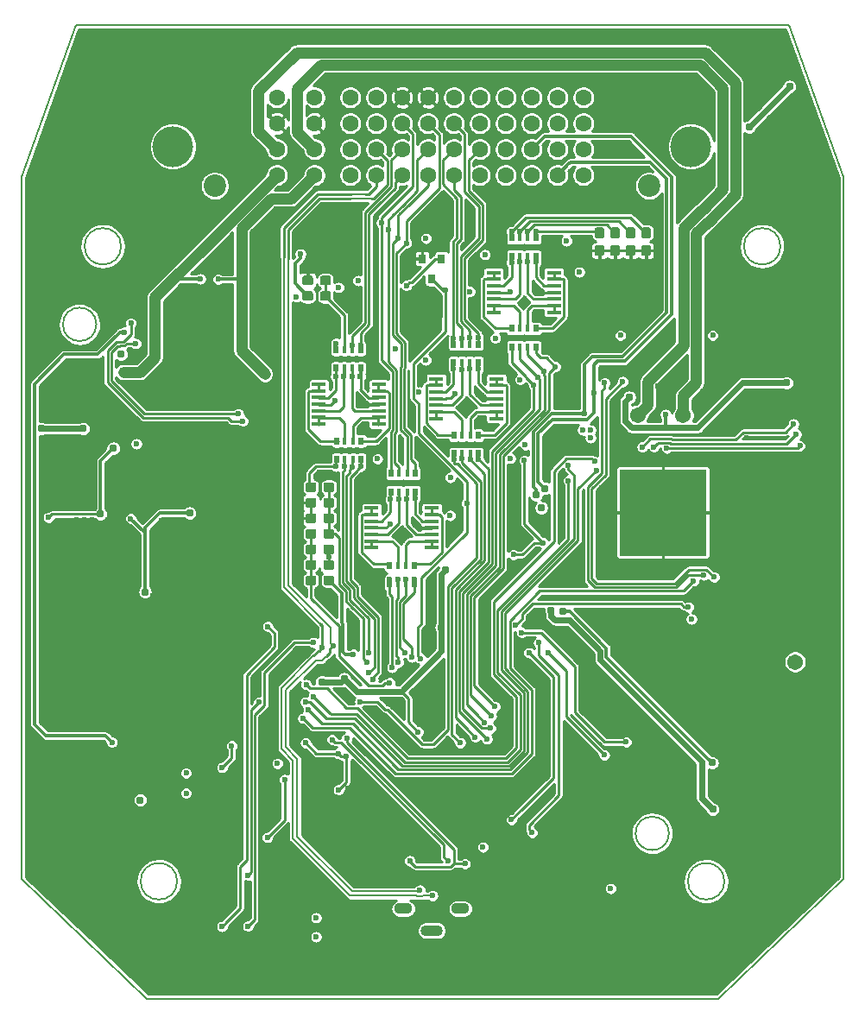
<source format=gbr>
G04 #@! TF.GenerationSoftware,KiCad,Pcbnew,(5.1.0-rc2-21-g16b3c80a7)*
G04 #@! TF.CreationDate,2019-06-05T23:58:20+02:00*
G04 #@! TF.ProjectId,microRusEfi,6d696372-6f52-4757-9345-66692e6b6963,R0.1*
G04 #@! TF.SameCoordinates,Original*
G04 #@! TF.FileFunction,Copper,L4,Bot*
G04 #@! TF.FilePolarity,Positive*
%FSLAX46Y46*%
G04 Gerber Fmt 4.6, Leading zero omitted, Abs format (unit mm)*
G04 Created by KiCad (PCBNEW (5.1.0-rc2-21-g16b3c80a7)) date 2019-06-05 23:58:20*
%MOMM*%
%LPD*%
G04 APERTURE LIST*
%ADD10C,0.200000*%
%ADD11R,0.800000X0.900000*%
%ADD12C,2.200000*%
%ADD13C,4.000000*%
%ADD14C,1.600000*%
%ADD15C,0.100000*%
%ADD16C,0.950000*%
%ADD17R,0.500000X0.800000*%
%ADD18R,0.400000X0.800000*%
%ADD19R,1.450000X0.450000*%
%ADD20O,1.800000X1.100000*%
%ADD21O,2.200000X1.100000*%
%ADD22R,8.500000X8.500000*%
%ADD23C,1.000000*%
%ADD24C,0.600000*%
%ADD25C,0.789940*%
%ADD26C,1.541780*%
%ADD27C,0.215900*%
%ADD28C,0.304800*%
%ADD29C,0.600000*%
%ADD30C,1.066800*%
%ADD31C,0.228600*%
G04 APERTURE END LIST*
D10*
X20600000Y-35538500D02*
X25895900Y-20600000D01*
X32844596Y-116072400D02*
X20601600Y-104381342D01*
X101188000Y-35538500D02*
X95841300Y-20600000D01*
X101189600Y-104381342D02*
X88946604Y-116072400D01*
X25895900Y-20600000D02*
X95841300Y-20600000D01*
X101188000Y-35538500D02*
X101189600Y-104381342D01*
X20600000Y-35538500D02*
X20601600Y-104381342D01*
X84085800Y-99870300D02*
G75*
G03X84085800Y-99870300I-1638300J0D01*
G01*
X32844596Y-116072400D02*
X88946604Y-116072400D01*
X27926400Y-49959301D02*
G75*
G03X27926400Y-49959301I-1638300J0D01*
G01*
X89521400Y-104569300D02*
G75*
G03X89521400Y-104569300I-1790700J0D01*
G01*
X95020499Y-42301200D02*
G75*
G03X95020499Y-42301200I-1790700J0D01*
G01*
X30352101Y-42301200D02*
G75*
G03X30352101Y-42301200I-1790700J0D01*
G01*
X35851200Y-104569300D02*
G75*
G03X35851200Y-104569300I-1790700J0D01*
G01*
D11*
X60833000Y-45513500D03*
X61783000Y-43513500D03*
X59883000Y-43513500D03*
D12*
X82132000Y-36372200D03*
X39532000Y-36372200D03*
D13*
X86232000Y-32522200D03*
X35432000Y-32522200D03*
D14*
X45622000Y-35332200D03*
X45622000Y-32792200D03*
X45622000Y-30252200D03*
X45622000Y-27712200D03*
X49322000Y-35332200D03*
X49322000Y-32792200D03*
X49322000Y-30252200D03*
X49322000Y-27712200D03*
X52822000Y-35332200D03*
X52822000Y-32792200D03*
X52822000Y-30252200D03*
X52822000Y-27712200D03*
X55362000Y-35332200D03*
X55362000Y-32792200D03*
X55362000Y-30252200D03*
X55362000Y-27712200D03*
X57902000Y-35332200D03*
X57902000Y-32792200D03*
X57902000Y-30252200D03*
X57902000Y-27712200D03*
X60442000Y-35332200D03*
X60442000Y-32792200D03*
X60442000Y-30252200D03*
X60442000Y-27712200D03*
X62982000Y-35332200D03*
X62982000Y-32792200D03*
X62982000Y-30252200D03*
X62982000Y-27712200D03*
X65522000Y-35332200D03*
X65522000Y-32792200D03*
X65522000Y-30252200D03*
X65522000Y-27712200D03*
X68062000Y-35332200D03*
X68062000Y-32792200D03*
X68062000Y-30252200D03*
X68062000Y-27712200D03*
X70602000Y-35332200D03*
X70602000Y-32792200D03*
X70602000Y-30252200D03*
X70602000Y-27712200D03*
X73142000Y-35332200D03*
X73142000Y-32792200D03*
X73142000Y-30252200D03*
X73142000Y-27712200D03*
X75682000Y-35332200D03*
X75682000Y-32792200D03*
X75682000Y-30252200D03*
X75682000Y-27712200D03*
D15*
G36*
X51030779Y-70011944D02*
G01*
X51053834Y-70015363D01*
X51076443Y-70021027D01*
X51098387Y-70028879D01*
X51119457Y-70038844D01*
X51139448Y-70050826D01*
X51158168Y-70064710D01*
X51175438Y-70080362D01*
X51191090Y-70097632D01*
X51204974Y-70116352D01*
X51216956Y-70136343D01*
X51226921Y-70157413D01*
X51234773Y-70179357D01*
X51240437Y-70201966D01*
X51243856Y-70225021D01*
X51245000Y-70248300D01*
X51245000Y-70723300D01*
X51243856Y-70746579D01*
X51240437Y-70769634D01*
X51234773Y-70792243D01*
X51226921Y-70814187D01*
X51216956Y-70835257D01*
X51204974Y-70855248D01*
X51191090Y-70873968D01*
X51175438Y-70891238D01*
X51158168Y-70906890D01*
X51139448Y-70920774D01*
X51119457Y-70932756D01*
X51098387Y-70942721D01*
X51076443Y-70950573D01*
X51053834Y-70956237D01*
X51030779Y-70959656D01*
X51007500Y-70960800D01*
X50432500Y-70960800D01*
X50409221Y-70959656D01*
X50386166Y-70956237D01*
X50363557Y-70950573D01*
X50341613Y-70942721D01*
X50320543Y-70932756D01*
X50300552Y-70920774D01*
X50281832Y-70906890D01*
X50264562Y-70891238D01*
X50248910Y-70873968D01*
X50235026Y-70855248D01*
X50223044Y-70835257D01*
X50213079Y-70814187D01*
X50205227Y-70792243D01*
X50199563Y-70769634D01*
X50196144Y-70746579D01*
X50195000Y-70723300D01*
X50195000Y-70248300D01*
X50196144Y-70225021D01*
X50199563Y-70201966D01*
X50205227Y-70179357D01*
X50213079Y-70157413D01*
X50223044Y-70136343D01*
X50235026Y-70116352D01*
X50248910Y-70097632D01*
X50264562Y-70080362D01*
X50281832Y-70064710D01*
X50300552Y-70050826D01*
X50320543Y-70038844D01*
X50341613Y-70028879D01*
X50363557Y-70021027D01*
X50386166Y-70015363D01*
X50409221Y-70011944D01*
X50432500Y-70010800D01*
X51007500Y-70010800D01*
X51030779Y-70011944D01*
X51030779Y-70011944D01*
G37*
D16*
X50720000Y-70485800D03*
D15*
G36*
X49280779Y-70011944D02*
G01*
X49303834Y-70015363D01*
X49326443Y-70021027D01*
X49348387Y-70028879D01*
X49369457Y-70038844D01*
X49389448Y-70050826D01*
X49408168Y-70064710D01*
X49425438Y-70080362D01*
X49441090Y-70097632D01*
X49454974Y-70116352D01*
X49466956Y-70136343D01*
X49476921Y-70157413D01*
X49484773Y-70179357D01*
X49490437Y-70201966D01*
X49493856Y-70225021D01*
X49495000Y-70248300D01*
X49495000Y-70723300D01*
X49493856Y-70746579D01*
X49490437Y-70769634D01*
X49484773Y-70792243D01*
X49476921Y-70814187D01*
X49466956Y-70835257D01*
X49454974Y-70855248D01*
X49441090Y-70873968D01*
X49425438Y-70891238D01*
X49408168Y-70906890D01*
X49389448Y-70920774D01*
X49369457Y-70932756D01*
X49348387Y-70942721D01*
X49326443Y-70950573D01*
X49303834Y-70956237D01*
X49280779Y-70959656D01*
X49257500Y-70960800D01*
X48682500Y-70960800D01*
X48659221Y-70959656D01*
X48636166Y-70956237D01*
X48613557Y-70950573D01*
X48591613Y-70942721D01*
X48570543Y-70932756D01*
X48550552Y-70920774D01*
X48531832Y-70906890D01*
X48514562Y-70891238D01*
X48498910Y-70873968D01*
X48485026Y-70855248D01*
X48473044Y-70835257D01*
X48463079Y-70814187D01*
X48455227Y-70792243D01*
X48449563Y-70769634D01*
X48446144Y-70746579D01*
X48445000Y-70723300D01*
X48445000Y-70248300D01*
X48446144Y-70225021D01*
X48449563Y-70201966D01*
X48455227Y-70179357D01*
X48463079Y-70157413D01*
X48473044Y-70136343D01*
X48485026Y-70116352D01*
X48498910Y-70097632D01*
X48514562Y-70080362D01*
X48531832Y-70064710D01*
X48550552Y-70050826D01*
X48570543Y-70038844D01*
X48591613Y-70028879D01*
X48613557Y-70021027D01*
X48636166Y-70015363D01*
X48659221Y-70011944D01*
X48682500Y-70010800D01*
X49257500Y-70010800D01*
X49280779Y-70011944D01*
X49280779Y-70011944D01*
G37*
D16*
X48970000Y-70485800D03*
D15*
G36*
X49280779Y-65439944D02*
G01*
X49303834Y-65443363D01*
X49326443Y-65449027D01*
X49348387Y-65456879D01*
X49369457Y-65466844D01*
X49389448Y-65478826D01*
X49408168Y-65492710D01*
X49425438Y-65508362D01*
X49441090Y-65525632D01*
X49454974Y-65544352D01*
X49466956Y-65564343D01*
X49476921Y-65585413D01*
X49484773Y-65607357D01*
X49490437Y-65629966D01*
X49493856Y-65653021D01*
X49495000Y-65676300D01*
X49495000Y-66151300D01*
X49493856Y-66174579D01*
X49490437Y-66197634D01*
X49484773Y-66220243D01*
X49476921Y-66242187D01*
X49466956Y-66263257D01*
X49454974Y-66283248D01*
X49441090Y-66301968D01*
X49425438Y-66319238D01*
X49408168Y-66334890D01*
X49389448Y-66348774D01*
X49369457Y-66360756D01*
X49348387Y-66370721D01*
X49326443Y-66378573D01*
X49303834Y-66384237D01*
X49280779Y-66387656D01*
X49257500Y-66388800D01*
X48682500Y-66388800D01*
X48659221Y-66387656D01*
X48636166Y-66384237D01*
X48613557Y-66378573D01*
X48591613Y-66370721D01*
X48570543Y-66360756D01*
X48550552Y-66348774D01*
X48531832Y-66334890D01*
X48514562Y-66319238D01*
X48498910Y-66301968D01*
X48485026Y-66283248D01*
X48473044Y-66263257D01*
X48463079Y-66242187D01*
X48455227Y-66220243D01*
X48449563Y-66197634D01*
X48446144Y-66174579D01*
X48445000Y-66151300D01*
X48445000Y-65676300D01*
X48446144Y-65653021D01*
X48449563Y-65629966D01*
X48455227Y-65607357D01*
X48463079Y-65585413D01*
X48473044Y-65564343D01*
X48485026Y-65544352D01*
X48498910Y-65525632D01*
X48514562Y-65508362D01*
X48531832Y-65492710D01*
X48550552Y-65478826D01*
X48570543Y-65466844D01*
X48591613Y-65456879D01*
X48613557Y-65449027D01*
X48636166Y-65443363D01*
X48659221Y-65439944D01*
X48682500Y-65438800D01*
X49257500Y-65438800D01*
X49280779Y-65439944D01*
X49280779Y-65439944D01*
G37*
D16*
X48970000Y-65913800D03*
D15*
G36*
X51030779Y-65439944D02*
G01*
X51053834Y-65443363D01*
X51076443Y-65449027D01*
X51098387Y-65456879D01*
X51119457Y-65466844D01*
X51139448Y-65478826D01*
X51158168Y-65492710D01*
X51175438Y-65508362D01*
X51191090Y-65525632D01*
X51204974Y-65544352D01*
X51216956Y-65564343D01*
X51226921Y-65585413D01*
X51234773Y-65607357D01*
X51240437Y-65629966D01*
X51243856Y-65653021D01*
X51245000Y-65676300D01*
X51245000Y-66151300D01*
X51243856Y-66174579D01*
X51240437Y-66197634D01*
X51234773Y-66220243D01*
X51226921Y-66242187D01*
X51216956Y-66263257D01*
X51204974Y-66283248D01*
X51191090Y-66301968D01*
X51175438Y-66319238D01*
X51158168Y-66334890D01*
X51139448Y-66348774D01*
X51119457Y-66360756D01*
X51098387Y-66370721D01*
X51076443Y-66378573D01*
X51053834Y-66384237D01*
X51030779Y-66387656D01*
X51007500Y-66388800D01*
X50432500Y-66388800D01*
X50409221Y-66387656D01*
X50386166Y-66384237D01*
X50363557Y-66378573D01*
X50341613Y-66370721D01*
X50320543Y-66360756D01*
X50300552Y-66348774D01*
X50281832Y-66334890D01*
X50264562Y-66319238D01*
X50248910Y-66301968D01*
X50235026Y-66283248D01*
X50223044Y-66263257D01*
X50213079Y-66242187D01*
X50205227Y-66220243D01*
X50199563Y-66197634D01*
X50196144Y-66174579D01*
X50195000Y-66151300D01*
X50195000Y-65676300D01*
X50196144Y-65653021D01*
X50199563Y-65629966D01*
X50205227Y-65607357D01*
X50213079Y-65585413D01*
X50223044Y-65564343D01*
X50235026Y-65544352D01*
X50248910Y-65525632D01*
X50264562Y-65508362D01*
X50281832Y-65492710D01*
X50300552Y-65478826D01*
X50320543Y-65466844D01*
X50341613Y-65456879D01*
X50363557Y-65449027D01*
X50386166Y-65443363D01*
X50409221Y-65439944D01*
X50432500Y-65438800D01*
X51007500Y-65438800D01*
X51030779Y-65439944D01*
X51030779Y-65439944D01*
G37*
D16*
X50720000Y-65913800D03*
D15*
G36*
X51030779Y-74583944D02*
G01*
X51053834Y-74587363D01*
X51076443Y-74593027D01*
X51098387Y-74600879D01*
X51119457Y-74610844D01*
X51139448Y-74622826D01*
X51158168Y-74636710D01*
X51175438Y-74652362D01*
X51191090Y-74669632D01*
X51204974Y-74688352D01*
X51216956Y-74708343D01*
X51226921Y-74729413D01*
X51234773Y-74751357D01*
X51240437Y-74773966D01*
X51243856Y-74797021D01*
X51245000Y-74820300D01*
X51245000Y-75295300D01*
X51243856Y-75318579D01*
X51240437Y-75341634D01*
X51234773Y-75364243D01*
X51226921Y-75386187D01*
X51216956Y-75407257D01*
X51204974Y-75427248D01*
X51191090Y-75445968D01*
X51175438Y-75463238D01*
X51158168Y-75478890D01*
X51139448Y-75492774D01*
X51119457Y-75504756D01*
X51098387Y-75514721D01*
X51076443Y-75522573D01*
X51053834Y-75528237D01*
X51030779Y-75531656D01*
X51007500Y-75532800D01*
X50432500Y-75532800D01*
X50409221Y-75531656D01*
X50386166Y-75528237D01*
X50363557Y-75522573D01*
X50341613Y-75514721D01*
X50320543Y-75504756D01*
X50300552Y-75492774D01*
X50281832Y-75478890D01*
X50264562Y-75463238D01*
X50248910Y-75445968D01*
X50235026Y-75427248D01*
X50223044Y-75407257D01*
X50213079Y-75386187D01*
X50205227Y-75364243D01*
X50199563Y-75341634D01*
X50196144Y-75318579D01*
X50195000Y-75295300D01*
X50195000Y-74820300D01*
X50196144Y-74797021D01*
X50199563Y-74773966D01*
X50205227Y-74751357D01*
X50213079Y-74729413D01*
X50223044Y-74708343D01*
X50235026Y-74688352D01*
X50248910Y-74669632D01*
X50264562Y-74652362D01*
X50281832Y-74636710D01*
X50300552Y-74622826D01*
X50320543Y-74610844D01*
X50341613Y-74600879D01*
X50363557Y-74593027D01*
X50386166Y-74587363D01*
X50409221Y-74583944D01*
X50432500Y-74582800D01*
X51007500Y-74582800D01*
X51030779Y-74583944D01*
X51030779Y-74583944D01*
G37*
D16*
X50720000Y-75057800D03*
D15*
G36*
X49280779Y-74583944D02*
G01*
X49303834Y-74587363D01*
X49326443Y-74593027D01*
X49348387Y-74600879D01*
X49369457Y-74610844D01*
X49389448Y-74622826D01*
X49408168Y-74636710D01*
X49425438Y-74652362D01*
X49441090Y-74669632D01*
X49454974Y-74688352D01*
X49466956Y-74708343D01*
X49476921Y-74729413D01*
X49484773Y-74751357D01*
X49490437Y-74773966D01*
X49493856Y-74797021D01*
X49495000Y-74820300D01*
X49495000Y-75295300D01*
X49493856Y-75318579D01*
X49490437Y-75341634D01*
X49484773Y-75364243D01*
X49476921Y-75386187D01*
X49466956Y-75407257D01*
X49454974Y-75427248D01*
X49441090Y-75445968D01*
X49425438Y-75463238D01*
X49408168Y-75478890D01*
X49389448Y-75492774D01*
X49369457Y-75504756D01*
X49348387Y-75514721D01*
X49326443Y-75522573D01*
X49303834Y-75528237D01*
X49280779Y-75531656D01*
X49257500Y-75532800D01*
X48682500Y-75532800D01*
X48659221Y-75531656D01*
X48636166Y-75528237D01*
X48613557Y-75522573D01*
X48591613Y-75514721D01*
X48570543Y-75504756D01*
X48550552Y-75492774D01*
X48531832Y-75478890D01*
X48514562Y-75463238D01*
X48498910Y-75445968D01*
X48485026Y-75427248D01*
X48473044Y-75407257D01*
X48463079Y-75386187D01*
X48455227Y-75364243D01*
X48449563Y-75341634D01*
X48446144Y-75318579D01*
X48445000Y-75295300D01*
X48445000Y-74820300D01*
X48446144Y-74797021D01*
X48449563Y-74773966D01*
X48455227Y-74751357D01*
X48463079Y-74729413D01*
X48473044Y-74708343D01*
X48485026Y-74688352D01*
X48498910Y-74669632D01*
X48514562Y-74652362D01*
X48531832Y-74636710D01*
X48550552Y-74622826D01*
X48570543Y-74610844D01*
X48591613Y-74600879D01*
X48613557Y-74593027D01*
X48636166Y-74587363D01*
X48659221Y-74583944D01*
X48682500Y-74582800D01*
X49257500Y-74582800D01*
X49280779Y-74583944D01*
X49280779Y-74583944D01*
G37*
D16*
X48970000Y-75057800D03*
D15*
G36*
X51030779Y-73059944D02*
G01*
X51053834Y-73063363D01*
X51076443Y-73069027D01*
X51098387Y-73076879D01*
X51119457Y-73086844D01*
X51139448Y-73098826D01*
X51158168Y-73112710D01*
X51175438Y-73128362D01*
X51191090Y-73145632D01*
X51204974Y-73164352D01*
X51216956Y-73184343D01*
X51226921Y-73205413D01*
X51234773Y-73227357D01*
X51240437Y-73249966D01*
X51243856Y-73273021D01*
X51245000Y-73296300D01*
X51245000Y-73771300D01*
X51243856Y-73794579D01*
X51240437Y-73817634D01*
X51234773Y-73840243D01*
X51226921Y-73862187D01*
X51216956Y-73883257D01*
X51204974Y-73903248D01*
X51191090Y-73921968D01*
X51175438Y-73939238D01*
X51158168Y-73954890D01*
X51139448Y-73968774D01*
X51119457Y-73980756D01*
X51098387Y-73990721D01*
X51076443Y-73998573D01*
X51053834Y-74004237D01*
X51030779Y-74007656D01*
X51007500Y-74008800D01*
X50432500Y-74008800D01*
X50409221Y-74007656D01*
X50386166Y-74004237D01*
X50363557Y-73998573D01*
X50341613Y-73990721D01*
X50320543Y-73980756D01*
X50300552Y-73968774D01*
X50281832Y-73954890D01*
X50264562Y-73939238D01*
X50248910Y-73921968D01*
X50235026Y-73903248D01*
X50223044Y-73883257D01*
X50213079Y-73862187D01*
X50205227Y-73840243D01*
X50199563Y-73817634D01*
X50196144Y-73794579D01*
X50195000Y-73771300D01*
X50195000Y-73296300D01*
X50196144Y-73273021D01*
X50199563Y-73249966D01*
X50205227Y-73227357D01*
X50213079Y-73205413D01*
X50223044Y-73184343D01*
X50235026Y-73164352D01*
X50248910Y-73145632D01*
X50264562Y-73128362D01*
X50281832Y-73112710D01*
X50300552Y-73098826D01*
X50320543Y-73086844D01*
X50341613Y-73076879D01*
X50363557Y-73069027D01*
X50386166Y-73063363D01*
X50409221Y-73059944D01*
X50432500Y-73058800D01*
X51007500Y-73058800D01*
X51030779Y-73059944D01*
X51030779Y-73059944D01*
G37*
D16*
X50720000Y-73533800D03*
D15*
G36*
X49280779Y-73059944D02*
G01*
X49303834Y-73063363D01*
X49326443Y-73069027D01*
X49348387Y-73076879D01*
X49369457Y-73086844D01*
X49389448Y-73098826D01*
X49408168Y-73112710D01*
X49425438Y-73128362D01*
X49441090Y-73145632D01*
X49454974Y-73164352D01*
X49466956Y-73184343D01*
X49476921Y-73205413D01*
X49484773Y-73227357D01*
X49490437Y-73249966D01*
X49493856Y-73273021D01*
X49495000Y-73296300D01*
X49495000Y-73771300D01*
X49493856Y-73794579D01*
X49490437Y-73817634D01*
X49484773Y-73840243D01*
X49476921Y-73862187D01*
X49466956Y-73883257D01*
X49454974Y-73903248D01*
X49441090Y-73921968D01*
X49425438Y-73939238D01*
X49408168Y-73954890D01*
X49389448Y-73968774D01*
X49369457Y-73980756D01*
X49348387Y-73990721D01*
X49326443Y-73998573D01*
X49303834Y-74004237D01*
X49280779Y-74007656D01*
X49257500Y-74008800D01*
X48682500Y-74008800D01*
X48659221Y-74007656D01*
X48636166Y-74004237D01*
X48613557Y-73998573D01*
X48591613Y-73990721D01*
X48570543Y-73980756D01*
X48550552Y-73968774D01*
X48531832Y-73954890D01*
X48514562Y-73939238D01*
X48498910Y-73921968D01*
X48485026Y-73903248D01*
X48473044Y-73883257D01*
X48463079Y-73862187D01*
X48455227Y-73840243D01*
X48449563Y-73817634D01*
X48446144Y-73794579D01*
X48445000Y-73771300D01*
X48445000Y-73296300D01*
X48446144Y-73273021D01*
X48449563Y-73249966D01*
X48455227Y-73227357D01*
X48463079Y-73205413D01*
X48473044Y-73184343D01*
X48485026Y-73164352D01*
X48498910Y-73145632D01*
X48514562Y-73128362D01*
X48531832Y-73112710D01*
X48550552Y-73098826D01*
X48570543Y-73086844D01*
X48591613Y-73076879D01*
X48613557Y-73069027D01*
X48636166Y-73063363D01*
X48659221Y-73059944D01*
X48682500Y-73058800D01*
X49257500Y-73058800D01*
X49280779Y-73059944D01*
X49280779Y-73059944D01*
G37*
D16*
X48970000Y-73533800D03*
D15*
G36*
X51030779Y-71535944D02*
G01*
X51053834Y-71539363D01*
X51076443Y-71545027D01*
X51098387Y-71552879D01*
X51119457Y-71562844D01*
X51139448Y-71574826D01*
X51158168Y-71588710D01*
X51175438Y-71604362D01*
X51191090Y-71621632D01*
X51204974Y-71640352D01*
X51216956Y-71660343D01*
X51226921Y-71681413D01*
X51234773Y-71703357D01*
X51240437Y-71725966D01*
X51243856Y-71749021D01*
X51245000Y-71772300D01*
X51245000Y-72247300D01*
X51243856Y-72270579D01*
X51240437Y-72293634D01*
X51234773Y-72316243D01*
X51226921Y-72338187D01*
X51216956Y-72359257D01*
X51204974Y-72379248D01*
X51191090Y-72397968D01*
X51175438Y-72415238D01*
X51158168Y-72430890D01*
X51139448Y-72444774D01*
X51119457Y-72456756D01*
X51098387Y-72466721D01*
X51076443Y-72474573D01*
X51053834Y-72480237D01*
X51030779Y-72483656D01*
X51007500Y-72484800D01*
X50432500Y-72484800D01*
X50409221Y-72483656D01*
X50386166Y-72480237D01*
X50363557Y-72474573D01*
X50341613Y-72466721D01*
X50320543Y-72456756D01*
X50300552Y-72444774D01*
X50281832Y-72430890D01*
X50264562Y-72415238D01*
X50248910Y-72397968D01*
X50235026Y-72379248D01*
X50223044Y-72359257D01*
X50213079Y-72338187D01*
X50205227Y-72316243D01*
X50199563Y-72293634D01*
X50196144Y-72270579D01*
X50195000Y-72247300D01*
X50195000Y-71772300D01*
X50196144Y-71749021D01*
X50199563Y-71725966D01*
X50205227Y-71703357D01*
X50213079Y-71681413D01*
X50223044Y-71660343D01*
X50235026Y-71640352D01*
X50248910Y-71621632D01*
X50264562Y-71604362D01*
X50281832Y-71588710D01*
X50300552Y-71574826D01*
X50320543Y-71562844D01*
X50341613Y-71552879D01*
X50363557Y-71545027D01*
X50386166Y-71539363D01*
X50409221Y-71535944D01*
X50432500Y-71534800D01*
X51007500Y-71534800D01*
X51030779Y-71535944D01*
X51030779Y-71535944D01*
G37*
D16*
X50720000Y-72009800D03*
D15*
G36*
X49280779Y-71535944D02*
G01*
X49303834Y-71539363D01*
X49326443Y-71545027D01*
X49348387Y-71552879D01*
X49369457Y-71562844D01*
X49389448Y-71574826D01*
X49408168Y-71588710D01*
X49425438Y-71604362D01*
X49441090Y-71621632D01*
X49454974Y-71640352D01*
X49466956Y-71660343D01*
X49476921Y-71681413D01*
X49484773Y-71703357D01*
X49490437Y-71725966D01*
X49493856Y-71749021D01*
X49495000Y-71772300D01*
X49495000Y-72247300D01*
X49493856Y-72270579D01*
X49490437Y-72293634D01*
X49484773Y-72316243D01*
X49476921Y-72338187D01*
X49466956Y-72359257D01*
X49454974Y-72379248D01*
X49441090Y-72397968D01*
X49425438Y-72415238D01*
X49408168Y-72430890D01*
X49389448Y-72444774D01*
X49369457Y-72456756D01*
X49348387Y-72466721D01*
X49326443Y-72474573D01*
X49303834Y-72480237D01*
X49280779Y-72483656D01*
X49257500Y-72484800D01*
X48682500Y-72484800D01*
X48659221Y-72483656D01*
X48636166Y-72480237D01*
X48613557Y-72474573D01*
X48591613Y-72466721D01*
X48570543Y-72456756D01*
X48550552Y-72444774D01*
X48531832Y-72430890D01*
X48514562Y-72415238D01*
X48498910Y-72397968D01*
X48485026Y-72379248D01*
X48473044Y-72359257D01*
X48463079Y-72338187D01*
X48455227Y-72316243D01*
X48449563Y-72293634D01*
X48446144Y-72270579D01*
X48445000Y-72247300D01*
X48445000Y-71772300D01*
X48446144Y-71749021D01*
X48449563Y-71725966D01*
X48455227Y-71703357D01*
X48463079Y-71681413D01*
X48473044Y-71660343D01*
X48485026Y-71640352D01*
X48498910Y-71621632D01*
X48514562Y-71604362D01*
X48531832Y-71588710D01*
X48550552Y-71574826D01*
X48570543Y-71562844D01*
X48591613Y-71552879D01*
X48613557Y-71545027D01*
X48636166Y-71539363D01*
X48659221Y-71535944D01*
X48682500Y-71534800D01*
X49257500Y-71534800D01*
X49280779Y-71535944D01*
X49280779Y-71535944D01*
G37*
D16*
X48970000Y-72009800D03*
D15*
G36*
X49280779Y-68487944D02*
G01*
X49303834Y-68491363D01*
X49326443Y-68497027D01*
X49348387Y-68504879D01*
X49369457Y-68514844D01*
X49389448Y-68526826D01*
X49408168Y-68540710D01*
X49425438Y-68556362D01*
X49441090Y-68573632D01*
X49454974Y-68592352D01*
X49466956Y-68612343D01*
X49476921Y-68633413D01*
X49484773Y-68655357D01*
X49490437Y-68677966D01*
X49493856Y-68701021D01*
X49495000Y-68724300D01*
X49495000Y-69199300D01*
X49493856Y-69222579D01*
X49490437Y-69245634D01*
X49484773Y-69268243D01*
X49476921Y-69290187D01*
X49466956Y-69311257D01*
X49454974Y-69331248D01*
X49441090Y-69349968D01*
X49425438Y-69367238D01*
X49408168Y-69382890D01*
X49389448Y-69396774D01*
X49369457Y-69408756D01*
X49348387Y-69418721D01*
X49326443Y-69426573D01*
X49303834Y-69432237D01*
X49280779Y-69435656D01*
X49257500Y-69436800D01*
X48682500Y-69436800D01*
X48659221Y-69435656D01*
X48636166Y-69432237D01*
X48613557Y-69426573D01*
X48591613Y-69418721D01*
X48570543Y-69408756D01*
X48550552Y-69396774D01*
X48531832Y-69382890D01*
X48514562Y-69367238D01*
X48498910Y-69349968D01*
X48485026Y-69331248D01*
X48473044Y-69311257D01*
X48463079Y-69290187D01*
X48455227Y-69268243D01*
X48449563Y-69245634D01*
X48446144Y-69222579D01*
X48445000Y-69199300D01*
X48445000Y-68724300D01*
X48446144Y-68701021D01*
X48449563Y-68677966D01*
X48455227Y-68655357D01*
X48463079Y-68633413D01*
X48473044Y-68612343D01*
X48485026Y-68592352D01*
X48498910Y-68573632D01*
X48514562Y-68556362D01*
X48531832Y-68540710D01*
X48550552Y-68526826D01*
X48570543Y-68514844D01*
X48591613Y-68504879D01*
X48613557Y-68497027D01*
X48636166Y-68491363D01*
X48659221Y-68487944D01*
X48682500Y-68486800D01*
X49257500Y-68486800D01*
X49280779Y-68487944D01*
X49280779Y-68487944D01*
G37*
D16*
X48970000Y-68961800D03*
D15*
G36*
X51030779Y-68487944D02*
G01*
X51053834Y-68491363D01*
X51076443Y-68497027D01*
X51098387Y-68504879D01*
X51119457Y-68514844D01*
X51139448Y-68526826D01*
X51158168Y-68540710D01*
X51175438Y-68556362D01*
X51191090Y-68573632D01*
X51204974Y-68592352D01*
X51216956Y-68612343D01*
X51226921Y-68633413D01*
X51234773Y-68655357D01*
X51240437Y-68677966D01*
X51243856Y-68701021D01*
X51245000Y-68724300D01*
X51245000Y-69199300D01*
X51243856Y-69222579D01*
X51240437Y-69245634D01*
X51234773Y-69268243D01*
X51226921Y-69290187D01*
X51216956Y-69311257D01*
X51204974Y-69331248D01*
X51191090Y-69349968D01*
X51175438Y-69367238D01*
X51158168Y-69382890D01*
X51139448Y-69396774D01*
X51119457Y-69408756D01*
X51098387Y-69418721D01*
X51076443Y-69426573D01*
X51053834Y-69432237D01*
X51030779Y-69435656D01*
X51007500Y-69436800D01*
X50432500Y-69436800D01*
X50409221Y-69435656D01*
X50386166Y-69432237D01*
X50363557Y-69426573D01*
X50341613Y-69418721D01*
X50320543Y-69408756D01*
X50300552Y-69396774D01*
X50281832Y-69382890D01*
X50264562Y-69367238D01*
X50248910Y-69349968D01*
X50235026Y-69331248D01*
X50223044Y-69311257D01*
X50213079Y-69290187D01*
X50205227Y-69268243D01*
X50199563Y-69245634D01*
X50196144Y-69222579D01*
X50195000Y-69199300D01*
X50195000Y-68724300D01*
X50196144Y-68701021D01*
X50199563Y-68677966D01*
X50205227Y-68655357D01*
X50213079Y-68633413D01*
X50223044Y-68612343D01*
X50235026Y-68592352D01*
X50248910Y-68573632D01*
X50264562Y-68556362D01*
X50281832Y-68540710D01*
X50300552Y-68526826D01*
X50320543Y-68514844D01*
X50341613Y-68504879D01*
X50363557Y-68497027D01*
X50386166Y-68491363D01*
X50409221Y-68487944D01*
X50432500Y-68486800D01*
X51007500Y-68486800D01*
X51030779Y-68487944D01*
X51030779Y-68487944D01*
G37*
D16*
X50720000Y-68961800D03*
D15*
G36*
X49280779Y-66963944D02*
G01*
X49303834Y-66967363D01*
X49326443Y-66973027D01*
X49348387Y-66980879D01*
X49369457Y-66990844D01*
X49389448Y-67002826D01*
X49408168Y-67016710D01*
X49425438Y-67032362D01*
X49441090Y-67049632D01*
X49454974Y-67068352D01*
X49466956Y-67088343D01*
X49476921Y-67109413D01*
X49484773Y-67131357D01*
X49490437Y-67153966D01*
X49493856Y-67177021D01*
X49495000Y-67200300D01*
X49495000Y-67675300D01*
X49493856Y-67698579D01*
X49490437Y-67721634D01*
X49484773Y-67744243D01*
X49476921Y-67766187D01*
X49466956Y-67787257D01*
X49454974Y-67807248D01*
X49441090Y-67825968D01*
X49425438Y-67843238D01*
X49408168Y-67858890D01*
X49389448Y-67872774D01*
X49369457Y-67884756D01*
X49348387Y-67894721D01*
X49326443Y-67902573D01*
X49303834Y-67908237D01*
X49280779Y-67911656D01*
X49257500Y-67912800D01*
X48682500Y-67912800D01*
X48659221Y-67911656D01*
X48636166Y-67908237D01*
X48613557Y-67902573D01*
X48591613Y-67894721D01*
X48570543Y-67884756D01*
X48550552Y-67872774D01*
X48531832Y-67858890D01*
X48514562Y-67843238D01*
X48498910Y-67825968D01*
X48485026Y-67807248D01*
X48473044Y-67787257D01*
X48463079Y-67766187D01*
X48455227Y-67744243D01*
X48449563Y-67721634D01*
X48446144Y-67698579D01*
X48445000Y-67675300D01*
X48445000Y-67200300D01*
X48446144Y-67177021D01*
X48449563Y-67153966D01*
X48455227Y-67131357D01*
X48463079Y-67109413D01*
X48473044Y-67088343D01*
X48485026Y-67068352D01*
X48498910Y-67049632D01*
X48514562Y-67032362D01*
X48531832Y-67016710D01*
X48550552Y-67002826D01*
X48570543Y-66990844D01*
X48591613Y-66980879D01*
X48613557Y-66973027D01*
X48636166Y-66967363D01*
X48659221Y-66963944D01*
X48682500Y-66962800D01*
X49257500Y-66962800D01*
X49280779Y-66963944D01*
X49280779Y-66963944D01*
G37*
D16*
X48970000Y-67437800D03*
D15*
G36*
X51030779Y-66963944D02*
G01*
X51053834Y-66967363D01*
X51076443Y-66973027D01*
X51098387Y-66980879D01*
X51119457Y-66990844D01*
X51139448Y-67002826D01*
X51158168Y-67016710D01*
X51175438Y-67032362D01*
X51191090Y-67049632D01*
X51204974Y-67068352D01*
X51216956Y-67088343D01*
X51226921Y-67109413D01*
X51234773Y-67131357D01*
X51240437Y-67153966D01*
X51243856Y-67177021D01*
X51245000Y-67200300D01*
X51245000Y-67675300D01*
X51243856Y-67698579D01*
X51240437Y-67721634D01*
X51234773Y-67744243D01*
X51226921Y-67766187D01*
X51216956Y-67787257D01*
X51204974Y-67807248D01*
X51191090Y-67825968D01*
X51175438Y-67843238D01*
X51158168Y-67858890D01*
X51139448Y-67872774D01*
X51119457Y-67884756D01*
X51098387Y-67894721D01*
X51076443Y-67902573D01*
X51053834Y-67908237D01*
X51030779Y-67911656D01*
X51007500Y-67912800D01*
X50432500Y-67912800D01*
X50409221Y-67911656D01*
X50386166Y-67908237D01*
X50363557Y-67902573D01*
X50341613Y-67894721D01*
X50320543Y-67884756D01*
X50300552Y-67872774D01*
X50281832Y-67858890D01*
X50264562Y-67843238D01*
X50248910Y-67825968D01*
X50235026Y-67807248D01*
X50223044Y-67787257D01*
X50213079Y-67766187D01*
X50205227Y-67744243D01*
X50199563Y-67721634D01*
X50196144Y-67698579D01*
X50195000Y-67675300D01*
X50195000Y-67200300D01*
X50196144Y-67177021D01*
X50199563Y-67153966D01*
X50205227Y-67131357D01*
X50213079Y-67109413D01*
X50223044Y-67088343D01*
X50235026Y-67068352D01*
X50248910Y-67049632D01*
X50264562Y-67032362D01*
X50281832Y-67016710D01*
X50300552Y-67002826D01*
X50320543Y-66990844D01*
X50341613Y-66980879D01*
X50363557Y-66973027D01*
X50386166Y-66967363D01*
X50409221Y-66963944D01*
X50432500Y-66962800D01*
X51007500Y-66962800D01*
X51030779Y-66963944D01*
X51030779Y-66963944D01*
G37*
D16*
X50720000Y-67437800D03*
D17*
X68647500Y-50358000D03*
D18*
X70247500Y-50358000D03*
X69447500Y-50358000D03*
D17*
X71047500Y-50358000D03*
D18*
X69447500Y-52158000D03*
D17*
X68647500Y-52158000D03*
D18*
X70247500Y-52158000D03*
D17*
X71047500Y-52158000D03*
D19*
X66897500Y-48775600D03*
X66897500Y-48125600D03*
X66897500Y-47475600D03*
X66897500Y-46825600D03*
X66897500Y-46175600D03*
X66897500Y-45525600D03*
X66897500Y-44875600D03*
X72797500Y-44875600D03*
X72797500Y-45525600D03*
X72797500Y-46175600D03*
X72797500Y-46825600D03*
X72797500Y-47475600D03*
X72797500Y-48125600D03*
X72797500Y-48775600D03*
D17*
X68647500Y-41468000D03*
D18*
X70247500Y-41468000D03*
X69447500Y-41468000D03*
D17*
X71047500Y-41468000D03*
D18*
X69447500Y-43268000D03*
D17*
X68647500Y-43268000D03*
D18*
X70247500Y-43268000D03*
D17*
X71047500Y-43268000D03*
D15*
G36*
X82109779Y-40448444D02*
G01*
X82132834Y-40451863D01*
X82155443Y-40457527D01*
X82177387Y-40465379D01*
X82198457Y-40475344D01*
X82218448Y-40487326D01*
X82237168Y-40501210D01*
X82254438Y-40516862D01*
X82270090Y-40534132D01*
X82283974Y-40552852D01*
X82295956Y-40572843D01*
X82305921Y-40593913D01*
X82313773Y-40615857D01*
X82319437Y-40638466D01*
X82322856Y-40661521D01*
X82324000Y-40684800D01*
X82324000Y-41259800D01*
X82322856Y-41283079D01*
X82319437Y-41306134D01*
X82313773Y-41328743D01*
X82305921Y-41350687D01*
X82295956Y-41371757D01*
X82283974Y-41391748D01*
X82270090Y-41410468D01*
X82254438Y-41427738D01*
X82237168Y-41443390D01*
X82218448Y-41457274D01*
X82198457Y-41469256D01*
X82177387Y-41479221D01*
X82155443Y-41487073D01*
X82132834Y-41492737D01*
X82109779Y-41496156D01*
X82086500Y-41497300D01*
X81611500Y-41497300D01*
X81588221Y-41496156D01*
X81565166Y-41492737D01*
X81542557Y-41487073D01*
X81520613Y-41479221D01*
X81499543Y-41469256D01*
X81479552Y-41457274D01*
X81460832Y-41443390D01*
X81443562Y-41427738D01*
X81427910Y-41410468D01*
X81414026Y-41391748D01*
X81402044Y-41371757D01*
X81392079Y-41350687D01*
X81384227Y-41328743D01*
X81378563Y-41306134D01*
X81375144Y-41283079D01*
X81374000Y-41259800D01*
X81374000Y-40684800D01*
X81375144Y-40661521D01*
X81378563Y-40638466D01*
X81384227Y-40615857D01*
X81392079Y-40593913D01*
X81402044Y-40572843D01*
X81414026Y-40552852D01*
X81427910Y-40534132D01*
X81443562Y-40516862D01*
X81460832Y-40501210D01*
X81479552Y-40487326D01*
X81499543Y-40475344D01*
X81520613Y-40465379D01*
X81542557Y-40457527D01*
X81565166Y-40451863D01*
X81588221Y-40448444D01*
X81611500Y-40447300D01*
X82086500Y-40447300D01*
X82109779Y-40448444D01*
X82109779Y-40448444D01*
G37*
D16*
X81849000Y-40972300D03*
D15*
G36*
X82109779Y-42198444D02*
G01*
X82132834Y-42201863D01*
X82155443Y-42207527D01*
X82177387Y-42215379D01*
X82198457Y-42225344D01*
X82218448Y-42237326D01*
X82237168Y-42251210D01*
X82254438Y-42266862D01*
X82270090Y-42284132D01*
X82283974Y-42302852D01*
X82295956Y-42322843D01*
X82305921Y-42343913D01*
X82313773Y-42365857D01*
X82319437Y-42388466D01*
X82322856Y-42411521D01*
X82324000Y-42434800D01*
X82324000Y-43009800D01*
X82322856Y-43033079D01*
X82319437Y-43056134D01*
X82313773Y-43078743D01*
X82305921Y-43100687D01*
X82295956Y-43121757D01*
X82283974Y-43141748D01*
X82270090Y-43160468D01*
X82254438Y-43177738D01*
X82237168Y-43193390D01*
X82218448Y-43207274D01*
X82198457Y-43219256D01*
X82177387Y-43229221D01*
X82155443Y-43237073D01*
X82132834Y-43242737D01*
X82109779Y-43246156D01*
X82086500Y-43247300D01*
X81611500Y-43247300D01*
X81588221Y-43246156D01*
X81565166Y-43242737D01*
X81542557Y-43237073D01*
X81520613Y-43229221D01*
X81499543Y-43219256D01*
X81479552Y-43207274D01*
X81460832Y-43193390D01*
X81443562Y-43177738D01*
X81427910Y-43160468D01*
X81414026Y-43141748D01*
X81402044Y-43121757D01*
X81392079Y-43100687D01*
X81384227Y-43078743D01*
X81378563Y-43056134D01*
X81375144Y-43033079D01*
X81374000Y-43009800D01*
X81374000Y-42434800D01*
X81375144Y-42411521D01*
X81378563Y-42388466D01*
X81384227Y-42365857D01*
X81392079Y-42343913D01*
X81402044Y-42322843D01*
X81414026Y-42302852D01*
X81427910Y-42284132D01*
X81443562Y-42266862D01*
X81460832Y-42251210D01*
X81479552Y-42237326D01*
X81499543Y-42225344D01*
X81520613Y-42215379D01*
X81542557Y-42207527D01*
X81565166Y-42201863D01*
X81588221Y-42198444D01*
X81611500Y-42197300D01*
X82086500Y-42197300D01*
X82109779Y-42198444D01*
X82109779Y-42198444D01*
G37*
D16*
X81849000Y-42722300D03*
D15*
G36*
X80585779Y-40448444D02*
G01*
X80608834Y-40451863D01*
X80631443Y-40457527D01*
X80653387Y-40465379D01*
X80674457Y-40475344D01*
X80694448Y-40487326D01*
X80713168Y-40501210D01*
X80730438Y-40516862D01*
X80746090Y-40534132D01*
X80759974Y-40552852D01*
X80771956Y-40572843D01*
X80781921Y-40593913D01*
X80789773Y-40615857D01*
X80795437Y-40638466D01*
X80798856Y-40661521D01*
X80800000Y-40684800D01*
X80800000Y-41259800D01*
X80798856Y-41283079D01*
X80795437Y-41306134D01*
X80789773Y-41328743D01*
X80781921Y-41350687D01*
X80771956Y-41371757D01*
X80759974Y-41391748D01*
X80746090Y-41410468D01*
X80730438Y-41427738D01*
X80713168Y-41443390D01*
X80694448Y-41457274D01*
X80674457Y-41469256D01*
X80653387Y-41479221D01*
X80631443Y-41487073D01*
X80608834Y-41492737D01*
X80585779Y-41496156D01*
X80562500Y-41497300D01*
X80087500Y-41497300D01*
X80064221Y-41496156D01*
X80041166Y-41492737D01*
X80018557Y-41487073D01*
X79996613Y-41479221D01*
X79975543Y-41469256D01*
X79955552Y-41457274D01*
X79936832Y-41443390D01*
X79919562Y-41427738D01*
X79903910Y-41410468D01*
X79890026Y-41391748D01*
X79878044Y-41371757D01*
X79868079Y-41350687D01*
X79860227Y-41328743D01*
X79854563Y-41306134D01*
X79851144Y-41283079D01*
X79850000Y-41259800D01*
X79850000Y-40684800D01*
X79851144Y-40661521D01*
X79854563Y-40638466D01*
X79860227Y-40615857D01*
X79868079Y-40593913D01*
X79878044Y-40572843D01*
X79890026Y-40552852D01*
X79903910Y-40534132D01*
X79919562Y-40516862D01*
X79936832Y-40501210D01*
X79955552Y-40487326D01*
X79975543Y-40475344D01*
X79996613Y-40465379D01*
X80018557Y-40457527D01*
X80041166Y-40451863D01*
X80064221Y-40448444D01*
X80087500Y-40447300D01*
X80562500Y-40447300D01*
X80585779Y-40448444D01*
X80585779Y-40448444D01*
G37*
D16*
X80325000Y-40972300D03*
D15*
G36*
X80585779Y-42198444D02*
G01*
X80608834Y-42201863D01*
X80631443Y-42207527D01*
X80653387Y-42215379D01*
X80674457Y-42225344D01*
X80694448Y-42237326D01*
X80713168Y-42251210D01*
X80730438Y-42266862D01*
X80746090Y-42284132D01*
X80759974Y-42302852D01*
X80771956Y-42322843D01*
X80781921Y-42343913D01*
X80789773Y-42365857D01*
X80795437Y-42388466D01*
X80798856Y-42411521D01*
X80800000Y-42434800D01*
X80800000Y-43009800D01*
X80798856Y-43033079D01*
X80795437Y-43056134D01*
X80789773Y-43078743D01*
X80781921Y-43100687D01*
X80771956Y-43121757D01*
X80759974Y-43141748D01*
X80746090Y-43160468D01*
X80730438Y-43177738D01*
X80713168Y-43193390D01*
X80694448Y-43207274D01*
X80674457Y-43219256D01*
X80653387Y-43229221D01*
X80631443Y-43237073D01*
X80608834Y-43242737D01*
X80585779Y-43246156D01*
X80562500Y-43247300D01*
X80087500Y-43247300D01*
X80064221Y-43246156D01*
X80041166Y-43242737D01*
X80018557Y-43237073D01*
X79996613Y-43229221D01*
X79975543Y-43219256D01*
X79955552Y-43207274D01*
X79936832Y-43193390D01*
X79919562Y-43177738D01*
X79903910Y-43160468D01*
X79890026Y-43141748D01*
X79878044Y-43121757D01*
X79868079Y-43100687D01*
X79860227Y-43078743D01*
X79854563Y-43056134D01*
X79851144Y-43033079D01*
X79850000Y-43009800D01*
X79850000Y-42434800D01*
X79851144Y-42411521D01*
X79854563Y-42388466D01*
X79860227Y-42365857D01*
X79868079Y-42343913D01*
X79878044Y-42322843D01*
X79890026Y-42302852D01*
X79903910Y-42284132D01*
X79919562Y-42266862D01*
X79936832Y-42251210D01*
X79955552Y-42237326D01*
X79975543Y-42225344D01*
X79996613Y-42215379D01*
X80018557Y-42207527D01*
X80041166Y-42201863D01*
X80064221Y-42198444D01*
X80087500Y-42197300D01*
X80562500Y-42197300D01*
X80585779Y-42198444D01*
X80585779Y-42198444D01*
G37*
D16*
X80325000Y-42722300D03*
D15*
G36*
X79061779Y-40448444D02*
G01*
X79084834Y-40451863D01*
X79107443Y-40457527D01*
X79129387Y-40465379D01*
X79150457Y-40475344D01*
X79170448Y-40487326D01*
X79189168Y-40501210D01*
X79206438Y-40516862D01*
X79222090Y-40534132D01*
X79235974Y-40552852D01*
X79247956Y-40572843D01*
X79257921Y-40593913D01*
X79265773Y-40615857D01*
X79271437Y-40638466D01*
X79274856Y-40661521D01*
X79276000Y-40684800D01*
X79276000Y-41259800D01*
X79274856Y-41283079D01*
X79271437Y-41306134D01*
X79265773Y-41328743D01*
X79257921Y-41350687D01*
X79247956Y-41371757D01*
X79235974Y-41391748D01*
X79222090Y-41410468D01*
X79206438Y-41427738D01*
X79189168Y-41443390D01*
X79170448Y-41457274D01*
X79150457Y-41469256D01*
X79129387Y-41479221D01*
X79107443Y-41487073D01*
X79084834Y-41492737D01*
X79061779Y-41496156D01*
X79038500Y-41497300D01*
X78563500Y-41497300D01*
X78540221Y-41496156D01*
X78517166Y-41492737D01*
X78494557Y-41487073D01*
X78472613Y-41479221D01*
X78451543Y-41469256D01*
X78431552Y-41457274D01*
X78412832Y-41443390D01*
X78395562Y-41427738D01*
X78379910Y-41410468D01*
X78366026Y-41391748D01*
X78354044Y-41371757D01*
X78344079Y-41350687D01*
X78336227Y-41328743D01*
X78330563Y-41306134D01*
X78327144Y-41283079D01*
X78326000Y-41259800D01*
X78326000Y-40684800D01*
X78327144Y-40661521D01*
X78330563Y-40638466D01*
X78336227Y-40615857D01*
X78344079Y-40593913D01*
X78354044Y-40572843D01*
X78366026Y-40552852D01*
X78379910Y-40534132D01*
X78395562Y-40516862D01*
X78412832Y-40501210D01*
X78431552Y-40487326D01*
X78451543Y-40475344D01*
X78472613Y-40465379D01*
X78494557Y-40457527D01*
X78517166Y-40451863D01*
X78540221Y-40448444D01*
X78563500Y-40447300D01*
X79038500Y-40447300D01*
X79061779Y-40448444D01*
X79061779Y-40448444D01*
G37*
D16*
X78801000Y-40972300D03*
D15*
G36*
X79061779Y-42198444D02*
G01*
X79084834Y-42201863D01*
X79107443Y-42207527D01*
X79129387Y-42215379D01*
X79150457Y-42225344D01*
X79170448Y-42237326D01*
X79189168Y-42251210D01*
X79206438Y-42266862D01*
X79222090Y-42284132D01*
X79235974Y-42302852D01*
X79247956Y-42322843D01*
X79257921Y-42343913D01*
X79265773Y-42365857D01*
X79271437Y-42388466D01*
X79274856Y-42411521D01*
X79276000Y-42434800D01*
X79276000Y-43009800D01*
X79274856Y-43033079D01*
X79271437Y-43056134D01*
X79265773Y-43078743D01*
X79257921Y-43100687D01*
X79247956Y-43121757D01*
X79235974Y-43141748D01*
X79222090Y-43160468D01*
X79206438Y-43177738D01*
X79189168Y-43193390D01*
X79170448Y-43207274D01*
X79150457Y-43219256D01*
X79129387Y-43229221D01*
X79107443Y-43237073D01*
X79084834Y-43242737D01*
X79061779Y-43246156D01*
X79038500Y-43247300D01*
X78563500Y-43247300D01*
X78540221Y-43246156D01*
X78517166Y-43242737D01*
X78494557Y-43237073D01*
X78472613Y-43229221D01*
X78451543Y-43219256D01*
X78431552Y-43207274D01*
X78412832Y-43193390D01*
X78395562Y-43177738D01*
X78379910Y-43160468D01*
X78366026Y-43141748D01*
X78354044Y-43121757D01*
X78344079Y-43100687D01*
X78336227Y-43078743D01*
X78330563Y-43056134D01*
X78327144Y-43033079D01*
X78326000Y-43009800D01*
X78326000Y-42434800D01*
X78327144Y-42411521D01*
X78330563Y-42388466D01*
X78336227Y-42365857D01*
X78344079Y-42343913D01*
X78354044Y-42322843D01*
X78366026Y-42302852D01*
X78379910Y-42284132D01*
X78395562Y-42266862D01*
X78412832Y-42251210D01*
X78431552Y-42237326D01*
X78451543Y-42225344D01*
X78472613Y-42215379D01*
X78494557Y-42207527D01*
X78517166Y-42201863D01*
X78540221Y-42198444D01*
X78563500Y-42197300D01*
X79038500Y-42197300D01*
X79061779Y-42198444D01*
X79061779Y-42198444D01*
G37*
D16*
X78801000Y-42722300D03*
D15*
G36*
X77537779Y-40448444D02*
G01*
X77560834Y-40451863D01*
X77583443Y-40457527D01*
X77605387Y-40465379D01*
X77626457Y-40475344D01*
X77646448Y-40487326D01*
X77665168Y-40501210D01*
X77682438Y-40516862D01*
X77698090Y-40534132D01*
X77711974Y-40552852D01*
X77723956Y-40572843D01*
X77733921Y-40593913D01*
X77741773Y-40615857D01*
X77747437Y-40638466D01*
X77750856Y-40661521D01*
X77752000Y-40684800D01*
X77752000Y-41259800D01*
X77750856Y-41283079D01*
X77747437Y-41306134D01*
X77741773Y-41328743D01*
X77733921Y-41350687D01*
X77723956Y-41371757D01*
X77711974Y-41391748D01*
X77698090Y-41410468D01*
X77682438Y-41427738D01*
X77665168Y-41443390D01*
X77646448Y-41457274D01*
X77626457Y-41469256D01*
X77605387Y-41479221D01*
X77583443Y-41487073D01*
X77560834Y-41492737D01*
X77537779Y-41496156D01*
X77514500Y-41497300D01*
X77039500Y-41497300D01*
X77016221Y-41496156D01*
X76993166Y-41492737D01*
X76970557Y-41487073D01*
X76948613Y-41479221D01*
X76927543Y-41469256D01*
X76907552Y-41457274D01*
X76888832Y-41443390D01*
X76871562Y-41427738D01*
X76855910Y-41410468D01*
X76842026Y-41391748D01*
X76830044Y-41371757D01*
X76820079Y-41350687D01*
X76812227Y-41328743D01*
X76806563Y-41306134D01*
X76803144Y-41283079D01*
X76802000Y-41259800D01*
X76802000Y-40684800D01*
X76803144Y-40661521D01*
X76806563Y-40638466D01*
X76812227Y-40615857D01*
X76820079Y-40593913D01*
X76830044Y-40572843D01*
X76842026Y-40552852D01*
X76855910Y-40534132D01*
X76871562Y-40516862D01*
X76888832Y-40501210D01*
X76907552Y-40487326D01*
X76927543Y-40475344D01*
X76948613Y-40465379D01*
X76970557Y-40457527D01*
X76993166Y-40451863D01*
X77016221Y-40448444D01*
X77039500Y-40447300D01*
X77514500Y-40447300D01*
X77537779Y-40448444D01*
X77537779Y-40448444D01*
G37*
D16*
X77277000Y-40972300D03*
D15*
G36*
X77537779Y-42198444D02*
G01*
X77560834Y-42201863D01*
X77583443Y-42207527D01*
X77605387Y-42215379D01*
X77626457Y-42225344D01*
X77646448Y-42237326D01*
X77665168Y-42251210D01*
X77682438Y-42266862D01*
X77698090Y-42284132D01*
X77711974Y-42302852D01*
X77723956Y-42322843D01*
X77733921Y-42343913D01*
X77741773Y-42365857D01*
X77747437Y-42388466D01*
X77750856Y-42411521D01*
X77752000Y-42434800D01*
X77752000Y-43009800D01*
X77750856Y-43033079D01*
X77747437Y-43056134D01*
X77741773Y-43078743D01*
X77733921Y-43100687D01*
X77723956Y-43121757D01*
X77711974Y-43141748D01*
X77698090Y-43160468D01*
X77682438Y-43177738D01*
X77665168Y-43193390D01*
X77646448Y-43207274D01*
X77626457Y-43219256D01*
X77605387Y-43229221D01*
X77583443Y-43237073D01*
X77560834Y-43242737D01*
X77537779Y-43246156D01*
X77514500Y-43247300D01*
X77039500Y-43247300D01*
X77016221Y-43246156D01*
X76993166Y-43242737D01*
X76970557Y-43237073D01*
X76948613Y-43229221D01*
X76927543Y-43219256D01*
X76907552Y-43207274D01*
X76888832Y-43193390D01*
X76871562Y-43177738D01*
X76855910Y-43160468D01*
X76842026Y-43141748D01*
X76830044Y-43121757D01*
X76820079Y-43100687D01*
X76812227Y-43078743D01*
X76806563Y-43056134D01*
X76803144Y-43033079D01*
X76802000Y-43009800D01*
X76802000Y-42434800D01*
X76803144Y-42411521D01*
X76806563Y-42388466D01*
X76812227Y-42365857D01*
X76820079Y-42343913D01*
X76830044Y-42322843D01*
X76842026Y-42302852D01*
X76855910Y-42284132D01*
X76871562Y-42266862D01*
X76888832Y-42251210D01*
X76907552Y-42237326D01*
X76927543Y-42225344D01*
X76948613Y-42215379D01*
X76970557Y-42207527D01*
X76993166Y-42201863D01*
X77016221Y-42198444D01*
X77039500Y-42197300D01*
X77514500Y-42197300D01*
X77537779Y-42198444D01*
X77537779Y-42198444D01*
G37*
D16*
X77277000Y-42722300D03*
D17*
X51502500Y-61394300D03*
D18*
X53102500Y-61394300D03*
X52302500Y-61394300D03*
D17*
X53902500Y-61394300D03*
D18*
X52302500Y-63194300D03*
D17*
X51502500Y-63194300D03*
D18*
X53102500Y-63194300D03*
D17*
X53902500Y-63194300D03*
X51439000Y-52440800D03*
D18*
X53039000Y-52440800D03*
X52239000Y-52440800D03*
D17*
X53839000Y-52440800D03*
D18*
X52239000Y-54240800D03*
D17*
X51439000Y-54240800D03*
D18*
X53039000Y-54240800D03*
D17*
X53839000Y-54240800D03*
X62996000Y-60835500D03*
D18*
X64596000Y-60835500D03*
X63796000Y-60835500D03*
D17*
X65396000Y-60835500D03*
D18*
X63796000Y-62635500D03*
D17*
X62996000Y-62635500D03*
D18*
X64596000Y-62635500D03*
D17*
X65396000Y-62635500D03*
X56684100Y-73624400D03*
D18*
X58284100Y-73624400D03*
X57484100Y-73624400D03*
D17*
X59084100Y-73624400D03*
D18*
X57484100Y-75424400D03*
D17*
X56684100Y-75424400D03*
D18*
X58284100Y-75424400D03*
D17*
X59084100Y-75424400D03*
X62970600Y-51894700D03*
D18*
X64570600Y-51894700D03*
X63770600Y-51894700D03*
D17*
X65370600Y-51894700D03*
D18*
X63770600Y-53694700D03*
D17*
X62970600Y-53694700D03*
D18*
X64570600Y-53694700D03*
D17*
X65370600Y-53694700D03*
X56811100Y-64582000D03*
D18*
X58411100Y-64582000D03*
X57611100Y-64582000D03*
D17*
X59211100Y-64582000D03*
D18*
X57611100Y-66382000D03*
D17*
X56811100Y-66382000D03*
D18*
X58411100Y-66382000D03*
D17*
X59211100Y-66382000D03*
D20*
X58030500Y-107256800D03*
X63630500Y-107256800D03*
D21*
X60830500Y-109406800D03*
D22*
X83500000Y-68403000D03*
D23*
X80198000Y-65101000D03*
X86802000Y-65101000D03*
X86802000Y-71705000D03*
X80198000Y-71705000D03*
X86800000Y-67303000D03*
X80198000Y-69673000D03*
X80198000Y-67387000D03*
X82300000Y-65103000D03*
X83400000Y-66303000D03*
X84500000Y-65103000D03*
X83500000Y-70653000D03*
X84700000Y-71753000D03*
X82300000Y-71705000D03*
X81468000Y-66371000D03*
X85700000Y-66203000D03*
X86700000Y-69803000D03*
X81300000Y-68403000D03*
X85700000Y-68403000D03*
X85700000Y-70653000D03*
X81468000Y-70435000D03*
X82514480Y-67392080D03*
X84625220Y-67328580D03*
X83670180Y-68380140D03*
X82603380Y-69370740D03*
X84790320Y-69510440D03*
D15*
G36*
X50713279Y-45183444D02*
G01*
X50736334Y-45186863D01*
X50758943Y-45192527D01*
X50780887Y-45200379D01*
X50801957Y-45210344D01*
X50821948Y-45222326D01*
X50840668Y-45236210D01*
X50857938Y-45251862D01*
X50873590Y-45269132D01*
X50887474Y-45287852D01*
X50899456Y-45307843D01*
X50909421Y-45328913D01*
X50917273Y-45350857D01*
X50922937Y-45373466D01*
X50926356Y-45396521D01*
X50927500Y-45419800D01*
X50927500Y-45894800D01*
X50926356Y-45918079D01*
X50922937Y-45941134D01*
X50917273Y-45963743D01*
X50909421Y-45985687D01*
X50899456Y-46006757D01*
X50887474Y-46026748D01*
X50873590Y-46045468D01*
X50857938Y-46062738D01*
X50840668Y-46078390D01*
X50821948Y-46092274D01*
X50801957Y-46104256D01*
X50780887Y-46114221D01*
X50758943Y-46122073D01*
X50736334Y-46127737D01*
X50713279Y-46131156D01*
X50690000Y-46132300D01*
X50115000Y-46132300D01*
X50091721Y-46131156D01*
X50068666Y-46127737D01*
X50046057Y-46122073D01*
X50024113Y-46114221D01*
X50003043Y-46104256D01*
X49983052Y-46092274D01*
X49964332Y-46078390D01*
X49947062Y-46062738D01*
X49931410Y-46045468D01*
X49917526Y-46026748D01*
X49905544Y-46006757D01*
X49895579Y-45985687D01*
X49887727Y-45963743D01*
X49882063Y-45941134D01*
X49878644Y-45918079D01*
X49877500Y-45894800D01*
X49877500Y-45419800D01*
X49878644Y-45396521D01*
X49882063Y-45373466D01*
X49887727Y-45350857D01*
X49895579Y-45328913D01*
X49905544Y-45307843D01*
X49917526Y-45287852D01*
X49931410Y-45269132D01*
X49947062Y-45251862D01*
X49964332Y-45236210D01*
X49983052Y-45222326D01*
X50003043Y-45210344D01*
X50024113Y-45200379D01*
X50046057Y-45192527D01*
X50068666Y-45186863D01*
X50091721Y-45183444D01*
X50115000Y-45182300D01*
X50690000Y-45182300D01*
X50713279Y-45183444D01*
X50713279Y-45183444D01*
G37*
D16*
X50402500Y-45657300D03*
D15*
G36*
X48963279Y-45183444D02*
G01*
X48986334Y-45186863D01*
X49008943Y-45192527D01*
X49030887Y-45200379D01*
X49051957Y-45210344D01*
X49071948Y-45222326D01*
X49090668Y-45236210D01*
X49107938Y-45251862D01*
X49123590Y-45269132D01*
X49137474Y-45287852D01*
X49149456Y-45307843D01*
X49159421Y-45328913D01*
X49167273Y-45350857D01*
X49172937Y-45373466D01*
X49176356Y-45396521D01*
X49177500Y-45419800D01*
X49177500Y-45894800D01*
X49176356Y-45918079D01*
X49172937Y-45941134D01*
X49167273Y-45963743D01*
X49159421Y-45985687D01*
X49149456Y-46006757D01*
X49137474Y-46026748D01*
X49123590Y-46045468D01*
X49107938Y-46062738D01*
X49090668Y-46078390D01*
X49071948Y-46092274D01*
X49051957Y-46104256D01*
X49030887Y-46114221D01*
X49008943Y-46122073D01*
X48986334Y-46127737D01*
X48963279Y-46131156D01*
X48940000Y-46132300D01*
X48365000Y-46132300D01*
X48341721Y-46131156D01*
X48318666Y-46127737D01*
X48296057Y-46122073D01*
X48274113Y-46114221D01*
X48253043Y-46104256D01*
X48233052Y-46092274D01*
X48214332Y-46078390D01*
X48197062Y-46062738D01*
X48181410Y-46045468D01*
X48167526Y-46026748D01*
X48155544Y-46006757D01*
X48145579Y-45985687D01*
X48137727Y-45963743D01*
X48132063Y-45941134D01*
X48128644Y-45918079D01*
X48127500Y-45894800D01*
X48127500Y-45419800D01*
X48128644Y-45396521D01*
X48132063Y-45373466D01*
X48137727Y-45350857D01*
X48145579Y-45328913D01*
X48155544Y-45307843D01*
X48167526Y-45287852D01*
X48181410Y-45269132D01*
X48197062Y-45251862D01*
X48214332Y-45236210D01*
X48233052Y-45222326D01*
X48253043Y-45210344D01*
X48274113Y-45200379D01*
X48296057Y-45192527D01*
X48318666Y-45186863D01*
X48341721Y-45183444D01*
X48365000Y-45182300D01*
X48940000Y-45182300D01*
X48963279Y-45183444D01*
X48963279Y-45183444D01*
G37*
D16*
X48652500Y-45657300D03*
D15*
G36*
X50713279Y-46707444D02*
G01*
X50736334Y-46710863D01*
X50758943Y-46716527D01*
X50780887Y-46724379D01*
X50801957Y-46734344D01*
X50821948Y-46746326D01*
X50840668Y-46760210D01*
X50857938Y-46775862D01*
X50873590Y-46793132D01*
X50887474Y-46811852D01*
X50899456Y-46831843D01*
X50909421Y-46852913D01*
X50917273Y-46874857D01*
X50922937Y-46897466D01*
X50926356Y-46920521D01*
X50927500Y-46943800D01*
X50927500Y-47418800D01*
X50926356Y-47442079D01*
X50922937Y-47465134D01*
X50917273Y-47487743D01*
X50909421Y-47509687D01*
X50899456Y-47530757D01*
X50887474Y-47550748D01*
X50873590Y-47569468D01*
X50857938Y-47586738D01*
X50840668Y-47602390D01*
X50821948Y-47616274D01*
X50801957Y-47628256D01*
X50780887Y-47638221D01*
X50758943Y-47646073D01*
X50736334Y-47651737D01*
X50713279Y-47655156D01*
X50690000Y-47656300D01*
X50115000Y-47656300D01*
X50091721Y-47655156D01*
X50068666Y-47651737D01*
X50046057Y-47646073D01*
X50024113Y-47638221D01*
X50003043Y-47628256D01*
X49983052Y-47616274D01*
X49964332Y-47602390D01*
X49947062Y-47586738D01*
X49931410Y-47569468D01*
X49917526Y-47550748D01*
X49905544Y-47530757D01*
X49895579Y-47509687D01*
X49887727Y-47487743D01*
X49882063Y-47465134D01*
X49878644Y-47442079D01*
X49877500Y-47418800D01*
X49877500Y-46943800D01*
X49878644Y-46920521D01*
X49882063Y-46897466D01*
X49887727Y-46874857D01*
X49895579Y-46852913D01*
X49905544Y-46831843D01*
X49917526Y-46811852D01*
X49931410Y-46793132D01*
X49947062Y-46775862D01*
X49964332Y-46760210D01*
X49983052Y-46746326D01*
X50003043Y-46734344D01*
X50024113Y-46724379D01*
X50046057Y-46716527D01*
X50068666Y-46710863D01*
X50091721Y-46707444D01*
X50115000Y-46706300D01*
X50690000Y-46706300D01*
X50713279Y-46707444D01*
X50713279Y-46707444D01*
G37*
D16*
X50402500Y-47181300D03*
D15*
G36*
X48963279Y-46707444D02*
G01*
X48986334Y-46710863D01*
X49008943Y-46716527D01*
X49030887Y-46724379D01*
X49051957Y-46734344D01*
X49071948Y-46746326D01*
X49090668Y-46760210D01*
X49107938Y-46775862D01*
X49123590Y-46793132D01*
X49137474Y-46811852D01*
X49149456Y-46831843D01*
X49159421Y-46852913D01*
X49167273Y-46874857D01*
X49172937Y-46897466D01*
X49176356Y-46920521D01*
X49177500Y-46943800D01*
X49177500Y-47418800D01*
X49176356Y-47442079D01*
X49172937Y-47465134D01*
X49167273Y-47487743D01*
X49159421Y-47509687D01*
X49149456Y-47530757D01*
X49137474Y-47550748D01*
X49123590Y-47569468D01*
X49107938Y-47586738D01*
X49090668Y-47602390D01*
X49071948Y-47616274D01*
X49051957Y-47628256D01*
X49030887Y-47638221D01*
X49008943Y-47646073D01*
X48986334Y-47651737D01*
X48963279Y-47655156D01*
X48940000Y-47656300D01*
X48365000Y-47656300D01*
X48341721Y-47655156D01*
X48318666Y-47651737D01*
X48296057Y-47646073D01*
X48274113Y-47638221D01*
X48253043Y-47628256D01*
X48233052Y-47616274D01*
X48214332Y-47602390D01*
X48197062Y-47586738D01*
X48181410Y-47569468D01*
X48167526Y-47550748D01*
X48155544Y-47530757D01*
X48145579Y-47509687D01*
X48137727Y-47487743D01*
X48132063Y-47465134D01*
X48128644Y-47442079D01*
X48127500Y-47418800D01*
X48127500Y-46943800D01*
X48128644Y-46920521D01*
X48132063Y-46897466D01*
X48137727Y-46874857D01*
X48145579Y-46852913D01*
X48155544Y-46831843D01*
X48167526Y-46811852D01*
X48181410Y-46793132D01*
X48197062Y-46775862D01*
X48214332Y-46760210D01*
X48233052Y-46746326D01*
X48253043Y-46734344D01*
X48274113Y-46724379D01*
X48296057Y-46716527D01*
X48318666Y-46710863D01*
X48341721Y-46707444D01*
X48365000Y-46706300D01*
X48940000Y-46706300D01*
X48963279Y-46707444D01*
X48963279Y-46707444D01*
G37*
D16*
X48652500Y-47181300D03*
D19*
X49752500Y-59735800D03*
X49752500Y-59085800D03*
X49752500Y-58435800D03*
X49752500Y-57785800D03*
X49752500Y-57135800D03*
X49752500Y-56485800D03*
X49752500Y-55835800D03*
X55652500Y-55835800D03*
X55652500Y-56485800D03*
X55652500Y-57135800D03*
X55652500Y-57785800D03*
X55652500Y-58435800D03*
X55652500Y-59085800D03*
X55652500Y-59735800D03*
X61258700Y-59177000D03*
X61258700Y-58527000D03*
X61258700Y-57877000D03*
X61258700Y-57227000D03*
X61258700Y-56577000D03*
X61258700Y-55927000D03*
X61258700Y-55277000D03*
X67158700Y-55277000D03*
X67158700Y-55927000D03*
X67158700Y-56577000D03*
X67158700Y-57227000D03*
X67158700Y-57877000D03*
X67158700Y-58527000D03*
X67158700Y-59177000D03*
X54921400Y-71864300D03*
X54921400Y-71214300D03*
X54921400Y-70564300D03*
X54921400Y-69914300D03*
X54921400Y-69264300D03*
X54921400Y-68614300D03*
X54921400Y-67964300D03*
X60821400Y-67964300D03*
X60821400Y-68614300D03*
X60821400Y-69264300D03*
X60821400Y-69914300D03*
X60821400Y-70564300D03*
X60821400Y-71214300D03*
X60821400Y-71864300D03*
D24*
X68514000Y-63119800D03*
X76388000Y-60325800D03*
X75626000Y-60325800D03*
X76388000Y-61087800D03*
X65836800Y-79832200D03*
X59624000Y-54801300D03*
X80579000Y-62992800D03*
X81976000Y-62992800D03*
X91755000Y-61087800D03*
X93025000Y-64643800D03*
X78420000Y-74549800D03*
X77150000Y-71120800D03*
X75562500Y-74867300D03*
X59204900Y-69622200D03*
X53820100Y-57481000D03*
X65377100Y-56807900D03*
X90510400Y-79172600D03*
X90358000Y-76835800D03*
X92898000Y-74168800D03*
X89850000Y-75184800D03*
X57831600Y-70678000D03*
X27683500Y-54483800D03*
X48387000Y-82423000D03*
X54127400Y-34036000D03*
X50734000Y-36449800D03*
X45400000Y-97663800D03*
X82484000Y-53467800D03*
X82992000Y-56007800D03*
X64143500Y-58028800D03*
X71212750Y-46705050D03*
X60351200Y-87284600D03*
X48448000Y-90043800D03*
X60195500Y-80836300D03*
X86280000Y-94820300D03*
X84692500Y-94820300D03*
X29842500Y-69152300D03*
X29080500Y-69152300D03*
X27556500Y-69152300D03*
X26794500Y-69152300D03*
X26032500Y-69152300D03*
X26032500Y-69914300D03*
X26794500Y-69914300D03*
X27556500Y-69914300D03*
X28318500Y-69914300D03*
X29080500Y-69914300D03*
X29842500Y-69914300D03*
X29842500Y-70676300D03*
X29080500Y-70676300D03*
X28318500Y-70676300D03*
X27556500Y-70676300D03*
X26794500Y-70676300D03*
X26032500Y-70676300D03*
X34287500Y-69215800D03*
X35049500Y-69215800D03*
X35811500Y-69215800D03*
X35811500Y-69977800D03*
X35049500Y-69977800D03*
X34287500Y-69977800D03*
X34287500Y-70739800D03*
X35049500Y-70739800D03*
X35811500Y-70739800D03*
X37970500Y-70676300D03*
X38732500Y-70676300D03*
X38732500Y-69914300D03*
X37970500Y-69914300D03*
X37970500Y-69152300D03*
X38732500Y-69152300D03*
X31493500Y-84698500D03*
X40256500Y-77915300D03*
X37272000Y-77978800D03*
X26858000Y-82614300D03*
X96708000Y-67056800D03*
X96708000Y-66231300D03*
X96962000Y-65088300D03*
X96898500Y-63246800D03*
X45146000Y-56007800D03*
X48702000Y-80391800D03*
X49834800Y-91160600D03*
X75245000Y-81534800D03*
X72832000Y-37973800D03*
X72832000Y-38735800D03*
X73594000Y-38735800D03*
X73594000Y-37973800D03*
X74356000Y-37973800D03*
X74356000Y-38735800D03*
X75118000Y-38735800D03*
X75118000Y-37973800D03*
X85278000Y-27559800D03*
X86802000Y-27559800D03*
X87564000Y-27559800D03*
X48956000Y-41529800D03*
X67498000Y-39751800D03*
X67498000Y-38989800D03*
X66736000Y-37973800D03*
X71054000Y-37973800D03*
X77150000Y-44069800D03*
X77912000Y-44069800D03*
X78674000Y-44069800D03*
X78674000Y-44831800D03*
X77912000Y-44831800D03*
X77150000Y-44831800D03*
X77150000Y-45593800D03*
X77912000Y-45593800D03*
X78674000Y-45593800D03*
X50720000Y-72722300D03*
X77533530Y-65987470D03*
X80960000Y-47371800D03*
X81722000Y-47371800D03*
X81722000Y-46609800D03*
X80960000Y-46609800D03*
X80960000Y-45847800D03*
X81722000Y-45847800D03*
X81722000Y-45085800D03*
X80960000Y-45085800D03*
X87564000Y-29083800D03*
X86802000Y-29083800D03*
X85278000Y-29083800D03*
X76388000Y-45593800D03*
X76388000Y-44831800D03*
X76388000Y-44069800D03*
X69784000Y-47879800D03*
X69276000Y-63881800D03*
X69276000Y-64643800D03*
X69276000Y-65405800D03*
X69276000Y-66167800D03*
X69276000Y-66929800D03*
X68514000Y-66929800D03*
X68514000Y-66167800D03*
X68514000Y-65405800D03*
X68514000Y-64643800D03*
X68514000Y-63881800D03*
X69276000Y-62611800D03*
X68514000Y-70993800D03*
X68514000Y-71755800D03*
X50734000Y-76581800D03*
X44130000Y-76010300D03*
X44130000Y-74549800D03*
X44130000Y-73025800D03*
X44130000Y-71501800D03*
X44130000Y-69977800D03*
X44130000Y-68453800D03*
X44130000Y-66929800D03*
X44130000Y-65405800D03*
X44130000Y-60833800D03*
X43368000Y-60071800D03*
X35748000Y-84963800D03*
X37272000Y-84963800D03*
X38161000Y-84709800D03*
X38923000Y-84709800D03*
X39685000Y-84709800D03*
X40447000Y-84709800D03*
X41209000Y-84709800D03*
X37272000Y-83439800D03*
X35748000Y-83439800D03*
X35748000Y-82677800D03*
X35748000Y-81915800D03*
X36510000Y-78867800D03*
X38034000Y-78867800D03*
X39558000Y-78867800D03*
X41082000Y-78867800D03*
X42606000Y-78867800D03*
X39558000Y-80391800D03*
X41082000Y-80391800D03*
X42606000Y-80391800D03*
X24064000Y-84455800D03*
X24064000Y-82931800D03*
X24064000Y-81407800D03*
X24064000Y-79121800D03*
X24064000Y-77597800D03*
X23302000Y-78359800D03*
X23302000Y-79883800D03*
X23302000Y-81407800D03*
X23302000Y-82931800D03*
X23302000Y-84455800D03*
X26350000Y-83439800D03*
X27112000Y-83439800D03*
X27112000Y-84201800D03*
X26350000Y-84201800D03*
X27112000Y-84963800D03*
X27620000Y-85471800D03*
X27874000Y-83439800D03*
X27874000Y-84201800D03*
X42606000Y-74549800D03*
X42606000Y-68453800D03*
X42606000Y-71501800D03*
X42606000Y-69977800D03*
X42606000Y-73025800D03*
X25588000Y-87249800D03*
X24826000Y-86487800D03*
X24826000Y-88011800D03*
X25588000Y-85725800D03*
X25588000Y-88773800D03*
X24826000Y-89535800D03*
X24064000Y-86741800D03*
X23302000Y-85979800D03*
X23302000Y-89027800D03*
X23302000Y-87503800D03*
X25080000Y-100457800D03*
X25842000Y-99695800D03*
X25842000Y-101219800D03*
X25842000Y-100457800D03*
X25842000Y-98933800D03*
X25080000Y-98933800D03*
X25080000Y-99695800D03*
X25080000Y-101219800D03*
X24318000Y-100457800D03*
X23556000Y-99695800D03*
X24318000Y-98933800D03*
X23556000Y-98933800D03*
X23556000Y-100457800D03*
X24318000Y-99695800D03*
X23556000Y-101219800D03*
X24318000Y-101219800D03*
X25842000Y-103505800D03*
X25842000Y-102743800D03*
X25080000Y-102743800D03*
X25842000Y-101981800D03*
X25080000Y-104267800D03*
X25080000Y-103505800D03*
X25080000Y-101981800D03*
X25842000Y-104267800D03*
X23556000Y-104267800D03*
X24318000Y-103505800D03*
X24318000Y-101981800D03*
X24318000Y-102743800D03*
X24318000Y-104267800D03*
X23556000Y-102743800D03*
X23556000Y-101981800D03*
X23556000Y-103505800D03*
X26604000Y-105029800D03*
X27366000Y-107315800D03*
X25080000Y-106553800D03*
X25842000Y-106553800D03*
X26604000Y-105791800D03*
X25842000Y-107315800D03*
X25080000Y-107315800D03*
X27366000Y-105791800D03*
X25842000Y-105791800D03*
X25080000Y-105029800D03*
X25080000Y-105791800D03*
X26604000Y-106553800D03*
X27366000Y-105029800D03*
X26604000Y-107315800D03*
X27366000Y-106553800D03*
X25842000Y-105029800D03*
X36510000Y-110363800D03*
X35748000Y-111887800D03*
X37272000Y-112649800D03*
X34986000Y-112649800D03*
X37272000Y-111125800D03*
X34986000Y-110363800D03*
X36510000Y-111887800D03*
X36510000Y-112649800D03*
X35748000Y-111125800D03*
X34986000Y-111125800D03*
X37272000Y-111887800D03*
X37272000Y-110363800D03*
X35748000Y-110363800D03*
X34986000Y-111887800D03*
X36510000Y-111125800D03*
X35748000Y-112649800D03*
X100010000Y-102997800D03*
X98486000Y-102235800D03*
X98486000Y-103759800D03*
X99248000Y-103759800D03*
X99248000Y-102997800D03*
X100010000Y-102235800D03*
X99248000Y-104521800D03*
X100010000Y-103759800D03*
X98486000Y-104521800D03*
X98486000Y-102997800D03*
X100010000Y-104521800D03*
X99248000Y-102235800D03*
X96200000Y-104521800D03*
X96200000Y-102235800D03*
X96200000Y-102997800D03*
X96962000Y-103759800D03*
X96962000Y-104521800D03*
X96962000Y-102235800D03*
X95438000Y-104521800D03*
X96200000Y-103759800D03*
X95438000Y-103759800D03*
X97724000Y-103759800D03*
X96962000Y-102997800D03*
X95438000Y-102997800D03*
X97724000Y-104521800D03*
X97724000Y-102997800D03*
X95438000Y-102235800D03*
X97724000Y-102235800D03*
X94676000Y-104521800D03*
X93152000Y-103759800D03*
X92390000Y-102235800D03*
X93152000Y-102235800D03*
X93914000Y-102235800D03*
X92390000Y-104521800D03*
X92390000Y-103759800D03*
X93914000Y-103759800D03*
X94676000Y-103759800D03*
X92390000Y-102997800D03*
X93914000Y-102997800D03*
X94676000Y-102235800D03*
X93152000Y-102997800D03*
X93914000Y-104521800D03*
X93152000Y-104521800D03*
X94676000Y-102997800D03*
X96200000Y-107569800D03*
X95438000Y-107569800D03*
X96962000Y-105283800D03*
X96962000Y-106045800D03*
X95438000Y-105283800D03*
X96200000Y-106045800D03*
X95438000Y-106045800D03*
X96200000Y-106807800D03*
X97724000Y-105283800D03*
X97724000Y-106045800D03*
X96200000Y-105283800D03*
X96962000Y-106807800D03*
X95438000Y-106807800D03*
X93152000Y-106807800D03*
X93914000Y-106807800D03*
X92390000Y-106045800D03*
X92390000Y-105283800D03*
X93152000Y-107569800D03*
X94676000Y-107569800D03*
X92390000Y-107569800D03*
X94676000Y-106045800D03*
X93152000Y-105283800D03*
X93914000Y-107569800D03*
X93914000Y-106045800D03*
X94676000Y-106807800D03*
X93914000Y-105283800D03*
X93152000Y-106045800D03*
X92390000Y-106807800D03*
X94676000Y-105283800D03*
X83881000Y-83312800D03*
X82357000Y-82550800D03*
X83881000Y-81788800D03*
X83119000Y-82550800D03*
X81595000Y-84074800D03*
X82357000Y-83312800D03*
X83119000Y-83312800D03*
X82357000Y-84074800D03*
X81595000Y-82550800D03*
X83119000Y-81788800D03*
X81595000Y-83312800D03*
X83119000Y-84074800D03*
X81595000Y-81788800D03*
X82357000Y-81788800D03*
X83881000Y-82550800D03*
X83881000Y-84074800D03*
X100010000Y-93853800D03*
X100010000Y-93091800D03*
X100010000Y-94615800D03*
X100010000Y-97663800D03*
X100010000Y-98425800D03*
X100010000Y-96139800D03*
X100010000Y-96901800D03*
X100010000Y-95377800D03*
X100010000Y-86995800D03*
X100010000Y-90043800D03*
X100010000Y-90805800D03*
X100010000Y-92329800D03*
X100010000Y-89281800D03*
X100010000Y-87757800D03*
X100010000Y-88519800D03*
X100010000Y-91567800D03*
X100010000Y-85471800D03*
X100010000Y-83185800D03*
X100010000Y-86233800D03*
X100010000Y-84709800D03*
X100010000Y-83947800D03*
X87056000Y-98425800D03*
X84770000Y-98425800D03*
X74864000Y-60325800D03*
X73594000Y-57785800D03*
X73594000Y-57023800D03*
X39304000Y-64643800D03*
X73594000Y-64643800D03*
X74102000Y-75311800D03*
X50607000Y-64770800D03*
X50226000Y-63246800D03*
X50226000Y-62548300D03*
X49718000Y-62040300D03*
X51369000Y-76581800D03*
X51369000Y-77216800D03*
X50670500Y-77216800D03*
X46289000Y-79312300D03*
X45590500Y-79312300D03*
X41082000Y-68453800D03*
X41082000Y-71501800D03*
X41082000Y-69977800D03*
X41082000Y-73025800D03*
X42606000Y-77534300D03*
X42606000Y-76010300D03*
X40320000Y-71501800D03*
X39558000Y-68453800D03*
X40320000Y-73025800D03*
X40320000Y-68453800D03*
X39558000Y-71501800D03*
X40320000Y-69977800D03*
X39558000Y-73025800D03*
X39558000Y-69977800D03*
X42669500Y-65405800D03*
X42669500Y-66929800D03*
X42669500Y-63881800D03*
X42669500Y-64643800D03*
X30604500Y-64580300D03*
X30604500Y-63818300D03*
X31366500Y-63818300D03*
X31366500Y-64580300D03*
X24508500Y-67628300D03*
X23746500Y-67628300D03*
X24508500Y-65342300D03*
X23746500Y-65342300D03*
X32128500Y-64580300D03*
X32128500Y-63818300D03*
X32128500Y-63119800D03*
X31366500Y-63119800D03*
X30541000Y-63119800D03*
X29779000Y-63119800D03*
X29779000Y-63818300D03*
X29779000Y-64580300D03*
X34414500Y-65850300D03*
X34414500Y-65151800D03*
X34414500Y-64453300D03*
X34414500Y-63754800D03*
X34160500Y-63056300D03*
X39558000Y-66929800D03*
X39558000Y-66167800D03*
X40320000Y-66929800D03*
X41082000Y-66929800D03*
X41844000Y-66167800D03*
X40320000Y-66167800D03*
X37208500Y-70676300D03*
X36573500Y-70676300D03*
X37208500Y-69977800D03*
X36510000Y-69279300D03*
X36510000Y-69977800D03*
X36891000Y-74168800D03*
X37526000Y-74168800D03*
X35113000Y-74168800D03*
X28382000Y-74168800D03*
X27747000Y-74168800D03*
X34097000Y-76581800D03*
X34097000Y-77216800D03*
X34097000Y-77851800D03*
X34097000Y-78486800D03*
X33462000Y-78486800D03*
X32827000Y-78486800D03*
X32192000Y-78486800D03*
X31557000Y-78486800D03*
X30922000Y-78486800D03*
X30287000Y-78486800D03*
X33462000Y-77851800D03*
X32827000Y-77851800D03*
X32192000Y-77851800D03*
X31557000Y-77851800D03*
X30922000Y-77851800D03*
X30287000Y-77851800D03*
X30287000Y-77216800D03*
X30922000Y-77216800D03*
X31557000Y-77216800D03*
X32192000Y-77216800D03*
X32827000Y-77216800D03*
X33462000Y-77216800D03*
X33462000Y-76581800D03*
X31557000Y-76581800D03*
X30922000Y-76581800D03*
X30287000Y-76581800D03*
X29652000Y-78486800D03*
X29017000Y-78486800D03*
X28382000Y-78486800D03*
X29017000Y-79121800D03*
X29017000Y-81026800D03*
X26223000Y-78740800D03*
X25715000Y-74168800D03*
X24445000Y-74168800D03*
X23175000Y-74168800D03*
X24445000Y-75438800D03*
X23175000Y-75438800D03*
X26350000Y-86487800D03*
X26350000Y-89535800D03*
X27112000Y-88773800D03*
X27112000Y-87249800D03*
X27874000Y-88011800D03*
X27874000Y-89535800D03*
X28001000Y-86106800D03*
X29398000Y-85471800D03*
X31430000Y-85471800D03*
X32192000Y-85471800D03*
X35748000Y-81153800D03*
X34986000Y-81153800D03*
X34986000Y-78867800D03*
X34986000Y-78105800D03*
X41844000Y-87503800D03*
X40320000Y-87503800D03*
X38034000Y-87503800D03*
X35748000Y-87503800D03*
X35748000Y-88265800D03*
X44511000Y-90551800D03*
X41844000Y-90551800D03*
X43876000Y-80391800D03*
X42606000Y-81661800D03*
X44511000Y-81661800D03*
X44511000Y-80391800D03*
X40701000Y-81661800D03*
X39431000Y-81661800D03*
X43876000Y-77597800D03*
X43876000Y-78867800D03*
X34986000Y-84963800D03*
X34224000Y-84963800D03*
X38161000Y-82423800D03*
X37272000Y-81788800D03*
X37907000Y-81788800D03*
X37653000Y-99060800D03*
X33843000Y-99060800D03*
X40193000Y-99060800D03*
X36383000Y-99060800D03*
X35113000Y-99060800D03*
X38923000Y-99060800D03*
X41463000Y-99060800D03*
X66355000Y-113284800D03*
X67625000Y-112014800D03*
X67625000Y-112649800D03*
X66990000Y-112649800D03*
X66355000Y-112014800D03*
X65720000Y-112014800D03*
X65720000Y-110109800D03*
X66355000Y-112649800D03*
X66990000Y-112014800D03*
X66355000Y-111379800D03*
X66355000Y-110744800D03*
X65720000Y-113284800D03*
X66990000Y-113284800D03*
X65720000Y-112649800D03*
X67625000Y-110744800D03*
X67625000Y-113284800D03*
X67625000Y-110109800D03*
X66990000Y-111379800D03*
X65720000Y-111379800D03*
X68895000Y-110744800D03*
X69530000Y-112014800D03*
X68895000Y-111379800D03*
X70165000Y-110744800D03*
X68895000Y-112649800D03*
X70165000Y-112649800D03*
X68895000Y-112014800D03*
X70165000Y-111379800D03*
X69530000Y-110109800D03*
X70165000Y-113284800D03*
X69530000Y-111379800D03*
X68260000Y-110744800D03*
X68260000Y-112014800D03*
X68260000Y-112649800D03*
X68260000Y-110109800D03*
X69530000Y-113284800D03*
X69530000Y-112649800D03*
X68260000Y-111379800D03*
X70165000Y-110109800D03*
X69530000Y-110744800D03*
X68895000Y-113284800D03*
X70165000Y-112014800D03*
X68895000Y-110109800D03*
X68260000Y-113284800D03*
X67625000Y-111379800D03*
X66355000Y-110109800D03*
X66990000Y-110109800D03*
X66990000Y-110744800D03*
X65720000Y-110744800D03*
X76642000Y-51181800D03*
X80579000Y-77978800D03*
X81214000Y-77978800D03*
X80579000Y-78613800D03*
X81214000Y-78613800D03*
X81849000Y-77978800D03*
X84770000Y-73279800D03*
X83881000Y-73279800D03*
X82738000Y-73279800D03*
X68768000Y-101727800D03*
X44587200Y-91898000D03*
X73581300Y-69939700D03*
X45527000Y-94361800D03*
X24826000Y-84963800D03*
X24826000Y-83693800D03*
X28763000Y-81661800D03*
X28763000Y-82296800D03*
X24826000Y-79121800D03*
X24826000Y-78359800D03*
X24826000Y-77597800D03*
X24826000Y-76962800D03*
X24826000Y-76200800D03*
X24064000Y-76200800D03*
X23302000Y-76835800D03*
X60132000Y-81534800D03*
X56322000Y-84328800D03*
X52258000Y-86106800D03*
X26350000Y-88011800D03*
X38224500Y-27559800D03*
X36700500Y-27559800D03*
X36700500Y-28321800D03*
X38224500Y-28321800D03*
X37462500Y-28321800D03*
X37462500Y-26797800D03*
X38224500Y-26797800D03*
X37462500Y-27559800D03*
X35938500Y-26797800D03*
X35938500Y-27559800D03*
X35938500Y-28321800D03*
X36700500Y-26797800D03*
X29017000Y-34544800D03*
X29779000Y-33782800D03*
X29017000Y-33782800D03*
X30541000Y-33020800D03*
X30541000Y-34544800D03*
X31303000Y-34544800D03*
X29017000Y-33020800D03*
X29779000Y-34544800D03*
X30541000Y-33782800D03*
X31303000Y-33020800D03*
X29779000Y-33020800D03*
X31303000Y-33782800D03*
X56578500Y-87122000D03*
X52641500Y-95440500D03*
X52322600Y-45491400D03*
X50342800Y-83693000D03*
X53136800Y-80137000D03*
X71221600Y-49022000D03*
X59740800Y-39878000D03*
X64541400Y-39217600D03*
X58851800Y-59207400D03*
X66573400Y-60045600D03*
X55041800Y-60604400D03*
X57810400Y-61518800D03*
X80721200Y-33147000D03*
X77444600Y-33299400D03*
X77444600Y-32410400D03*
X52832000Y-41808400D03*
X61874400Y-37541200D03*
X66573400Y-39293800D03*
X60095100Y-46978600D03*
X56057800Y-77063600D03*
X55740300Y-76352400D03*
X55206900Y-77076300D03*
X54965600Y-76390500D03*
X59994800Y-95935800D03*
X60882950Y-95579350D03*
X68580000Y-74218800D03*
X65989200Y-77901800D03*
X67640200Y-75514200D03*
X74650600Y-80772000D03*
X73964800Y-80111600D03*
X72161400Y-70561200D03*
X64643000Y-91541600D03*
X66751200Y-91363800D03*
X67183000Y-90500200D03*
X56565800Y-88950800D03*
X67995800Y-87579200D03*
X67970400Y-88366600D03*
X67843400Y-89408000D03*
X67995800Y-90373200D03*
X65633600Y-91490800D03*
X88516500Y-74740300D03*
X79549000Y-55577300D03*
X87500500Y-74549800D03*
X77785000Y-55690300D03*
X78369200Y-105283800D03*
D25*
X71562000Y-67945800D03*
D24*
X86294000Y-78867800D03*
X56715700Y-69520600D03*
X51330900Y-57430200D03*
X63091100Y-56757100D03*
X69483900Y-55372800D03*
X59576500Y-56595300D03*
X60242400Y-53465300D03*
X57258500Y-52340800D03*
X62630600Y-68703900D03*
X62646600Y-64974000D03*
X69998500Y-61786300D03*
X68514000Y-46736800D03*
X74038500Y-41783800D03*
D25*
X32228800Y-96611000D03*
D24*
X75306000Y-44834300D03*
X64579500Y-46734300D03*
X66035000Y-43114800D03*
X67053500Y-51308800D03*
X47545000Y-47258800D03*
X49476700Y-110020900D03*
X49476700Y-108137300D03*
X65847000Y-101219800D03*
X79323000Y-51040800D03*
X55492700Y-63144400D03*
X51686500Y-46332100D03*
X53594000Y-45669200D03*
X58343800Y-46151800D03*
D25*
X37081500Y-68453800D03*
X32700000Y-76200800D03*
D24*
X31851600Y-61676000D03*
X31305500Y-69000500D03*
X75793969Y-58684631D03*
D25*
X71054000Y-66675800D03*
D24*
X76718200Y-56693600D03*
D25*
X71943000Y-66040800D03*
X72527200Y-78004200D03*
X88382800Y-97505400D03*
D24*
X48738700Y-87784600D03*
X76959500Y-64262800D03*
X48448000Y-86995800D03*
X74229000Y-63754800D03*
X49221149Y-86435449D03*
X43850600Y-87021200D03*
X42796500Y-103968900D03*
X74229000Y-65278800D03*
X48511500Y-85281300D03*
X76803300Y-63403000D03*
X45680100Y-93016300D03*
X69911000Y-63310300D03*
X48448000Y-91000120D03*
X30682000Y-50723300D03*
X29461500Y-90932800D03*
D25*
X52258000Y-84709800D03*
X50039320Y-85010780D03*
D24*
X51680150Y-95600050D03*
X59497000Y-89916800D03*
X51652999Y-92045801D03*
X53149500Y-82296000D03*
D25*
X62164000Y-74063900D03*
D24*
X68834000Y-72542400D03*
D25*
X61761800Y-79665400D03*
D24*
X52446900Y-92345800D03*
X71769200Y-71374000D03*
X64083000Y-102856800D03*
X58671500Y-102555000D03*
X52486600Y-90566200D03*
X62424900Y-102555000D03*
X51038800Y-90667800D03*
X62970600Y-51327700D03*
X65370600Y-51277200D03*
X44739600Y-79579000D03*
X40256500Y-109008900D03*
X42796500Y-108966800D03*
X49210000Y-81153800D03*
X53039000Y-63926300D03*
X54671000Y-84125600D03*
X53839000Y-63888300D03*
X55052000Y-84811400D03*
X56931600Y-83592200D03*
X56684100Y-74938700D03*
X57541200Y-83084200D03*
X57484100Y-74926100D03*
X58201600Y-82119000D03*
X58284100Y-74951600D03*
X58862000Y-82576200D03*
X59084100Y-74939000D03*
X62996000Y-63176800D03*
X53771800Y-86944200D03*
X63601600Y-90982800D03*
X63796000Y-63138800D03*
X64596000Y-63227800D03*
X65085000Y-90424800D03*
X65396000Y-63189800D03*
X66228000Y-90615300D03*
D25*
X73644800Y-78086138D03*
X88320000Y-92945400D03*
D24*
X51439000Y-63875300D03*
X64570600Y-51251700D03*
D23*
X30566400Y-54636200D03*
D24*
X38124000Y-45503800D03*
D23*
X44462100Y-54837500D03*
D24*
X39874000Y-45531800D03*
D26*
X81010800Y-58852600D03*
D24*
X89381838Y-27773962D03*
D26*
X85481200Y-58852600D03*
D24*
X90601048Y-29856752D03*
X51439000Y-51812000D03*
X60261500Y-41529000D03*
X36726000Y-95925500D03*
X36726000Y-93957000D03*
X88378000Y-51040000D03*
X46392250Y-94588750D03*
X44704000Y-100266500D03*
X65370600Y-54325200D03*
X59173000Y-66961700D03*
X64570600Y-54312400D03*
X58373000Y-67050500D03*
X63770600Y-54350400D03*
X57573000Y-67088500D03*
X62970600Y-54337600D03*
X56773000Y-67126500D03*
X53813600Y-55049100D03*
X53013600Y-55036300D03*
D25*
X30350500Y-52896300D03*
D24*
X47940000Y-43053800D03*
D26*
X96454000Y-83058800D03*
D25*
X80198000Y-57087300D03*
D24*
X83762750Y-58793050D03*
D25*
X22573500Y-60168800D03*
X95922250Y-26631050D03*
X91948000Y-30607000D03*
X95631000Y-55689500D03*
X26648400Y-60168800D03*
X29588500Y-62103800D03*
X28331200Y-68568100D03*
D24*
X23238500Y-68898300D03*
X54442400Y-83084200D03*
X56703000Y-85090800D03*
X51413600Y-55074200D03*
X71047500Y-43822300D03*
X70247500Y-43796800D03*
X69447500Y-43771300D03*
X68647500Y-43883900D03*
X50086800Y-81661300D03*
X60896500Y-105981500D03*
X51140400Y-81445900D03*
X59658250Y-105441750D03*
X67028100Y-87440300D03*
X72959000Y-54102800D03*
X66607449Y-89562751D03*
X70831750Y-55912550D03*
X66012100Y-88989700D03*
X71244500Y-55182300D03*
X66659810Y-88380110D03*
X71784250Y-54515550D03*
X52239000Y-63837300D03*
X54645600Y-82119000D03*
X48194000Y-88583300D03*
X86484500Y-75121300D03*
X31313800Y-49837500D03*
X42288500Y-59436800D03*
X31790300Y-51837500D03*
X41844000Y-58738300D03*
X77749400Y-92189300D03*
X72212200Y-82118200D03*
X70675500Y-99809300D03*
X71297800Y-81178400D03*
X79895700Y-90919300D03*
X69659500Y-80187800D03*
X86000000Y-77684800D03*
X69062600Y-79463900D03*
X52213600Y-55023500D03*
X53065300Y-51989100D03*
X58343800Y-41986200D03*
X57480200Y-41503600D03*
X56540400Y-40690800D03*
X55905420Y-40004980D03*
X53839000Y-52015400D03*
X71054000Y-40845600D03*
X70247500Y-40850300D03*
X69466500Y-40833100D03*
X68647500Y-40852100D03*
X59740800Y-82727800D03*
X62179200Y-46634400D03*
X64262000Y-67500500D03*
X63770600Y-51316800D03*
X41205168Y-91278868D03*
X40259000Y-93408500D03*
X68643500Y-98539300D03*
X70358000Y-82169000D03*
X83881000Y-62103800D03*
X96931900Y-61879900D03*
X82611000Y-61976800D03*
X96550900Y-60736900D03*
X81468000Y-61976800D03*
X96296900Y-59720900D03*
D27*
X59497000Y-69914300D02*
X60821400Y-69914300D01*
X59204900Y-69622200D02*
X59497000Y-69914300D01*
X54648100Y-57823900D02*
X54635400Y-57836600D01*
X55589000Y-57823900D02*
X54648100Y-57823900D01*
X54635400Y-57836600D02*
X54175700Y-57836600D01*
X54175700Y-57836600D02*
X53820100Y-57481000D01*
X66217800Y-57227000D02*
X66205100Y-57214300D01*
X67158700Y-57227000D02*
X66217800Y-57227000D01*
X66205100Y-57214300D02*
X65783500Y-57214300D01*
X65783500Y-57214300D02*
X65377100Y-56807900D01*
X72797500Y-46825600D02*
X71333300Y-46825600D01*
X71333300Y-46825600D02*
X71212750Y-46705050D01*
X71212750Y-46705050D02*
X71181000Y-46673300D01*
X48970000Y-67437800D02*
X48970000Y-68961800D01*
X50720000Y-73533800D02*
X50720000Y-72722300D01*
X50720000Y-72722300D02*
X50720000Y-72009800D01*
X87765649Y-73989449D02*
X88516500Y-74740300D01*
X86015983Y-73989449D02*
X87765649Y-73989449D01*
X77888161Y-57238139D02*
X77888161Y-64684327D01*
X79549000Y-55577300D02*
X77888161Y-57238139D01*
X77888161Y-64684327D02*
X76491161Y-66081327D01*
X76491161Y-66081327D02*
X76491161Y-74894093D01*
X84655562Y-75349870D02*
X86015983Y-73989449D01*
X76491161Y-74894093D02*
X76946938Y-75349870D01*
X76946938Y-75349870D02*
X84655562Y-75349870D01*
X77785000Y-56198300D02*
X77785000Y-55690300D01*
X77519851Y-64531769D02*
X77519851Y-56463449D01*
X77519851Y-56463449D02*
X77785000Y-56198300D01*
X87500500Y-74549800D02*
X85976500Y-74549800D01*
X85976500Y-74549800D02*
X84808120Y-75718180D01*
X84808120Y-75718180D02*
X76794380Y-75718180D01*
X76794380Y-75718180D02*
X76122851Y-75046651D01*
X76122851Y-75046651D02*
X76122851Y-65928769D01*
X76122851Y-65928769D02*
X77519851Y-64531769D01*
X56322000Y-69914300D02*
X54921400Y-69914300D01*
X56715700Y-69520600D02*
X56322000Y-69914300D01*
X49689000Y-57823900D02*
X50937200Y-57823900D01*
X50937200Y-57823900D02*
X51330900Y-57430200D01*
X62199600Y-57227000D02*
X62212300Y-57214300D01*
X61258700Y-57227000D02*
X62199600Y-57227000D01*
X62212300Y-57214300D02*
X62633900Y-57214300D01*
X62633900Y-57214300D02*
X63091100Y-56757100D01*
X66897500Y-46825600D02*
X68425200Y-46825600D01*
X68425200Y-46825600D02*
X68514000Y-46736800D01*
D28*
X32700000Y-75642229D02*
X32700000Y-76200800D01*
X34154394Y-68453800D02*
X32700000Y-69908194D01*
X37081500Y-68453800D02*
X34154394Y-68453800D01*
X32640100Y-70335100D02*
X31305500Y-69000500D01*
X32700000Y-70335100D02*
X32640100Y-70335100D01*
X32700000Y-70335100D02*
X32700000Y-75642229D01*
X32700000Y-69908194D02*
X32700000Y-70335100D01*
X72619003Y-58684631D02*
X75793969Y-58684631D01*
X70800000Y-60503634D02*
X72619003Y-58684631D01*
X71054000Y-66117229D02*
X71054000Y-66675800D01*
X70800000Y-65863229D02*
X71054000Y-66117229D01*
X70800000Y-64643800D02*
X70800000Y-65863229D01*
X70800000Y-64643800D02*
X70800000Y-60503634D01*
X75793969Y-53884011D02*
X75793969Y-58684631D01*
X76578490Y-53099490D02*
X75793969Y-53884011D01*
X79550310Y-53099490D02*
X76578490Y-53099490D01*
X83881000Y-48768800D02*
X79550310Y-53099490D01*
X74483000Y-34036800D02*
X82230000Y-34036800D01*
X82230000Y-34036800D02*
X83881000Y-35687800D01*
X83881000Y-35687800D02*
X83881000Y-48768800D01*
X74310400Y-34163800D02*
X73142000Y-35332200D01*
X74356000Y-34163800D02*
X74310400Y-34163800D01*
X74356000Y-34163800D02*
X74483000Y-34036800D01*
X73142000Y-35332200D02*
X73941999Y-34532201D01*
X76718200Y-58655506D02*
X76718200Y-56693600D01*
X76084274Y-59289432D02*
X76718200Y-58655506D01*
X75646368Y-59289432D02*
X76084274Y-59289432D01*
X71257210Y-60693016D02*
X72640426Y-59309800D01*
X72640426Y-59309800D02*
X75626000Y-59309800D01*
X75626000Y-59309800D02*
X75646368Y-59289432D01*
X71257210Y-65355010D02*
X71943000Y-66040800D01*
X71257210Y-64440590D02*
X71257210Y-65355010D01*
X71257210Y-64440590D02*
X71257210Y-60693016D01*
X76718200Y-53925000D02*
X76718200Y-56693600D01*
X77086500Y-53556700D02*
X76718200Y-53925000D01*
X70602000Y-32792200D02*
X71897400Y-31496800D01*
X71897400Y-31496800D02*
X80336592Y-31496800D01*
X80336592Y-31496800D02*
X84338210Y-35498418D01*
X84338210Y-35498418D02*
X84338210Y-48969196D01*
X84338210Y-48969196D02*
X79750707Y-53556700D01*
X79750707Y-53556700D02*
X77086500Y-53556700D01*
D29*
X72527200Y-78562771D02*
X72527200Y-78004200D01*
X88382800Y-97505400D02*
X87320221Y-96442821D01*
X87320221Y-92798351D02*
X77347790Y-82825920D01*
X72897938Y-78933509D02*
X72527200Y-78562771D01*
X87320221Y-96442821D02*
X87320221Y-92798351D01*
X77347790Y-82825920D02*
X77347790Y-81949620D01*
X77347790Y-81949620D02*
X74331679Y-78933509D01*
X74331679Y-78933509D02*
X72897938Y-78933509D01*
D27*
X50094639Y-89140539D02*
X48738700Y-87784600D01*
X57543690Y-93611690D02*
X53072539Y-89140539D01*
X53072539Y-89140539D02*
X50094639Y-89140539D01*
X68554442Y-93611690D02*
X57543690Y-93611690D01*
X70243690Y-91922442D02*
X68554442Y-93611690D01*
X76959500Y-64262800D02*
X75157661Y-66064639D01*
X75157661Y-66064639D02*
X75157661Y-71142041D01*
X75157661Y-71142041D02*
X68021220Y-78278482D01*
X68021220Y-78278482D02*
X68021220Y-83705888D01*
X68021220Y-83705888D02*
X70243690Y-85928358D01*
X70243690Y-85928358D02*
X70243690Y-91922442D01*
X48872264Y-86995800D02*
X48448000Y-86995800D01*
X53294618Y-88626018D02*
X50502482Y-88626018D01*
X68401884Y-93243380D02*
X57911980Y-93243380D01*
X50502482Y-88626018D02*
X48872264Y-86995800D01*
X69875380Y-91769884D02*
X68401884Y-93243380D01*
X69875380Y-86080916D02*
X69875380Y-91769884D01*
X74229000Y-64179064D02*
X74789351Y-64739415D01*
X74229000Y-63754800D02*
X74229000Y-64179064D01*
X74789351Y-64739415D02*
X74789351Y-70989483D01*
X57911980Y-93243380D02*
X53294618Y-88626018D01*
X74789351Y-70989483D02*
X67652910Y-78125924D01*
X67652910Y-78125924D02*
X67652910Y-83858446D01*
X67652910Y-83858446D02*
X69875380Y-86080916D01*
X43850600Y-87021200D02*
X43876000Y-87046600D01*
X43495000Y-87376800D02*
X43850600Y-87021200D01*
X43096499Y-87775301D02*
X43495000Y-87376800D01*
X43096499Y-103668901D02*
X43096499Y-87775301D01*
X42796500Y-103968900D02*
X43096499Y-103668901D01*
X50987200Y-88201500D02*
X50861850Y-88076150D01*
X53479700Y-88201500D02*
X50987200Y-88201500D01*
X68249326Y-92875070D02*
X58153270Y-92875070D01*
X74229000Y-71028966D02*
X67284600Y-77973366D01*
X74229000Y-65278800D02*
X74229000Y-71028966D01*
X58153270Y-92875070D02*
X53479700Y-88201500D01*
X67284600Y-77973366D02*
X67284600Y-84099400D01*
X67284600Y-84099400D02*
X69507070Y-86321870D01*
X50861850Y-88076150D02*
X49221149Y-86435449D01*
X69507070Y-86321870D02*
X69507070Y-91617326D01*
X69507070Y-91617326D02*
X68249326Y-92875070D01*
X50550601Y-85666101D02*
X48896301Y-85666101D01*
X52463700Y-87579200D02*
X50550601Y-85666101D01*
X58432660Y-92506760D02*
X53505100Y-87579200D01*
X69138760Y-91464768D02*
X68096768Y-92506760D01*
X69138760Y-86474428D02*
X69138760Y-91464768D01*
X66911953Y-84247621D02*
X69138760Y-86474428D01*
X68096768Y-92506760D02*
X58432660Y-92506760D01*
X76803300Y-63403000D02*
X76503301Y-63103001D01*
X53505100Y-87579200D02*
X52463700Y-87579200D01*
X76503301Y-63103001D02*
X74051479Y-63103001D01*
X74051479Y-63103001D02*
X72798340Y-64356140D01*
X72798340Y-64356140D02*
X72798340Y-71245060D01*
X72798340Y-71245060D02*
X66911953Y-77131447D01*
X48896301Y-85666101D02*
X48511500Y-85281300D01*
X66911953Y-77131447D02*
X66911953Y-84247621D01*
D29*
X51957020Y-85010780D02*
X52258000Y-84709800D01*
X50039320Y-85010780D02*
X51957020Y-85010780D01*
D27*
X49493681Y-92045801D02*
X48448000Y-91000120D01*
X51652999Y-92045801D02*
X49493681Y-92045801D01*
X51952998Y-92345800D02*
X51652999Y-92045801D01*
X59497000Y-89916800D02*
X58544500Y-88964300D01*
D29*
X53480311Y-85932111D02*
X57838843Y-85932111D01*
X52258000Y-84709800D02*
X53480311Y-85932111D01*
D27*
X58544500Y-86637768D02*
X57838843Y-85932111D01*
X58544500Y-87821300D02*
X58544500Y-86637768D01*
X58544500Y-87821300D02*
X58544500Y-88964300D01*
X58544500Y-87694300D02*
X58544500Y-87821300D01*
D28*
X52127160Y-82073760D02*
X52127159Y-79359729D01*
X52127159Y-79359729D02*
X52004000Y-79236570D01*
X52004000Y-76341800D02*
X50720000Y-75057800D01*
X52004000Y-79236570D02*
X52004000Y-76341800D01*
X30257736Y-50723300D02*
X30682000Y-50723300D01*
X28084736Y-52896300D02*
X30257736Y-50723300D01*
X24762500Y-52896300D02*
X28084736Y-52896300D01*
X28826500Y-90297800D02*
X22962400Y-90297800D01*
X22962400Y-90297800D02*
X22962400Y-90272400D01*
X29461500Y-90932800D02*
X28826500Y-90297800D01*
X22962400Y-90272400D02*
X21873729Y-89183729D01*
X21873729Y-89183729D02*
X21873729Y-55785071D01*
X21873729Y-55785071D02*
X24762500Y-52896300D01*
X52349400Y-82296000D02*
X53149500Y-82296000D01*
X52349400Y-82296000D02*
X52127160Y-82073760D01*
D29*
X61761800Y-82009154D02*
X61661977Y-82108977D01*
X61761800Y-79665400D02*
X61761800Y-82009154D01*
X57838843Y-85932111D02*
X61661977Y-82108977D01*
X61761800Y-74466100D02*
X62164000Y-74063900D01*
X61761800Y-79665400D02*
X61761800Y-74466100D01*
D27*
X52446900Y-92345800D02*
X51952998Y-92345800D01*
X52446900Y-94833300D02*
X51680150Y-95600050D01*
X52446900Y-92345800D02*
X52446900Y-94833300D01*
X69697600Y-72542400D02*
X68834000Y-72542400D01*
X70866000Y-71374000D02*
X69697600Y-72542400D01*
X71769200Y-71374000D02*
X70866000Y-71374000D01*
X69911000Y-69515800D02*
X69911000Y-65090000D01*
X71769200Y-71374000D02*
X69911000Y-69515800D01*
X69911000Y-63310300D02*
X69911000Y-65090000D01*
X62693869Y-103115351D02*
X59173351Y-103115351D01*
X62985251Y-102823969D02*
X62693869Y-103115351D01*
X59173351Y-103115351D02*
X58674000Y-102616000D01*
X63018082Y-102856800D02*
X64083000Y-102856800D01*
X62985251Y-102823969D02*
X63018082Y-102856800D01*
X63018082Y-101498914D02*
X63018082Y-102856800D01*
X52486600Y-90967432D02*
X63018082Y-101498914D01*
X52486600Y-90566200D02*
X52486600Y-90967432D01*
X61991001Y-102186501D02*
X62484000Y-102679500D01*
X51038800Y-90667800D02*
X51338799Y-90967799D01*
X51338799Y-90967799D02*
X51962799Y-90967799D01*
X51962799Y-90967799D02*
X52715200Y-91720200D01*
X52715200Y-91720200D02*
X52718500Y-91720200D01*
X52718500Y-91720200D02*
X61991001Y-100992701D01*
X61991001Y-100992701D02*
X61991001Y-102186501D01*
X62970600Y-51327700D02*
X62970600Y-51894700D01*
X61921649Y-33852551D02*
X62982000Y-32792200D01*
X61921649Y-36220317D02*
X61921649Y-33852551D01*
X62970600Y-50903436D02*
X62914219Y-50847055D01*
X62914219Y-50847055D02*
X62914219Y-41838005D01*
X62914219Y-41838005D02*
X63305731Y-41446493D01*
X63305731Y-41446493D02*
X63305731Y-37604399D01*
X62970600Y-51327700D02*
X62970600Y-50903436D01*
X63305731Y-37604399D02*
X61921649Y-36220317D01*
X65370600Y-51277200D02*
X65370600Y-51894700D01*
X64461649Y-33852551D02*
X65522000Y-32792200D01*
X64461649Y-36858951D02*
X64461649Y-33852551D01*
X65370600Y-51277200D02*
X65370600Y-50852936D01*
X65370600Y-50852936D02*
X64019149Y-49501485D01*
X64019149Y-49501485D02*
X64019149Y-43473651D01*
X64019149Y-43473651D02*
X65811400Y-41681400D01*
X65811400Y-41681400D02*
X65811400Y-38208702D01*
X65811400Y-38208702D02*
X64461649Y-36858951D01*
X40256500Y-109008900D02*
X40556499Y-108708901D01*
X45400000Y-80239400D02*
X44739600Y-79579000D01*
X40556499Y-108708901D02*
X40556499Y-108666801D01*
X40556499Y-108666801D02*
X42034500Y-107188800D01*
X45400000Y-81602120D02*
X45400000Y-80239400D01*
X42034500Y-107188800D02*
X42034500Y-103137500D01*
X42034500Y-103137500D02*
X42658351Y-102513649D01*
X42658351Y-84343769D02*
X45400000Y-81602120D01*
X42658351Y-102513649D02*
X42658351Y-84343769D01*
X48784936Y-81153000D02*
X48785736Y-81153800D01*
X42796500Y-108966800D02*
X43464809Y-108298491D01*
X43464809Y-108298491D02*
X43464809Y-88236311D01*
X48785736Y-81153800D02*
X49210000Y-81153800D01*
X44410951Y-87290169D02*
X44410951Y-84113049D01*
X43464809Y-88236311D02*
X44410951Y-87290169D01*
X44410951Y-84113049D02*
X47371000Y-81153000D01*
X47371000Y-81153000D02*
X48784936Y-81153000D01*
X53039000Y-63194300D02*
X53039000Y-63926300D01*
X52739001Y-64226299D02*
X53039000Y-63926300D01*
X52739001Y-64532799D02*
X52739001Y-64226299D01*
X52451020Y-64820780D02*
X52739001Y-64532799D01*
X52451020Y-75163354D02*
X52451020Y-64820780D01*
X53153380Y-75865714D02*
X52451020Y-75163354D01*
X54671000Y-84125600D02*
X55205951Y-83590649D01*
X55205951Y-83590649D02*
X55205951Y-78847939D01*
X55205951Y-78847939D02*
X53932839Y-77574827D01*
X53932839Y-77554839D02*
X53153380Y-76775380D01*
X53932839Y-77574827D02*
X53932839Y-77554839D01*
X53153380Y-76775380D02*
X53153380Y-75865714D01*
X53839000Y-63194300D02*
X53839000Y-63888300D01*
X55052000Y-84573920D02*
X55052000Y-84811400D01*
X55574261Y-84051659D02*
X55052000Y-84573920D01*
X54301149Y-77422269D02*
X55574261Y-78695381D01*
X54301149Y-77402281D02*
X54301149Y-77422269D01*
X53521690Y-76622822D02*
X54301149Y-77402281D01*
X53839000Y-63888300D02*
X53539001Y-64188299D01*
X55574261Y-78695381D02*
X55574261Y-84051659D01*
X53539001Y-64188299D02*
X53539001Y-64253667D01*
X53539001Y-64253667D02*
X52819330Y-64973338D01*
X52819330Y-64973338D02*
X52819330Y-75010796D01*
X52819330Y-75010796D02*
X53521690Y-75713156D01*
X53521690Y-75713156D02*
X53521690Y-76622822D01*
X56684100Y-75272000D02*
X56684100Y-75953000D01*
X56931600Y-76624764D02*
X56931600Y-77353200D01*
X56684100Y-76377264D02*
X56931600Y-76624764D01*
X56684100Y-75953000D02*
X56684100Y-76377264D01*
X56931600Y-83592200D02*
X56931600Y-77353200D01*
X56684100Y-75424400D02*
X56684100Y-74938700D01*
X57484100Y-75272000D02*
X57484100Y-75915000D01*
X57541200Y-82659936D02*
X57299910Y-82418646D01*
X57541200Y-83084200D02*
X57541200Y-82659936D01*
X57299910Y-82418646D02*
X57299910Y-78285290D01*
X57299910Y-78285290D02*
X57299910Y-78158290D01*
X57484100Y-76831100D02*
X57484100Y-75915000D01*
X57299910Y-77015290D02*
X57484100Y-76831100D01*
X57299910Y-77015290D02*
X57299910Y-78285290D01*
X57484100Y-75424400D02*
X57484100Y-74926100D01*
X58284100Y-75272000D02*
X58284100Y-76004000D01*
X58284100Y-76428264D02*
X58284100Y-76004000D01*
X58284100Y-76551968D02*
X58284100Y-76428264D01*
X57668220Y-77167848D02*
X58284100Y-76551968D01*
X57668220Y-81585620D02*
X57668220Y-77167848D01*
X58201600Y-82119000D02*
X57668220Y-81585620D01*
X58284100Y-75424400D02*
X58284100Y-74951600D01*
X59084100Y-75272000D02*
X59084100Y-75966000D01*
X58036530Y-77320406D02*
X58784101Y-76572835D01*
X58036530Y-80820330D02*
X58036530Y-77320406D01*
X58862000Y-81645800D02*
X58036530Y-80820330D01*
X58862000Y-82576200D02*
X58862000Y-81645800D01*
X59084100Y-75424400D02*
X59084100Y-74939000D01*
X59084100Y-76272836D02*
X58784101Y-76572835D01*
X59084100Y-75424400D02*
X59084100Y-76272836D01*
X62996000Y-62559300D02*
X62996000Y-63176800D01*
X59898780Y-91147900D02*
X56456329Y-87705449D01*
X62417121Y-89678079D02*
X60947300Y-91147900D01*
X62996000Y-63176800D02*
X62996000Y-63601064D01*
X63313132Y-63601064D02*
X65252580Y-65540512D01*
X60947300Y-91147900D02*
X59898780Y-91147900D01*
X65252580Y-65540512D02*
X65252580Y-72834520D01*
X65252580Y-72834520D02*
X62417121Y-75669979D01*
X62996000Y-63601064D02*
X63313132Y-63601064D01*
X62417121Y-75669979D02*
X62417121Y-89678079D01*
X55511700Y-86944200D02*
X56272949Y-87705449D01*
X53771800Y-86944200D02*
X55511700Y-86944200D01*
X56456329Y-87705449D02*
X56272949Y-87705449D01*
X63796000Y-63138800D02*
X63796000Y-62559300D01*
X62785431Y-90166631D02*
X63601600Y-90982800D01*
X62785431Y-75822537D02*
X62785431Y-90166631D01*
X65620890Y-72987078D02*
X62785431Y-75822537D01*
X65620890Y-65387954D02*
X65620890Y-72987078D01*
X63796000Y-63138800D02*
X63796000Y-63563064D01*
X63796000Y-63563064D02*
X65620890Y-65387954D01*
X64596000Y-62559300D02*
X64596000Y-63100800D01*
X64596000Y-63100800D02*
X64596000Y-63227800D01*
X65984971Y-64616771D02*
X64596000Y-63227800D01*
X65989200Y-64621000D02*
X65984971Y-64616771D01*
X65989200Y-72542400D02*
X65989200Y-64621000D01*
X63153741Y-88493541D02*
X64171450Y-89511250D01*
X63153741Y-75975095D02*
X63153741Y-88493541D01*
X65989200Y-73139636D02*
X63153741Y-75975095D01*
X65989200Y-72542400D02*
X65989200Y-73139636D01*
X64171450Y-89511250D02*
X65085000Y-90424800D01*
X65396000Y-63189800D02*
X65396000Y-62559300D01*
X65182832Y-89570132D02*
X66228000Y-90615300D01*
X65177668Y-89570132D02*
X65182832Y-89570132D01*
X65752936Y-90145400D02*
X65177668Y-89570132D01*
X65396000Y-63189800D02*
X66365118Y-64158918D01*
X66365118Y-72273918D02*
X66367690Y-72276490D01*
X66367690Y-72276490D02*
X66367690Y-73282014D01*
X63522051Y-87914515D02*
X65057555Y-89450019D01*
X66367690Y-73282014D02*
X63522051Y-76127653D01*
X65057555Y-89450019D02*
X65177668Y-89570132D01*
X66365118Y-64158918D02*
X66365118Y-72273918D01*
X63522051Y-76127653D02*
X63522051Y-87914515D01*
D28*
X74339638Y-78086138D02*
X73644800Y-78086138D01*
X77952600Y-81699100D02*
X74339638Y-78086138D01*
X77952600Y-82575400D02*
X77952600Y-81699100D01*
X87925031Y-92547831D02*
X77952600Y-82575400D01*
X87925031Y-92550431D02*
X87925031Y-92547831D01*
X88320000Y-92945400D02*
X87925031Y-92550431D01*
D27*
X60317800Y-55927000D02*
X61258700Y-55927000D01*
X60273349Y-55971451D02*
X60317800Y-55927000D01*
X60273349Y-59610281D02*
X60273349Y-55971451D01*
X61447768Y-60784700D02*
X60273349Y-59610281D01*
X63123000Y-60784700D02*
X61447768Y-60784700D01*
X61258700Y-55277000D02*
X61258700Y-55927000D01*
X68099600Y-55927000D02*
X67158700Y-55927000D01*
X68144051Y-55971451D02*
X68099600Y-55927000D01*
X68144051Y-59610281D02*
X68144051Y-55971451D01*
X66969632Y-60784700D02*
X68144051Y-59610281D01*
X65523000Y-60784700D02*
X66969632Y-60784700D01*
X67158700Y-55277000D02*
X67158700Y-55927000D01*
X51439000Y-63194300D02*
X51439000Y-63875300D01*
X51439000Y-63875300D02*
X49470500Y-63875300D01*
X48820000Y-64525800D02*
X48820000Y-65469300D01*
X49470500Y-63875300D02*
X48820000Y-64525800D01*
X60179900Y-71214300D02*
X60821400Y-71214300D01*
X60187400Y-71214300D02*
X60170100Y-71197000D01*
X60821400Y-71214300D02*
X60187400Y-71214300D01*
X60170100Y-71197000D02*
X58646100Y-71197000D01*
X58284100Y-72856100D02*
X58284100Y-73472000D01*
X58284100Y-71559000D02*
X58284100Y-72856100D01*
X58646100Y-71197000D02*
X58284100Y-71559000D01*
X60821400Y-71864300D02*
X60821400Y-71214300D01*
X61590032Y-68614300D02*
X60821400Y-68614300D01*
X61806751Y-68831019D02*
X61590032Y-68614300D01*
X61806751Y-72297581D02*
X61806751Y-68831019D01*
X60632332Y-73472000D02*
X61806751Y-72297581D01*
X59084100Y-73472000D02*
X60632332Y-73472000D01*
X60821400Y-67964300D02*
X60821400Y-68614300D01*
X53980500Y-68614300D02*
X54921400Y-68614300D01*
X53936049Y-68658751D02*
X53980500Y-68614300D01*
X53936049Y-72297581D02*
X53936049Y-68658751D01*
X55110468Y-73472000D02*
X53936049Y-72297581D01*
X56684100Y-73472000D02*
X55110468Y-73472000D01*
X54921400Y-67964300D02*
X54921400Y-68614300D01*
X54921400Y-71214300D02*
X56948900Y-71214300D01*
X57484100Y-72856100D02*
X57484100Y-73472000D01*
X57484100Y-71749500D02*
X57484100Y-72856100D01*
X56948900Y-71214300D02*
X57484100Y-71749500D01*
X54921400Y-71864300D02*
X54921400Y-71214300D01*
X64596000Y-60759300D02*
X64596000Y-59163800D01*
X65232800Y-58527000D02*
X67158700Y-58527000D01*
X64596000Y-59163800D02*
X65232800Y-58527000D01*
X67158700Y-59177000D02*
X67158700Y-58527000D01*
X63032200Y-58527000D02*
X61258700Y-58527000D01*
X63796000Y-59290800D02*
X63032200Y-58527000D01*
X63796000Y-60759300D02*
X63796000Y-59290800D01*
X61258700Y-59177000D02*
X61258700Y-58527000D01*
X53840900Y-59123900D02*
X55589000Y-59123900D01*
X55589000Y-59773900D02*
X55589000Y-59123900D01*
X53102500Y-59862300D02*
X53102500Y-61394300D01*
X53840900Y-59123900D02*
X53102500Y-59862300D01*
X55349132Y-61432400D02*
X56574351Y-60207181D01*
X54029500Y-61432400D02*
X55349132Y-61432400D01*
X55589000Y-55873900D02*
X55589000Y-56523900D01*
X54368400Y-61394300D02*
X53902500Y-61394300D01*
X55412632Y-61394300D02*
X54368400Y-61394300D01*
X56637851Y-60169081D02*
X55412632Y-61394300D01*
X56637851Y-56702519D02*
X56637851Y-60169081D01*
X56421132Y-56485800D02*
X56637851Y-56702519D01*
X55652500Y-56485800D02*
X56421132Y-56485800D01*
X48748100Y-56523900D02*
X49689000Y-56523900D01*
X48703649Y-56568351D02*
X48748100Y-56523900D01*
X48703649Y-60207181D02*
X48703649Y-56568351D01*
X49928868Y-61432400D02*
X48703649Y-60207181D01*
X51629500Y-61432400D02*
X49928868Y-61432400D01*
X49689000Y-55873900D02*
X49689000Y-56523900D01*
X52302500Y-59646300D02*
X52302500Y-61394300D01*
X51780100Y-59123900D02*
X52302500Y-59646300D01*
X49689000Y-59773900D02*
X49689000Y-59123900D01*
X49689000Y-59123900D02*
X51780100Y-59123900D01*
X64570600Y-51251700D02*
X64570600Y-51894700D01*
X64042351Y-31312551D02*
X62982000Y-30252200D01*
X64042351Y-36960521D02*
X64042351Y-31312551D01*
X64570600Y-51251700D02*
X64570600Y-50573804D01*
X64570600Y-50573804D02*
X63650839Y-49654043D01*
X63650839Y-49654043D02*
X63650839Y-43321093D01*
X63650839Y-43321093D02*
X65443090Y-41528842D01*
X65443090Y-41528842D02*
X65443090Y-38361260D01*
X65443090Y-38361260D02*
X64042351Y-36960521D01*
D30*
X38535400Y-42418800D02*
X45622000Y-35332200D01*
X33652500Y-53213800D02*
X33652500Y-47301700D01*
X32230100Y-54636200D02*
X33652500Y-53213800D01*
X30566400Y-54636200D02*
X32230100Y-54636200D01*
D28*
X35623200Y-45503800D02*
X35536800Y-45417400D01*
X38124000Y-45503800D02*
X35623200Y-45503800D01*
D30*
X33652500Y-47301700D02*
X35536800Y-45417400D01*
X35536800Y-45417400D02*
X38535400Y-42418800D01*
X49322000Y-35332200D02*
X47028089Y-37626111D01*
X47028089Y-37626111D02*
X45052311Y-37626111D01*
X44462100Y-54837500D02*
X42161500Y-52536900D01*
D28*
X41728200Y-45531800D02*
X39874000Y-45531800D01*
X41844000Y-45416000D02*
X41728200Y-45531800D01*
X42161500Y-48745100D02*
X42161500Y-48384500D01*
D30*
X42161500Y-48745100D02*
X42161500Y-46927300D01*
X42161500Y-52536900D02*
X42161500Y-48745100D01*
X42161500Y-40516922D02*
X44145911Y-38532511D01*
X42161500Y-48745100D02*
X42161500Y-40516922D01*
X45052311Y-37626111D02*
X44145911Y-38532511D01*
X89381838Y-26783860D02*
X89381838Y-27773962D01*
X87109788Y-24511810D02*
X89381838Y-26783860D01*
X50007424Y-24511810D02*
X87109788Y-24511810D01*
X47622699Y-31092899D02*
X47622699Y-26896535D01*
X49322000Y-32792200D02*
X47622699Y-31092899D01*
X47622699Y-26896535D02*
X50007424Y-24511810D01*
X82006199Y-57857201D02*
X81010800Y-58852600D01*
X82006199Y-55534615D02*
X82006199Y-57857201D01*
X89381838Y-36717740D02*
X87360791Y-38738787D01*
X87360791Y-38738787D02*
X87321413Y-38738787D01*
X87321413Y-38738787D02*
X85521800Y-40538400D01*
X85521800Y-40538400D02*
X85521800Y-52019014D01*
X89381838Y-27773962D02*
X89381838Y-36717740D01*
X85521800Y-52019014D02*
X82006199Y-55534615D01*
X85481200Y-58852600D02*
X85481200Y-59005000D01*
X43825200Y-30995400D02*
X43825200Y-27051800D01*
X43825200Y-27051800D02*
X47584400Y-23292600D01*
X47584400Y-23292600D02*
X87614800Y-23292600D01*
X87614800Y-23292600D02*
X90601048Y-26278848D01*
X45622000Y-32792200D02*
X43825200Y-30995400D01*
X90601048Y-26278848D02*
X90601048Y-29856752D01*
X85481200Y-56947600D02*
X85481200Y-58852600D01*
X90601048Y-29856752D02*
X90601048Y-37222752D01*
X90601048Y-37222752D02*
X87865804Y-39957996D01*
X87865804Y-39957996D02*
X87826426Y-39957996D01*
X87826426Y-39957996D02*
X86741010Y-41043412D01*
X86741010Y-41043412D02*
X86741010Y-55687790D01*
X86741010Y-55687790D02*
X85481200Y-56947600D01*
D27*
X52239000Y-49017800D02*
X50402500Y-47181300D01*
X52239000Y-52631300D02*
X52239000Y-49017800D01*
X50402500Y-45657300D02*
X50402500Y-47181300D01*
X51439000Y-52631300D02*
X51439000Y-51812000D01*
X58643799Y-45851801D02*
X58343800Y-46151800D01*
X58828799Y-45851801D02*
X58643799Y-45851801D01*
X61167100Y-43513500D02*
X58828799Y-45851801D01*
X61783000Y-43513500D02*
X61167100Y-43513500D01*
X46392250Y-98578250D02*
X44704000Y-100266500D01*
X46392250Y-94588750D02*
X46392250Y-98578250D01*
X66217800Y-56577000D02*
X67158700Y-56577000D01*
X65370600Y-55729800D02*
X66217800Y-56577000D01*
X65370600Y-53643900D02*
X65370600Y-54325200D01*
X65370600Y-54325200D02*
X65370600Y-55729800D01*
X59880500Y-69264300D02*
X60821400Y-69264300D01*
X59173000Y-68556800D02*
X59880500Y-69264300D01*
X59173000Y-66407400D02*
X59173000Y-66961700D01*
X59173000Y-66961700D02*
X59173000Y-68556800D01*
X64570600Y-53643900D02*
X64570600Y-54312400D01*
X66001700Y-57877000D02*
X67158700Y-57877000D01*
X65616880Y-57877000D02*
X66001700Y-57877000D01*
X64570600Y-56830720D02*
X65616880Y-57877000D01*
X64570600Y-54312400D02*
X64570600Y-56830720D01*
X58373000Y-66407400D02*
X58373000Y-67050500D01*
X58373000Y-69619620D02*
X58373000Y-69247600D01*
X59317680Y-70564300D02*
X58373000Y-69619620D01*
X60821400Y-70564300D02*
X59317680Y-70564300D01*
X58373000Y-67050500D02*
X58373000Y-69247600D01*
X63770600Y-53643900D02*
X63770600Y-54350400D01*
X61869600Y-57877000D02*
X61258700Y-57877000D01*
X61871900Y-57874700D02*
X61869600Y-57877000D01*
X62802820Y-57874700D02*
X61871900Y-57874700D01*
X63770600Y-56906920D02*
X62802820Y-57874700D01*
X63770600Y-54350400D02*
X63770600Y-56906920D01*
X57573000Y-66407400D02*
X57573000Y-67088500D01*
X57573000Y-69492620D02*
X57573000Y-69171400D01*
X56501320Y-70564300D02*
X57573000Y-69492620D01*
X54921400Y-70564300D02*
X56501320Y-70564300D01*
X57573000Y-67088500D02*
X57573000Y-69171400D01*
X62199600Y-56577000D02*
X61258700Y-56577000D01*
X62970600Y-55806000D02*
X62199600Y-56577000D01*
X62970600Y-53643900D02*
X62970600Y-54337600D01*
X62970600Y-54337600D02*
X62970600Y-55806000D01*
X55862300Y-69264300D02*
X54921400Y-69264300D01*
X56773000Y-68353600D02*
X55862300Y-69264300D01*
X56773000Y-66407400D02*
X56773000Y-67126500D01*
X56773000Y-67126500D02*
X56773000Y-68353600D01*
X54648100Y-57173900D02*
X55589000Y-57173900D01*
X53813600Y-56339400D02*
X54648100Y-57173900D01*
X53813600Y-54367800D02*
X53813600Y-55049100D01*
X53839000Y-56314000D02*
X53813600Y-56339400D01*
X53839000Y-54431300D02*
X53839000Y-56314000D01*
X53839000Y-55023700D02*
X53813600Y-55049100D01*
X53839000Y-54240800D02*
X53839000Y-55023700D01*
X55589000Y-58473900D02*
X53263600Y-58473900D01*
X53013600Y-58223900D02*
X53013600Y-56649200D01*
X53263600Y-58473900D02*
X53013600Y-58223900D01*
X53013600Y-54367800D02*
X53013600Y-55036300D01*
X53013600Y-55036300D02*
X53013600Y-56649200D01*
X53039000Y-55010900D02*
X53013600Y-55036300D01*
X53039000Y-54240800D02*
X53039000Y-55010900D01*
D29*
X79787509Y-59439781D02*
X79787509Y-57497791D01*
X80423619Y-60075891D02*
X79787509Y-59439781D01*
X79787509Y-57497791D02*
X80198000Y-57087300D01*
D28*
X83762750Y-59834732D02*
X83762750Y-58793050D01*
X84003909Y-60075891D02*
X83762750Y-59834732D01*
D29*
X84003909Y-60075891D02*
X80423619Y-60075891D01*
X22573500Y-60168800D02*
X26648400Y-60168800D01*
D28*
X47940000Y-43478064D02*
X47940000Y-43053800D01*
X47432000Y-43986064D02*
X47940000Y-43478064D01*
X47432000Y-45960800D02*
X47432000Y-43986064D01*
X48652500Y-47181300D02*
X47432000Y-45960800D01*
D29*
X93215500Y-29337800D02*
X93215500Y-29339500D01*
X93215500Y-29339500D02*
X92329000Y-30226000D01*
X95922250Y-26631050D02*
X93215500Y-29337800D01*
X92329000Y-30226000D02*
X91948000Y-30607000D01*
X91311300Y-55689500D02*
X95631000Y-55689500D01*
X86924909Y-60075891D02*
X91311300Y-55689500D01*
X84003909Y-60075891D02*
X86924909Y-60075891D01*
D28*
X28331200Y-63361100D02*
X29588500Y-62103800D01*
X28331200Y-68568100D02*
X28331200Y-63361100D01*
D27*
X23568700Y-68568100D02*
X23238500Y-68898300D01*
X28331200Y-68568100D02*
X23568700Y-68568100D01*
X50720000Y-65913800D02*
X50720000Y-69293300D01*
X50720000Y-69293300D02*
X50720000Y-70485800D01*
X51345000Y-70485800D02*
X50720000Y-70485800D01*
X51714400Y-70855200D02*
X51345000Y-70485800D01*
X51714400Y-75468470D02*
X51714400Y-70855200D01*
X52416760Y-76170830D02*
X51714400Y-75468470D01*
X54442400Y-83084200D02*
X54085249Y-82727049D01*
X54085249Y-82727049D02*
X54085249Y-78768973D01*
X54085249Y-78768973D02*
X53050438Y-77734162D01*
X53050438Y-77734162D02*
X53032494Y-77734162D01*
X53032494Y-77734162D02*
X52416760Y-77118428D01*
X52416760Y-77118428D02*
X52416760Y-76170830D01*
X48970000Y-75057800D02*
X48970000Y-70485800D01*
X48970000Y-76786300D02*
X48970000Y-75057800D01*
X51714400Y-79530700D02*
X48970000Y-76786300D01*
X51714400Y-82473800D02*
X51714400Y-79530700D01*
X56703000Y-85090800D02*
X56278736Y-85090800D01*
X56278736Y-85090800D02*
X55997785Y-85371751D01*
X55997785Y-85371751D02*
X54605231Y-85371751D01*
X54605231Y-85371751D02*
X52396149Y-83162669D01*
X52396149Y-83162669D02*
X52396149Y-83155549D01*
X52396149Y-83155549D02*
X51714400Y-82473800D01*
X51413600Y-54983700D02*
X51413600Y-54367800D01*
X51413600Y-56390200D02*
X51413600Y-55074200D01*
X50629900Y-57173900D02*
X51413600Y-56390200D01*
X49689000Y-57173900D02*
X50629900Y-57173900D01*
X51413600Y-55074200D02*
X51413600Y-54983700D01*
X51439000Y-55048800D02*
X51413600Y-55074200D01*
X51439000Y-54240800D02*
X51439000Y-55048800D01*
X71856600Y-46175600D02*
X72797500Y-46175600D01*
X71047500Y-45366500D02*
X71856600Y-46175600D01*
X71047500Y-43268000D02*
X71047500Y-43822300D01*
X71047500Y-43822300D02*
X71047500Y-45366500D01*
X70247500Y-43268000D02*
X70247500Y-43796800D01*
X70776800Y-47475600D02*
X72797500Y-47475600D01*
X70247500Y-46946300D02*
X70776800Y-47475600D01*
X70247500Y-43796800D02*
X70247500Y-46946300D01*
X68998800Y-47475600D02*
X66897500Y-47475600D01*
X69447500Y-47026900D02*
X68998800Y-47475600D01*
X69447500Y-43268000D02*
X69447500Y-43771300D01*
X69447500Y-43771300D02*
X69447500Y-47026900D01*
X68647500Y-45366500D02*
X68647500Y-43883900D01*
X67838400Y-46175600D02*
X68647500Y-45366500D01*
X66897500Y-46175600D02*
X67838400Y-46175600D01*
X68647500Y-43883900D02*
X68647500Y-43268000D01*
X71856600Y-48125600D02*
X71848400Y-48133800D01*
X72797500Y-48125600D02*
X71856600Y-48125600D01*
X71848400Y-48133800D02*
X70673000Y-48133800D01*
X70247500Y-48559300D02*
X70247500Y-50358000D01*
X70673000Y-48133800D02*
X70247500Y-48559300D01*
X72797500Y-48125600D02*
X72797500Y-48775600D01*
X72797500Y-44875600D02*
X72797500Y-45525600D01*
X72633732Y-50358000D02*
X71047500Y-50358000D01*
X73782851Y-49208881D02*
X72633732Y-50358000D01*
X73782851Y-45570051D02*
X73782851Y-49208881D01*
X73738400Y-45525600D02*
X73782851Y-45570051D01*
X72797500Y-45525600D02*
X73738400Y-45525600D01*
X66897500Y-44875600D02*
X66897500Y-45525600D01*
X65956600Y-45525600D02*
X66897500Y-45525600D01*
X65912149Y-45570051D02*
X65956600Y-45525600D01*
X65912149Y-49208881D02*
X65912149Y-45570051D01*
X67061268Y-50358000D02*
X65912149Y-49208881D01*
X68647500Y-50358000D02*
X67061268Y-50358000D01*
X66897500Y-48125600D02*
X67838400Y-48125600D01*
X69447500Y-50358000D02*
X69447500Y-48686300D01*
X68886800Y-48125600D02*
X67838400Y-48125600D01*
X69447500Y-48686300D02*
X68886800Y-48125600D01*
X66897500Y-48775600D02*
X66897500Y-48125600D01*
D10*
X46318000Y-75722500D02*
X46318000Y-43405100D01*
D27*
X52927500Y-37177300D02*
X49625500Y-37177300D01*
X46318000Y-40484800D02*
X46318000Y-43405100D01*
X49625500Y-37177300D02*
X46318000Y-40484800D01*
D10*
X52927500Y-37177300D02*
X54255500Y-37177300D01*
D27*
X55362000Y-36463570D02*
X55121770Y-36703800D01*
X55362000Y-35332200D02*
X55362000Y-36463570D01*
X55121770Y-36703800D02*
X55115500Y-36703800D01*
X54642000Y-37177300D02*
X54255500Y-37177300D01*
X55115500Y-36703800D02*
X54642000Y-37177300D01*
X50086800Y-81237036D02*
X50073600Y-81223836D01*
X50086800Y-81661300D02*
X50086800Y-81237036D01*
X50073600Y-79478100D02*
X49997050Y-79401550D01*
X50073600Y-81223836D02*
X50073600Y-79478100D01*
X50086800Y-79491300D02*
X50086800Y-81661300D01*
X49844650Y-79249150D02*
X50086800Y-79491300D01*
D10*
X49844650Y-79249150D02*
X46318000Y-75722500D01*
X49997050Y-79401550D02*
X49844650Y-79249150D01*
X49246300Y-82452000D02*
X46066500Y-85631800D01*
X59393097Y-105994151D02*
X59923403Y-105994151D01*
X46066500Y-91596700D02*
X47191608Y-92721808D01*
X59923403Y-105994151D02*
X59936054Y-105981500D01*
X47191608Y-92721808D02*
X47191608Y-100367208D01*
X47191608Y-100367208D02*
X52805900Y-105981500D01*
X52805900Y-105981500D02*
X59380446Y-105981500D01*
X59380446Y-105981500D02*
X59393097Y-105994151D01*
X46066500Y-85631800D02*
X46066500Y-91596700D01*
X59936054Y-105981500D02*
X60896500Y-105981500D01*
D27*
X49737001Y-81961299D02*
X49246300Y-82452000D01*
X49786801Y-81961299D02*
X49737001Y-81961299D01*
X50086800Y-81661300D02*
X49786801Y-81961299D01*
D10*
X50946300Y-81251800D02*
X50946300Y-79714400D01*
X51140400Y-81445900D02*
X50946300Y-81251800D01*
X50946300Y-79714400D02*
X46768000Y-75536100D01*
X46768000Y-75536100D02*
X46768000Y-43591500D01*
D27*
X46768000Y-40669800D02*
X46768000Y-41627800D01*
X49810500Y-37627300D02*
X46768000Y-40669800D01*
X52858500Y-37627300D02*
X49810500Y-37627300D01*
X46768000Y-43591500D02*
X46768000Y-41627800D01*
D10*
X52858500Y-37627300D02*
X54890500Y-37627300D01*
D27*
X50840401Y-82134845D02*
X50515723Y-82459523D01*
X50840401Y-81745899D02*
X50840401Y-82134845D01*
X51140400Y-81445900D02*
X50840401Y-81745899D01*
X55140500Y-37627300D02*
X54890500Y-37627300D01*
X56473339Y-36294461D02*
X55140500Y-37627300D01*
X56473339Y-33903539D02*
X56473339Y-36294461D01*
X55362000Y-32792200D02*
X56473339Y-33903539D01*
D10*
X52992300Y-105531500D02*
X59568500Y-105531500D01*
X47641599Y-100180799D02*
X52992300Y-105531500D01*
X47641599Y-92535399D02*
X47641599Y-100180799D01*
X46516500Y-91410300D02*
X47641599Y-92535399D01*
X59568500Y-105531500D02*
X59658250Y-105441750D01*
X50515723Y-82459523D02*
X50073246Y-82902000D01*
X50073246Y-82902000D02*
X49432700Y-82902000D01*
X49432700Y-82902000D02*
X46516500Y-85818200D01*
X46516500Y-85818200D02*
X46516500Y-91410300D01*
D27*
X71047500Y-52158000D02*
X71047500Y-52773900D01*
X71047500Y-52773900D02*
X71487400Y-53213800D01*
X72070000Y-53213800D02*
X72959000Y-54102800D01*
X71487400Y-53213800D02*
X72070000Y-53213800D01*
X64995291Y-77981309D02*
X64995291Y-85407491D01*
X64998630Y-77977970D02*
X64995291Y-77981309D01*
X72959000Y-54102800D02*
X72344601Y-54717199D01*
X72344601Y-58375303D02*
X67840930Y-62878974D01*
X67840930Y-62878974D02*
X67840930Y-73892246D01*
X64995291Y-85407491D02*
X66044700Y-86456900D01*
X72344601Y-54717199D02*
X72344601Y-58375303D01*
X67840930Y-73892246D02*
X64998630Y-76734546D01*
X66044700Y-86456900D02*
X67028100Y-87440300D01*
X64998630Y-76734546D02*
X64998630Y-77977970D01*
X70044251Y-55103831D02*
X69981000Y-55040580D01*
X69953360Y-55012940D02*
X68647500Y-53707080D01*
X70044251Y-55103831D02*
X69953360Y-55012940D01*
X70044251Y-55125051D02*
X70831750Y-55912550D01*
X70044251Y-55103831D02*
X70044251Y-55125051D01*
X68647500Y-53728300D02*
X70831750Y-55912550D01*
X68647500Y-52572300D02*
X68647500Y-53728300D01*
X68647500Y-52572300D02*
X68647500Y-52158000D01*
X68647500Y-53707080D02*
X68647500Y-52572300D01*
X66594749Y-89550051D02*
X66607449Y-89562751D01*
X65743131Y-89550051D02*
X66594749Y-89550051D01*
X63890361Y-87697281D02*
X65743131Y-89550051D01*
X63890361Y-77524139D02*
X63890361Y-87697281D01*
X70831750Y-55912550D02*
X70831750Y-58325550D01*
X66736000Y-62421300D02*
X66736000Y-73434572D01*
X66736000Y-73434572D02*
X63893700Y-76276872D01*
X63893700Y-76276872D02*
X63893700Y-77520800D01*
X70831750Y-58325550D02*
X66736000Y-62421300D01*
X63893700Y-77520800D02*
X63890361Y-77524139D01*
X69447500Y-53385300D02*
X71244500Y-55182300D01*
X69447500Y-52158000D02*
X69447500Y-53385300D01*
X65219200Y-88196800D02*
X66012100Y-88989700D01*
X64258671Y-87236271D02*
X65219200Y-88196800D01*
X64262010Y-77673358D02*
X64258671Y-77676697D01*
X71244500Y-55182300D02*
X71392101Y-55329901D01*
X71392101Y-55329901D02*
X71392101Y-58286067D01*
X71392101Y-58286067D02*
X67104310Y-62573858D01*
X64258671Y-77676697D02*
X64258671Y-87236271D01*
X67104310Y-62573858D02*
X67104310Y-73587130D01*
X67104310Y-73587130D02*
X64262010Y-76429430D01*
X64262010Y-76429430D02*
X64262010Y-77673358D01*
X70247500Y-52978800D02*
X71784250Y-54515550D01*
X70247500Y-52158000D02*
X70247500Y-52978800D01*
X64626981Y-86347281D02*
X66393950Y-88114250D01*
X71784250Y-54515550D02*
X71784250Y-54939814D01*
X71784250Y-54939814D02*
X71866800Y-55022364D01*
X64630320Y-77825916D02*
X64626981Y-77829255D01*
X71866800Y-55022364D02*
X71866800Y-58332236D01*
X64630320Y-76581988D02*
X64630320Y-77825916D01*
X71866800Y-58332236D02*
X67472620Y-62726416D01*
X64626981Y-77829255D02*
X64626981Y-86347281D01*
X67472620Y-62726416D02*
X67472620Y-73739688D01*
X66393950Y-88114250D02*
X66659810Y-88380110D01*
X67472620Y-73739688D02*
X64630320Y-76581988D01*
X52239000Y-63194300D02*
X52239000Y-63837300D01*
X52239000Y-64261564D02*
X52239000Y-63837300D01*
X52082710Y-75315912D02*
X52082710Y-64417854D01*
X54645600Y-78808456D02*
X53060760Y-77223616D01*
X54645600Y-82119000D02*
X54645600Y-78808456D01*
X53060760Y-77223616D02*
X53042816Y-77223616D01*
X52785070Y-76965870D02*
X52785070Y-76018272D01*
X52082710Y-64417854D02*
X52239000Y-64261564D01*
X53042816Y-77223616D02*
X52785070Y-76965870D01*
X52785070Y-76018272D02*
X52082710Y-75315912D01*
X49119549Y-89508849D02*
X48194000Y-88583300D01*
X57226720Y-93980000D02*
X52755569Y-89508849D01*
X70612000Y-92075000D02*
X68707000Y-93980000D01*
X68707000Y-93980000D02*
X57226720Y-93980000D01*
X71434842Y-76086490D02*
X68502249Y-79019083D01*
X86484500Y-75121300D02*
X85519310Y-76086490D01*
X68502249Y-79019083D02*
X68502249Y-83666049D01*
X85519310Y-76086490D02*
X71434842Y-76086490D01*
X68502249Y-83666049D02*
X70612000Y-85775800D01*
X52755569Y-89508849D02*
X49119549Y-89508849D01*
X70612000Y-85775800D02*
X70612000Y-92075000D01*
X31313800Y-50920820D02*
X31313800Y-49837500D01*
X30544820Y-51689800D02*
X31313800Y-50920820D01*
X29874966Y-51689800D02*
X30544820Y-51689800D01*
X41158190Y-59436800D02*
X40828000Y-59106610D01*
X40828000Y-59106610D02*
X32496810Y-59106610D01*
X42288500Y-59436800D02*
X41158190Y-59436800D01*
X29029692Y-55639492D02*
X29029692Y-52535074D01*
X32496810Y-59106610D02*
X29029692Y-55639492D01*
X29029692Y-52535074D02*
X29874966Y-51689800D01*
X30917988Y-51837500D02*
X31790300Y-51837500D01*
X30697378Y-52058110D02*
X30917988Y-51837500D01*
X41844000Y-58738300D02*
X32649368Y-58738300D01*
X30218814Y-52058110D02*
X30697378Y-52058110D01*
X32649368Y-58738300D02*
X29398000Y-55486932D01*
X29398000Y-55486932D02*
X29398000Y-52687634D01*
X29398000Y-52687634D02*
X30014834Y-52070800D01*
X30014834Y-52070800D02*
X30206124Y-52070800D01*
X30206124Y-52070800D02*
X30218814Y-52058110D01*
X72212200Y-82118200D02*
X74015600Y-83921600D01*
X74015600Y-88455500D02*
X77749400Y-92189300D01*
X74015600Y-83921600D02*
X74015600Y-88455500D01*
X70370700Y-99504500D02*
X70675500Y-99809300D01*
X70370700Y-99072700D02*
X70370700Y-99504500D01*
X73279000Y-96164400D02*
X70370700Y-99072700D01*
X73279000Y-84353400D02*
X73279000Y-96164400D01*
X71297800Y-81178400D02*
X71297800Y-82372200D01*
X71297800Y-82372200D02*
X73279000Y-84353400D01*
X71551800Y-80187800D02*
X69659500Y-80187800D01*
X74853800Y-83489800D02*
X71551800Y-80187800D01*
X74853800Y-87985600D02*
X74853800Y-83489800D01*
X77787500Y-90919300D02*
X74853800Y-87985600D01*
X79895700Y-90919300D02*
X77787500Y-90919300D01*
X85239815Y-77348879D02*
X70693321Y-77348879D01*
X86000000Y-77684800D02*
X85575736Y-77684800D01*
X85575736Y-77684800D02*
X85239815Y-77348879D01*
X69671350Y-78370850D02*
X69671350Y-78855150D01*
X70693321Y-77348879D02*
X69671350Y-78370850D01*
X69671350Y-78855150D02*
X69062600Y-79463900D01*
X51760400Y-58473900D02*
X49689000Y-58473900D01*
X52213600Y-54367800D02*
X52213600Y-55023500D01*
X52213600Y-58020700D02*
X51760400Y-58473900D01*
X52213600Y-55023500D02*
X52213600Y-58020700D01*
X52239000Y-54998100D02*
X52213600Y-55023500D01*
X52239000Y-54240800D02*
X52239000Y-54998100D01*
X53039000Y-52015400D02*
X53065300Y-51989100D01*
X54305200Y-38989000D02*
X54305200Y-49833100D01*
X55168800Y-38125400D02*
X54305200Y-38989000D01*
X57902000Y-32792200D02*
X56841649Y-33852551D01*
X54305200Y-49833100D02*
X53039000Y-51099300D01*
X56841649Y-33852551D02*
X56841649Y-36447019D01*
X56841649Y-36447019D02*
X56845200Y-36450570D01*
X56845200Y-36450570D02*
X56838098Y-36450570D01*
X56838098Y-36450570D02*
X55168800Y-38119868D01*
X53039000Y-51099300D02*
X53039000Y-52015400D01*
X55168800Y-38119868D02*
X55168800Y-38125400D01*
D28*
X53065300Y-52414500D02*
X53039000Y-52440800D01*
X53065300Y-51989100D02*
X53065300Y-52414500D01*
D27*
X59211100Y-64582000D02*
X59211100Y-63626890D01*
X59211100Y-63626890D02*
X58779410Y-63195200D01*
X58779410Y-60789961D02*
X58111091Y-60121642D01*
X58779410Y-63195200D02*
X58779410Y-60789961D01*
X58111091Y-54322177D02*
X58187161Y-54246107D01*
X58111091Y-55367891D02*
X58111091Y-54322177D01*
X58111091Y-60121642D02*
X58111091Y-55367891D01*
X58187161Y-51722693D02*
X58187159Y-51722691D01*
X58187161Y-54246107D02*
X58187161Y-51722693D01*
X58187159Y-51722691D02*
X57332621Y-50868153D01*
X57332621Y-50868153D02*
X57332621Y-42997379D01*
X57332621Y-42997379D02*
X58343800Y-41986200D01*
X58343800Y-40208200D02*
X58343800Y-41986200D01*
X58343800Y-39801800D02*
X58343800Y-40208200D01*
X61553339Y-36592261D02*
X58343800Y-39801800D01*
X61553339Y-31363539D02*
X61553339Y-36592261D01*
X60442000Y-30252200D02*
X61553339Y-31363539D01*
X60442000Y-36362000D02*
X60442000Y-36286600D01*
X58597800Y-38206200D02*
X60442000Y-36362000D01*
X60442000Y-35332200D02*
X60442000Y-36286600D01*
X57634900Y-39169100D02*
X58597800Y-38206200D01*
X57480200Y-39323800D02*
X57634900Y-39169100D01*
X57480200Y-41503600D02*
X57480200Y-39323800D01*
X56964309Y-42019491D02*
X57480200Y-41503600D01*
X56964309Y-43759239D02*
X56964309Y-42019491D01*
X56964311Y-43759241D02*
X56964309Y-43759239D01*
X58411100Y-64582000D02*
X58411100Y-60942519D01*
X58411100Y-60942519D02*
X57742781Y-60274200D01*
X57742781Y-60274200D02*
X57742781Y-54169619D01*
X56964311Y-51020711D02*
X56964311Y-43759241D01*
X57742781Y-54169619D02*
X57818851Y-54093549D01*
X57818851Y-54093549D02*
X57818851Y-51875251D01*
X57818851Y-51875251D02*
X56964311Y-51020711D01*
X59381649Y-33852551D02*
X60442000Y-32792200D01*
X59381649Y-36901483D02*
X59381649Y-33852551D01*
X57950130Y-38333002D02*
X57932998Y-38333002D01*
X57950130Y-38333002D02*
X58009466Y-38273666D01*
X58009466Y-38273666D02*
X59381649Y-36901483D01*
X56540400Y-39742732D02*
X57018866Y-39264266D01*
X56540400Y-40690800D02*
X56540400Y-39742732D01*
X57018866Y-39264266D02*
X58009466Y-38273666D01*
X56596001Y-43911799D02*
X56595999Y-43911797D01*
X56596001Y-53662133D02*
X56596001Y-43911799D01*
X57611100Y-63966100D02*
X57179410Y-63534410D01*
X57179410Y-63534410D02*
X57179410Y-60669258D01*
X57179410Y-60669258D02*
X57374471Y-60474197D01*
X57374471Y-60474197D02*
X57374471Y-54440603D01*
X57611100Y-64582000D02*
X57611100Y-63966100D01*
X57374471Y-54440603D02*
X56596001Y-53662133D01*
X56540400Y-42357602D02*
X56540400Y-40690800D01*
X56595999Y-42413201D02*
X56540400Y-42357602D01*
X56595999Y-43911797D02*
X56595999Y-42413201D01*
X56811100Y-60516700D02*
X56811100Y-64582000D01*
X57006161Y-54593161D02*
X57006161Y-60321639D01*
X55905400Y-53492400D02*
X57006161Y-54593161D01*
X58962351Y-31312551D02*
X58962351Y-36414649D01*
X58962351Y-36414649D02*
X55905420Y-39471580D01*
X57902000Y-30252200D02*
X58962351Y-31312551D01*
X55905420Y-39471580D02*
X55905420Y-40004980D01*
X55905420Y-52781180D02*
X55905400Y-52781200D01*
X57006161Y-60321639D02*
X56811100Y-60516700D01*
X55905400Y-52781200D02*
X55905400Y-53492400D01*
X55905420Y-40004980D02*
X55905420Y-52781180D01*
X53839000Y-52631300D02*
X53839000Y-52015400D01*
X53845500Y-52008900D02*
X53839000Y-52015400D01*
X53845500Y-50813668D02*
X53845500Y-52008900D01*
X57902000Y-35332200D02*
X57226220Y-36007980D01*
X54673510Y-49985658D02*
X53845500Y-50813668D01*
X57226220Y-36590418D02*
X55684019Y-38132619D01*
X57226220Y-36007980D02*
X57226220Y-36590418D01*
X55684019Y-38132619D02*
X55682449Y-38132619D01*
X55682449Y-38132619D02*
X54673510Y-39141558D01*
X54673510Y-39141558D02*
X54673510Y-49985658D01*
X71047500Y-40852100D02*
X71054000Y-40845600D01*
X71047500Y-41468000D02*
X71047500Y-40852100D01*
X72387500Y-40845600D02*
X76783300Y-40845600D01*
X77150300Y-40845600D02*
X77277000Y-40972300D01*
X72387500Y-40845600D02*
X77150300Y-40845600D01*
X72387500Y-40845600D02*
X71054000Y-40845600D01*
X70247500Y-41468000D02*
X70247500Y-40850300D01*
X70910860Y-40186940D02*
X70247500Y-40850300D01*
X78801000Y-40972300D02*
X78015640Y-40186940D01*
X78015640Y-40186940D02*
X70910860Y-40186940D01*
X69447500Y-40852100D02*
X69466500Y-40833100D01*
X69447500Y-41468000D02*
X69447500Y-40852100D01*
X80325000Y-40972300D02*
X79171330Y-39818630D01*
X70480970Y-39818630D02*
X69466500Y-40833100D01*
X79171330Y-39818630D02*
X70480970Y-39818630D01*
X68641000Y-40845600D02*
X68641000Y-40704300D01*
X68647500Y-40852100D02*
X68641000Y-40845600D01*
X68647500Y-41468000D02*
X68647500Y-40852100D01*
X70049280Y-39450320D02*
X68647500Y-40852100D01*
X81849000Y-40972300D02*
X80327020Y-39450320D01*
X80327020Y-39450320D02*
X70049280Y-39450320D01*
X59440801Y-82427801D02*
X59740800Y-82727800D01*
X59440801Y-79700399D02*
X59440801Y-82427801D01*
X64262000Y-70363200D02*
X59829700Y-74795500D01*
X64262000Y-65405000D02*
X64262000Y-67500500D01*
X63438684Y-64581684D02*
X64262000Y-65405000D01*
X59829700Y-74795500D02*
X59829700Y-79311500D01*
X63438684Y-64564616D02*
X63438684Y-64581684D01*
X59563000Y-57734200D02*
X59563000Y-60688932D01*
X62179200Y-49377600D02*
X62128400Y-49428400D01*
X62128400Y-49428400D02*
X62128400Y-50673000D01*
X59829700Y-79311500D02*
X59440801Y-79700399D01*
X59563000Y-60688932D02*
X63438684Y-64564616D01*
X62179200Y-46634400D02*
X62179200Y-49377600D01*
X62128400Y-50673000D02*
X59016149Y-53785251D01*
X59016149Y-53785251D02*
X59016149Y-57187349D01*
X59016149Y-57187349D02*
X59563000Y-57734200D01*
X64262000Y-67500500D02*
X64262000Y-70363200D01*
X61953900Y-46634400D02*
X60833000Y-45513500D01*
X62179200Y-46634400D02*
X61953900Y-46634400D01*
X63770600Y-51316800D02*
X63770600Y-51894700D01*
X63770600Y-51316800D02*
X63770600Y-50294672D01*
X63770600Y-50294672D02*
X63282529Y-49806601D01*
X63282529Y-49806601D02*
X63282529Y-41990563D01*
X62982000Y-36759800D02*
X62982000Y-35332200D01*
X63282529Y-41990563D02*
X63674041Y-41599051D01*
X63674041Y-41599051D02*
X63674041Y-37451841D01*
X63674041Y-37451841D02*
X62982000Y-36759800D01*
X41205168Y-92462332D02*
X40259000Y-93408500D01*
X41205168Y-91278868D02*
X41205168Y-92462332D01*
X69684900Y-97497900D02*
X68643500Y-98539300D01*
X72745600Y-94437200D02*
X69684900Y-97497900D01*
X72745600Y-84556600D02*
X72745600Y-94437200D01*
X70358000Y-82169000D02*
X72745600Y-84556600D01*
X84305264Y-62103800D02*
X83881000Y-62103800D01*
X96708000Y-62103800D02*
X84305264Y-62103800D01*
X96931900Y-61879900D02*
X96708000Y-62103800D01*
X82910999Y-61676801D02*
X82611000Y-61976800D01*
X83044351Y-61543449D02*
X82910999Y-61676801D01*
X84149969Y-61543449D02*
X83044351Y-61543449D01*
X84254671Y-61648151D02*
X84149969Y-61543449D01*
X95639649Y-61648151D02*
X84254671Y-61648151D01*
X96550900Y-60736900D02*
X95639649Y-61648151D01*
X82269661Y-61175139D02*
X84302527Y-61175139D01*
X81468000Y-61976800D02*
X82269661Y-61175139D01*
X84302527Y-61175139D02*
X84407229Y-61279841D01*
X90610459Y-61279841D02*
X91362851Y-60527449D01*
X84407229Y-61279841D02*
X90610459Y-61279841D01*
X95490351Y-60527449D02*
X91362851Y-60527449D01*
X96296900Y-59720900D02*
X95490351Y-60527449D01*
D31*
G36*
X100745102Y-35615380D02*
G01*
X100746696Y-104191880D01*
X88769104Y-115629500D01*
X33022097Y-115629500D01*
X27082405Y-109957580D01*
X48833800Y-109957580D01*
X48833800Y-110084220D01*
X48858506Y-110208427D01*
X48906969Y-110325427D01*
X48977327Y-110430725D01*
X49066875Y-110520273D01*
X49172173Y-110590631D01*
X49289173Y-110639094D01*
X49413380Y-110663800D01*
X49540020Y-110663800D01*
X49664227Y-110639094D01*
X49781227Y-110590631D01*
X49886525Y-110520273D01*
X49976073Y-110430725D01*
X50046431Y-110325427D01*
X50094894Y-110208427D01*
X50119600Y-110084220D01*
X50119600Y-109957580D01*
X50094894Y-109833373D01*
X50046431Y-109716373D01*
X49976073Y-109611075D01*
X49886525Y-109521527D01*
X49781227Y-109451169D01*
X49674111Y-109406800D01*
X59383280Y-109406800D01*
X59400520Y-109581839D01*
X59451577Y-109750151D01*
X59534489Y-109905269D01*
X59646070Y-110041230D01*
X59782031Y-110152811D01*
X59937149Y-110235723D01*
X60105461Y-110286780D01*
X60236639Y-110299700D01*
X61424361Y-110299700D01*
X61555539Y-110286780D01*
X61723851Y-110235723D01*
X61878969Y-110152811D01*
X62014930Y-110041230D01*
X62126511Y-109905269D01*
X62209423Y-109750151D01*
X62260480Y-109581839D01*
X62277720Y-109406800D01*
X62260480Y-109231761D01*
X62209423Y-109063449D01*
X62126511Y-108908331D01*
X62014930Y-108772370D01*
X61878969Y-108660789D01*
X61723851Y-108577877D01*
X61555539Y-108526820D01*
X61424361Y-108513900D01*
X60236639Y-108513900D01*
X60105461Y-108526820D01*
X59937149Y-108577877D01*
X59782031Y-108660789D01*
X59646070Y-108772370D01*
X59534489Y-108908331D01*
X59451577Y-109063449D01*
X59400520Y-109231761D01*
X59383280Y-109406800D01*
X49674111Y-109406800D01*
X49664227Y-109402706D01*
X49540020Y-109378000D01*
X49413380Y-109378000D01*
X49289173Y-109402706D01*
X49172173Y-109451169D01*
X49066875Y-109521527D01*
X48977327Y-109611075D01*
X48906969Y-109716373D01*
X48858506Y-109833373D01*
X48833800Y-109957580D01*
X27082405Y-109957580D01*
X26022628Y-108945580D01*
X39613600Y-108945580D01*
X39613600Y-109072220D01*
X39638306Y-109196427D01*
X39686769Y-109313427D01*
X39757127Y-109418725D01*
X39846675Y-109508273D01*
X39951973Y-109578631D01*
X40068973Y-109627094D01*
X40193180Y-109651800D01*
X40319820Y-109651800D01*
X40444027Y-109627094D01*
X40561027Y-109578631D01*
X40666325Y-109508273D01*
X40755873Y-109418725D01*
X40826231Y-109313427D01*
X40874694Y-109196427D01*
X40899400Y-109072220D01*
X40899400Y-109001753D01*
X40933181Y-108960592D01*
X40970930Y-108889967D01*
X42337642Y-107523256D01*
X42354841Y-107509141D01*
X42411182Y-107440491D01*
X42453046Y-107362167D01*
X42478826Y-107277182D01*
X42485350Y-107210944D01*
X42485350Y-107210937D01*
X42487530Y-107188801D01*
X42485350Y-107166665D01*
X42485350Y-104534206D01*
X42491973Y-104538631D01*
X42608973Y-104587094D01*
X42733180Y-104611800D01*
X42859820Y-104611800D01*
X42984027Y-104587094D01*
X43013959Y-104574696D01*
X43013959Y-108111743D01*
X42801803Y-108323900D01*
X42733180Y-108323900D01*
X42608973Y-108348606D01*
X42491973Y-108397069D01*
X42386675Y-108467427D01*
X42297127Y-108556975D01*
X42226769Y-108662273D01*
X42178306Y-108779273D01*
X42153600Y-108903480D01*
X42153600Y-109030120D01*
X42178306Y-109154327D01*
X42226769Y-109271327D01*
X42297127Y-109376625D01*
X42386675Y-109466173D01*
X42491973Y-109536531D01*
X42608973Y-109584994D01*
X42733180Y-109609700D01*
X42859820Y-109609700D01*
X42984027Y-109584994D01*
X43101027Y-109536531D01*
X43206325Y-109466173D01*
X43295873Y-109376625D01*
X43366231Y-109271327D01*
X43414694Y-109154327D01*
X43439400Y-109030120D01*
X43439400Y-108961497D01*
X43767951Y-108632947D01*
X43785150Y-108618832D01*
X43841491Y-108550182D01*
X43883355Y-108471858D01*
X43893940Y-108436963D01*
X43909136Y-108386873D01*
X43915337Y-108323900D01*
X43915659Y-108320635D01*
X43915659Y-108320630D01*
X43917839Y-108298491D01*
X43915659Y-108276352D01*
X43915659Y-108073980D01*
X48833800Y-108073980D01*
X48833800Y-108200620D01*
X48858506Y-108324827D01*
X48906969Y-108441827D01*
X48977327Y-108547125D01*
X49066875Y-108636673D01*
X49172173Y-108707031D01*
X49289173Y-108755494D01*
X49413380Y-108780200D01*
X49540020Y-108780200D01*
X49664227Y-108755494D01*
X49781227Y-108707031D01*
X49886525Y-108636673D01*
X49976073Y-108547125D01*
X50046431Y-108441827D01*
X50094894Y-108324827D01*
X50119600Y-108200620D01*
X50119600Y-108073980D01*
X50094894Y-107949773D01*
X50046431Y-107832773D01*
X49976073Y-107727475D01*
X49886525Y-107637927D01*
X49781227Y-107567569D01*
X49664227Y-107519106D01*
X49540020Y-107494400D01*
X49413380Y-107494400D01*
X49289173Y-107519106D01*
X49172173Y-107567569D01*
X49066875Y-107637927D01*
X48977327Y-107727475D01*
X48906969Y-107832773D01*
X48858506Y-107949773D01*
X48833800Y-108073980D01*
X43915659Y-108073980D01*
X43915659Y-92952980D01*
X45037200Y-92952980D01*
X45037200Y-93079620D01*
X45061906Y-93203827D01*
X45110369Y-93320827D01*
X45180727Y-93426125D01*
X45270275Y-93515673D01*
X45375573Y-93586031D01*
X45492573Y-93634494D01*
X45616780Y-93659200D01*
X45743420Y-93659200D01*
X45867627Y-93634494D01*
X45984627Y-93586031D01*
X46089925Y-93515673D01*
X46179473Y-93426125D01*
X46249831Y-93320827D01*
X46298294Y-93203827D01*
X46323000Y-93079620D01*
X46323000Y-92952980D01*
X46298294Y-92828773D01*
X46249831Y-92711773D01*
X46179473Y-92606475D01*
X46089925Y-92516927D01*
X45984627Y-92446569D01*
X45867627Y-92398106D01*
X45743420Y-92373400D01*
X45616780Y-92373400D01*
X45492573Y-92398106D01*
X45375573Y-92446569D01*
X45270275Y-92516927D01*
X45180727Y-92606475D01*
X45110369Y-92711773D01*
X45061906Y-92828773D01*
X45037200Y-92952980D01*
X43915659Y-92952980D01*
X43915659Y-88423058D01*
X44714093Y-87624625D01*
X44731292Y-87610510D01*
X44787633Y-87541860D01*
X44829497Y-87463536D01*
X44855277Y-87378551D01*
X44861801Y-87312313D01*
X44861801Y-87312305D01*
X44863981Y-87290169D01*
X44861801Y-87268033D01*
X44861801Y-84299796D01*
X47557748Y-81603850D01*
X48750852Y-81603850D01*
X48800175Y-81653173D01*
X48905473Y-81723531D01*
X49022473Y-81771994D01*
X49146680Y-81796700D01*
X49264002Y-81796700D01*
X48911843Y-82148860D01*
X48869619Y-82200310D01*
X48867304Y-82204641D01*
X45768716Y-85303230D01*
X45751807Y-85317107D01*
X45699264Y-85381131D01*
X45696460Y-85384548D01*
X45655334Y-85461490D01*
X45630008Y-85544977D01*
X45621457Y-85631800D01*
X45623600Y-85653559D01*
X45623601Y-91574931D01*
X45621457Y-91596700D01*
X45630008Y-91683523D01*
X45655334Y-91767010D01*
X45695123Y-91841450D01*
X45696461Y-91843953D01*
X45751808Y-91911393D01*
X45768711Y-91925265D01*
X46748708Y-92905263D01*
X46748708Y-94053718D01*
X46696777Y-94019019D01*
X46579777Y-93970556D01*
X46455570Y-93945850D01*
X46328930Y-93945850D01*
X46204723Y-93970556D01*
X46087723Y-94019019D01*
X45982425Y-94089377D01*
X45892877Y-94178925D01*
X45822519Y-94284223D01*
X45774056Y-94401223D01*
X45749350Y-94525430D01*
X45749350Y-94652070D01*
X45774056Y-94776277D01*
X45822519Y-94893277D01*
X45892877Y-94998575D01*
X45941400Y-95047098D01*
X45941401Y-98391501D01*
X44709303Y-99623600D01*
X44640680Y-99623600D01*
X44516473Y-99648306D01*
X44399473Y-99696769D01*
X44294175Y-99767127D01*
X44204627Y-99856675D01*
X44134269Y-99961973D01*
X44085806Y-100078973D01*
X44061100Y-100203180D01*
X44061100Y-100329820D01*
X44085806Y-100454027D01*
X44134269Y-100571027D01*
X44204627Y-100676325D01*
X44294175Y-100765873D01*
X44399473Y-100836231D01*
X44516473Y-100884694D01*
X44640680Y-100909400D01*
X44767320Y-100909400D01*
X44891527Y-100884694D01*
X45008527Y-100836231D01*
X45113825Y-100765873D01*
X45203373Y-100676325D01*
X45273731Y-100571027D01*
X45322194Y-100454027D01*
X45346900Y-100329820D01*
X45346900Y-100261197D01*
X46695391Y-98912707D01*
X46712591Y-98898591D01*
X46748709Y-98854582D01*
X46748709Y-100345439D01*
X46746565Y-100367208D01*
X46755116Y-100454031D01*
X46780442Y-100537518D01*
X46821568Y-100614460D01*
X46830909Y-100625842D01*
X46876916Y-100681901D01*
X46893819Y-100695773D01*
X52477335Y-106279290D01*
X52491207Y-106296193D01*
X52508108Y-106310063D01*
X52558647Y-106351540D01*
X52635589Y-106392666D01*
X52719076Y-106417992D01*
X52805900Y-106426543D01*
X52827659Y-106424400D01*
X57348611Y-106424400D01*
X57337149Y-106427877D01*
X57182031Y-106510789D01*
X57046070Y-106622370D01*
X56934489Y-106758331D01*
X56851577Y-106913449D01*
X56800520Y-107081761D01*
X56783280Y-107256800D01*
X56800520Y-107431839D01*
X56851577Y-107600151D01*
X56934489Y-107755269D01*
X57046070Y-107891230D01*
X57182031Y-108002811D01*
X57337149Y-108085723D01*
X57505461Y-108136780D01*
X57636639Y-108149700D01*
X58424361Y-108149700D01*
X58555539Y-108136780D01*
X58723851Y-108085723D01*
X58878969Y-108002811D01*
X59014930Y-107891230D01*
X59126511Y-107755269D01*
X59209423Y-107600151D01*
X59260480Y-107431839D01*
X59277720Y-107256800D01*
X62383280Y-107256800D01*
X62400520Y-107431839D01*
X62451577Y-107600151D01*
X62534489Y-107755269D01*
X62646070Y-107891230D01*
X62782031Y-108002811D01*
X62937149Y-108085723D01*
X63105461Y-108136780D01*
X63236639Y-108149700D01*
X64024361Y-108149700D01*
X64155539Y-108136780D01*
X64323851Y-108085723D01*
X64478969Y-108002811D01*
X64614930Y-107891230D01*
X64726511Y-107755269D01*
X64809423Y-107600151D01*
X64860480Y-107431839D01*
X64877720Y-107256800D01*
X64860480Y-107081761D01*
X64809423Y-106913449D01*
X64726511Y-106758331D01*
X64614930Y-106622370D01*
X64478969Y-106510789D01*
X64323851Y-106427877D01*
X64155539Y-106376820D01*
X64024361Y-106363900D01*
X63236639Y-106363900D01*
X63105461Y-106376820D01*
X62937149Y-106427877D01*
X62782031Y-106510789D01*
X62646070Y-106622370D01*
X62534489Y-106758331D01*
X62451577Y-106913449D01*
X62400520Y-107081761D01*
X62383280Y-107256800D01*
X59277720Y-107256800D01*
X59260480Y-107081761D01*
X59209423Y-106913449D01*
X59126511Y-106758331D01*
X59014930Y-106622370D01*
X58878969Y-106510789D01*
X58723851Y-106427877D01*
X58712389Y-106424400D01*
X59285693Y-106424400D01*
X59306273Y-106430643D01*
X59371338Y-106437051D01*
X59371347Y-106437051D01*
X59393096Y-106439193D01*
X59414845Y-106437051D01*
X59901644Y-106437051D01*
X59923403Y-106439194D01*
X59945162Y-106437051D01*
X60010227Y-106430643D01*
X60030807Y-106424400D01*
X60430202Y-106424400D01*
X60486675Y-106480873D01*
X60591973Y-106551231D01*
X60708973Y-106599694D01*
X60833180Y-106624400D01*
X60959820Y-106624400D01*
X61084027Y-106599694D01*
X61201027Y-106551231D01*
X61306325Y-106480873D01*
X61395873Y-106391325D01*
X61466231Y-106286027D01*
X61514694Y-106169027D01*
X61539400Y-106044820D01*
X61539400Y-105918180D01*
X61514694Y-105793973D01*
X61466231Y-105676973D01*
X61395873Y-105571675D01*
X61306325Y-105482127D01*
X61201027Y-105411769D01*
X61084027Y-105363306D01*
X60959820Y-105338600D01*
X60833180Y-105338600D01*
X60708973Y-105363306D01*
X60591973Y-105411769D01*
X60486675Y-105482127D01*
X60430202Y-105538600D01*
X60294481Y-105538600D01*
X60301150Y-105505070D01*
X60301150Y-105378430D01*
X60276444Y-105254223D01*
X60262468Y-105220480D01*
X77726300Y-105220480D01*
X77726300Y-105347120D01*
X77751006Y-105471327D01*
X77799469Y-105588327D01*
X77869827Y-105693625D01*
X77959375Y-105783173D01*
X78064673Y-105853531D01*
X78181673Y-105901994D01*
X78305880Y-105926700D01*
X78432520Y-105926700D01*
X78556727Y-105901994D01*
X78673727Y-105853531D01*
X78779025Y-105783173D01*
X78868573Y-105693625D01*
X78938931Y-105588327D01*
X78987394Y-105471327D01*
X79012100Y-105347120D01*
X79012100Y-105220480D01*
X78987394Y-105096273D01*
X78938931Y-104979273D01*
X78868573Y-104873975D01*
X78779025Y-104784427D01*
X78673727Y-104714069D01*
X78556727Y-104665606D01*
X78432520Y-104640900D01*
X78305880Y-104640900D01*
X78181673Y-104665606D01*
X78064673Y-104714069D01*
X77959375Y-104784427D01*
X77869827Y-104873975D01*
X77799469Y-104979273D01*
X77751006Y-105096273D01*
X77726300Y-105220480D01*
X60262468Y-105220480D01*
X60227981Y-105137223D01*
X60157623Y-105031925D01*
X60068075Y-104942377D01*
X59962777Y-104872019D01*
X59845777Y-104823556D01*
X59721570Y-104798850D01*
X59594930Y-104798850D01*
X59470723Y-104823556D01*
X59353723Y-104872019D01*
X59248425Y-104942377D01*
X59158877Y-105031925D01*
X59121008Y-105088600D01*
X53175755Y-105088600D01*
X52687920Y-104600765D01*
X85477320Y-104600765D01*
X85526347Y-105037850D01*
X85659337Y-105457087D01*
X85871224Y-105842510D01*
X86153939Y-106179436D01*
X86496712Y-106455032D01*
X86886487Y-106658802D01*
X87308417Y-106782983D01*
X87746433Y-106822845D01*
X88183849Y-106776871D01*
X88604005Y-106646811D01*
X88990897Y-106437619D01*
X89329789Y-106157264D01*
X89607771Y-105816423D01*
X89814257Y-105428080D01*
X89941381Y-105007027D01*
X89984300Y-104569300D01*
X89983421Y-104506376D01*
X89928297Y-104070018D01*
X89789466Y-103652678D01*
X89572218Y-103270252D01*
X89284827Y-102937306D01*
X88938239Y-102666523D01*
X88545657Y-102468215D01*
X88122034Y-102349937D01*
X87683504Y-102316194D01*
X87246772Y-102368271D01*
X86828473Y-102504185D01*
X86444540Y-102718758D01*
X86109596Y-103003818D01*
X85836399Y-103348506D01*
X85635356Y-103739695D01*
X85514123Y-104162482D01*
X85477320Y-104600765D01*
X52687920Y-104600765D01*
X48084499Y-99997345D01*
X48084499Y-92557147D01*
X48086641Y-92535398D01*
X48084499Y-92513649D01*
X48084499Y-92513640D01*
X48078091Y-92448575D01*
X48052765Y-92365088D01*
X48011639Y-92288146D01*
X47956292Y-92220706D01*
X47939390Y-92206835D01*
X46959400Y-91226846D01*
X46959400Y-86001654D01*
X47911708Y-85049346D01*
X47893306Y-85093773D01*
X47868600Y-85217980D01*
X47868600Y-85344620D01*
X47893306Y-85468827D01*
X47941769Y-85585827D01*
X48012127Y-85691125D01*
X48101675Y-85780673D01*
X48206973Y-85851031D01*
X48323973Y-85899494D01*
X48448180Y-85924200D01*
X48516802Y-85924200D01*
X48561844Y-85969241D01*
X48575960Y-85986442D01*
X48644610Y-86042783D01*
X48693021Y-86068659D01*
X48651418Y-86130922D01*
X48602955Y-86247922D01*
X48579381Y-86366438D01*
X48511320Y-86352900D01*
X48384680Y-86352900D01*
X48260473Y-86377606D01*
X48143473Y-86426069D01*
X48038175Y-86496427D01*
X47948627Y-86585975D01*
X47878269Y-86691273D01*
X47829806Y-86808273D01*
X47805100Y-86932480D01*
X47805100Y-87059120D01*
X47829806Y-87183327D01*
X47878269Y-87300327D01*
X47948627Y-87405625D01*
X48038175Y-87495173D01*
X48135718Y-87560349D01*
X48120506Y-87597073D01*
X48095800Y-87721280D01*
X48095800Y-87847920D01*
X48114823Y-87943554D01*
X48006473Y-87965106D01*
X47889473Y-88013569D01*
X47784175Y-88083927D01*
X47694627Y-88173475D01*
X47624269Y-88278773D01*
X47575806Y-88395773D01*
X47551100Y-88519980D01*
X47551100Y-88646620D01*
X47575806Y-88770827D01*
X47624269Y-88887827D01*
X47694627Y-88993125D01*
X47784175Y-89082673D01*
X47889473Y-89153031D01*
X48006473Y-89201494D01*
X48130680Y-89226200D01*
X48199303Y-89226200D01*
X48785091Y-89811989D01*
X48799208Y-89829190D01*
X48867858Y-89885531D01*
X48946182Y-89927395D01*
X49031167Y-89953175D01*
X49097405Y-89959699D01*
X49097413Y-89959699D01*
X49119549Y-89961879D01*
X49141685Y-89959699D01*
X52270844Y-89959699D01*
X52182073Y-89996469D01*
X52076775Y-90066827D01*
X51987227Y-90156375D01*
X51916869Y-90261673D01*
X51868406Y-90378673D01*
X51843700Y-90502880D01*
X51843700Y-90516949D01*
X51664289Y-90516949D01*
X51656994Y-90480273D01*
X51608531Y-90363273D01*
X51538173Y-90257975D01*
X51448625Y-90168427D01*
X51343327Y-90098069D01*
X51226327Y-90049606D01*
X51102120Y-90024900D01*
X50975480Y-90024900D01*
X50851273Y-90049606D01*
X50734273Y-90098069D01*
X50628975Y-90168427D01*
X50539427Y-90257975D01*
X50469069Y-90363273D01*
X50420606Y-90480273D01*
X50395900Y-90604480D01*
X50395900Y-90731120D01*
X50420606Y-90855327D01*
X50469069Y-90972327D01*
X50539427Y-91077625D01*
X50628975Y-91167173D01*
X50734273Y-91237531D01*
X50851273Y-91285994D01*
X50975480Y-91310700D01*
X51045947Y-91310700D01*
X51087108Y-91344481D01*
X51165432Y-91386345D01*
X51200327Y-91396930D01*
X51250417Y-91412126D01*
X51293829Y-91416401D01*
X51316655Y-91418649D01*
X51316660Y-91418649D01*
X51338799Y-91420829D01*
X51360938Y-91418649D01*
X51510507Y-91418649D01*
X51465472Y-91427607D01*
X51348472Y-91476070D01*
X51243174Y-91546428D01*
X51194651Y-91594951D01*
X49680430Y-91594951D01*
X49090900Y-91005422D01*
X49090900Y-90936800D01*
X49066194Y-90812593D01*
X49017731Y-90695593D01*
X48947373Y-90590295D01*
X48857825Y-90500747D01*
X48752527Y-90430389D01*
X48635527Y-90381926D01*
X48511320Y-90357220D01*
X48384680Y-90357220D01*
X48260473Y-90381926D01*
X48143473Y-90430389D01*
X48038175Y-90500747D01*
X47948627Y-90590295D01*
X47878269Y-90695593D01*
X47829806Y-90812593D01*
X47805100Y-90936800D01*
X47805100Y-91063440D01*
X47829806Y-91187647D01*
X47878269Y-91304647D01*
X47948627Y-91409945D01*
X48038175Y-91499493D01*
X48143473Y-91569851D01*
X48260473Y-91618314D01*
X48384680Y-91643020D01*
X48453302Y-91643020D01*
X49159228Y-92348947D01*
X49173340Y-92366142D01*
X49190535Y-92380254D01*
X49190539Y-92380258D01*
X49208918Y-92395341D01*
X49241990Y-92422483D01*
X49320314Y-92464347D01*
X49355548Y-92475035D01*
X49405298Y-92490127D01*
X49413701Y-92490955D01*
X49471537Y-92496651D01*
X49471544Y-92496651D01*
X49493680Y-92498831D01*
X49515816Y-92496651D01*
X51194651Y-92496651D01*
X51243174Y-92545174D01*
X51348472Y-92615532D01*
X51465472Y-92663995D01*
X51589679Y-92688701D01*
X51660146Y-92688701D01*
X51701307Y-92722482D01*
X51779631Y-92764346D01*
X51814526Y-92774931D01*
X51864616Y-92790127D01*
X51908028Y-92794402D01*
X51930854Y-92796650D01*
X51930859Y-92796650D01*
X51952998Y-92798830D01*
X51975137Y-92796650D01*
X51988552Y-92796650D01*
X51996050Y-92804148D01*
X51996051Y-94646550D01*
X51685452Y-94957150D01*
X51616830Y-94957150D01*
X51492623Y-94981856D01*
X51375623Y-95030319D01*
X51270325Y-95100677D01*
X51180777Y-95190225D01*
X51110419Y-95295523D01*
X51061956Y-95412523D01*
X51037250Y-95536730D01*
X51037250Y-95663370D01*
X51061956Y-95787577D01*
X51110419Y-95904577D01*
X51180777Y-96009875D01*
X51270325Y-96099423D01*
X51375623Y-96169781D01*
X51492623Y-96218244D01*
X51616830Y-96242950D01*
X51743470Y-96242950D01*
X51867677Y-96218244D01*
X51984677Y-96169781D01*
X52089975Y-96099423D01*
X52179523Y-96009875D01*
X52249881Y-95904577D01*
X52298344Y-95787577D01*
X52323050Y-95663370D01*
X52323050Y-95594748D01*
X52750046Y-95167753D01*
X52767241Y-95153641D01*
X52781353Y-95136446D01*
X52781357Y-95136442D01*
X52800051Y-95113663D01*
X52823582Y-95084991D01*
X52865446Y-95006667D01*
X52891226Y-94921682D01*
X52897750Y-94855444D01*
X52897750Y-94855437D01*
X52899930Y-94833301D01*
X52897750Y-94811165D01*
X52897750Y-92804148D01*
X52946273Y-92755625D01*
X53014388Y-92653685D01*
X61540151Y-101179449D01*
X61540152Y-102164355D01*
X61537971Y-102186501D01*
X61546675Y-102274882D01*
X61566514Y-102340281D01*
X61572456Y-102359868D01*
X61614320Y-102438192D01*
X61670661Y-102506842D01*
X61687861Y-102520958D01*
X61782000Y-102615097D01*
X61782000Y-102618320D01*
X61791186Y-102664501D01*
X59360099Y-102664501D01*
X59314320Y-102618722D01*
X59314400Y-102618320D01*
X59314400Y-102491680D01*
X59289694Y-102367473D01*
X59241231Y-102250473D01*
X59170873Y-102145175D01*
X59081325Y-102055627D01*
X58976027Y-101985269D01*
X58859027Y-101936806D01*
X58734820Y-101912100D01*
X58608180Y-101912100D01*
X58483973Y-101936806D01*
X58366973Y-101985269D01*
X58261675Y-102055627D01*
X58172127Y-102145175D01*
X58101769Y-102250473D01*
X58053306Y-102367473D01*
X58028600Y-102491680D01*
X58028600Y-102618320D01*
X58053306Y-102742527D01*
X58101769Y-102859527D01*
X58172127Y-102964825D01*
X58261675Y-103054373D01*
X58366973Y-103124731D01*
X58483973Y-103173194D01*
X58608180Y-103197900D01*
X58618302Y-103197900D01*
X58838894Y-103418492D01*
X58853010Y-103435692D01*
X58921660Y-103492033D01*
X58999984Y-103533897D01*
X59084969Y-103559677D01*
X59151207Y-103566201D01*
X59151215Y-103566201D01*
X59173351Y-103568381D01*
X59195487Y-103566201D01*
X62671733Y-103566201D01*
X62693869Y-103568381D01*
X62716005Y-103566201D01*
X62716013Y-103566201D01*
X62782251Y-103559677D01*
X62867236Y-103533897D01*
X62945560Y-103492033D01*
X63014210Y-103435692D01*
X63028331Y-103418486D01*
X63139167Y-103307650D01*
X63624652Y-103307650D01*
X63673175Y-103356173D01*
X63778473Y-103426531D01*
X63895473Y-103474994D01*
X64019680Y-103499700D01*
X64146320Y-103499700D01*
X64270527Y-103474994D01*
X64387527Y-103426531D01*
X64492825Y-103356173D01*
X64582373Y-103266625D01*
X64652731Y-103161327D01*
X64701194Y-103044327D01*
X64725900Y-102920120D01*
X64725900Y-102793480D01*
X64701194Y-102669273D01*
X64652731Y-102552273D01*
X64582373Y-102446975D01*
X64492825Y-102357427D01*
X64387527Y-102287069D01*
X64270527Y-102238606D01*
X64146320Y-102213900D01*
X64019680Y-102213900D01*
X63895473Y-102238606D01*
X63778473Y-102287069D01*
X63673175Y-102357427D01*
X63624652Y-102405950D01*
X63468932Y-102405950D01*
X63468932Y-101521053D01*
X63471112Y-101498914D01*
X63468932Y-101476771D01*
X63468932Y-101476770D01*
X63465018Y-101437028D01*
X63462409Y-101410532D01*
X63444312Y-101350877D01*
X63436628Y-101325547D01*
X63394764Y-101247223D01*
X63338423Y-101178573D01*
X63321224Y-101164458D01*
X63313246Y-101156480D01*
X65204100Y-101156480D01*
X65204100Y-101283120D01*
X65228806Y-101407327D01*
X65277269Y-101524327D01*
X65347627Y-101629625D01*
X65437175Y-101719173D01*
X65542473Y-101789531D01*
X65659473Y-101837994D01*
X65783680Y-101862700D01*
X65910320Y-101862700D01*
X66034527Y-101837994D01*
X66151527Y-101789531D01*
X66256825Y-101719173D01*
X66346373Y-101629625D01*
X66416731Y-101524327D01*
X66465194Y-101407327D01*
X66489900Y-101283120D01*
X66489900Y-101156480D01*
X66465194Y-101032273D01*
X66416731Y-100915273D01*
X66346373Y-100809975D01*
X66256825Y-100720427D01*
X66151527Y-100650069D01*
X66034527Y-100601606D01*
X65910320Y-100576900D01*
X65783680Y-100576900D01*
X65659473Y-100601606D01*
X65542473Y-100650069D01*
X65437175Y-100720427D01*
X65347627Y-100809975D01*
X65277269Y-100915273D01*
X65228806Y-101032273D01*
X65204100Y-101156480D01*
X63313246Y-101156480D01*
X53044780Y-90888015D01*
X53056331Y-90870727D01*
X53104794Y-90753727D01*
X53129500Y-90629520D01*
X53129500Y-90520377D01*
X56892263Y-94283141D01*
X56906379Y-94300341D01*
X56975029Y-94356682D01*
X57053353Y-94398546D01*
X57101331Y-94413100D01*
X57138337Y-94424326D01*
X57146740Y-94425154D01*
X57204576Y-94430850D01*
X57204583Y-94430850D01*
X57226719Y-94433030D01*
X57248855Y-94430850D01*
X68684864Y-94430850D01*
X68707000Y-94433030D01*
X68729136Y-94430850D01*
X68729144Y-94430850D01*
X68795382Y-94424326D01*
X68880367Y-94398546D01*
X68958691Y-94356682D01*
X69027341Y-94300341D01*
X69041462Y-94283135D01*
X70915141Y-92409457D01*
X70932341Y-92395341D01*
X70988682Y-92326691D01*
X71030546Y-92248367D01*
X71056326Y-92163382D01*
X71062850Y-92097144D01*
X71062850Y-92097136D01*
X71065030Y-92075000D01*
X71062850Y-92052864D01*
X71062850Y-85797935D01*
X71065030Y-85775799D01*
X71062850Y-85753663D01*
X71062850Y-85753656D01*
X71056326Y-85687418D01*
X71055561Y-85684894D01*
X71032118Y-85607615D01*
X71030546Y-85602433D01*
X70988682Y-85524109D01*
X70932341Y-85455459D01*
X70915142Y-85441344D01*
X68953099Y-83479302D01*
X68953099Y-80097614D01*
X68999280Y-80106800D01*
X69020117Y-80106800D01*
X69016600Y-80124480D01*
X69016600Y-80251120D01*
X69041306Y-80375327D01*
X69089769Y-80492327D01*
X69160127Y-80597625D01*
X69249675Y-80687173D01*
X69354973Y-80757531D01*
X69471973Y-80805994D01*
X69596180Y-80830700D01*
X69722820Y-80830700D01*
X69847027Y-80805994D01*
X69964027Y-80757531D01*
X70069325Y-80687173D01*
X70117848Y-80638650D01*
X70948403Y-80638650D01*
X70887975Y-80679027D01*
X70798427Y-80768575D01*
X70728069Y-80873873D01*
X70679606Y-80990873D01*
X70654900Y-81115080D01*
X70654900Y-81241720D01*
X70679606Y-81365927D01*
X70728069Y-81482927D01*
X70798427Y-81588225D01*
X70846950Y-81636748D01*
X70846950Y-81748752D01*
X70767825Y-81669627D01*
X70662527Y-81599269D01*
X70545527Y-81550806D01*
X70421320Y-81526100D01*
X70294680Y-81526100D01*
X70170473Y-81550806D01*
X70053473Y-81599269D01*
X69948175Y-81669627D01*
X69858627Y-81759175D01*
X69788269Y-81864473D01*
X69739806Y-81981473D01*
X69715100Y-82105680D01*
X69715100Y-82232320D01*
X69739806Y-82356527D01*
X69788269Y-82473527D01*
X69858627Y-82578825D01*
X69948175Y-82668373D01*
X70053473Y-82738731D01*
X70170473Y-82787194D01*
X70294680Y-82811900D01*
X70363303Y-82811900D01*
X72294750Y-84743349D01*
X72294751Y-94250451D01*
X69381765Y-97163438D01*
X69381759Y-97163443D01*
X68648803Y-97896400D01*
X68580180Y-97896400D01*
X68455973Y-97921106D01*
X68338973Y-97969569D01*
X68233675Y-98039927D01*
X68144127Y-98129475D01*
X68073769Y-98234773D01*
X68025306Y-98351773D01*
X68000600Y-98475980D01*
X68000600Y-98602620D01*
X68025306Y-98726827D01*
X68073769Y-98843827D01*
X68144127Y-98949125D01*
X68233675Y-99038673D01*
X68338973Y-99109031D01*
X68455973Y-99157494D01*
X68580180Y-99182200D01*
X68706820Y-99182200D01*
X68831027Y-99157494D01*
X68948027Y-99109031D01*
X69053325Y-99038673D01*
X69142873Y-98949125D01*
X69213231Y-98843827D01*
X69261694Y-98726827D01*
X69286400Y-98602620D01*
X69286400Y-98533997D01*
X70019357Y-97801041D01*
X70019362Y-97801035D01*
X72828151Y-94992247D01*
X72828151Y-95977650D01*
X70067565Y-98738238D01*
X70050359Y-98752359D01*
X69994018Y-98821010D01*
X69952154Y-98899334D01*
X69926374Y-98984319D01*
X69919850Y-99050557D01*
X69919850Y-99050564D01*
X69917670Y-99072700D01*
X69919850Y-99094836D01*
X69919850Y-99482364D01*
X69917670Y-99504500D01*
X69919850Y-99526636D01*
X69919850Y-99526644D01*
X69922900Y-99557609D01*
X69926374Y-99592881D01*
X69952155Y-99677867D01*
X69994019Y-99756191D01*
X70032600Y-99803201D01*
X70032600Y-99872620D01*
X70057306Y-99996827D01*
X70105769Y-100113827D01*
X70176127Y-100219125D01*
X70265675Y-100308673D01*
X70370973Y-100379031D01*
X70487973Y-100427494D01*
X70612180Y-100452200D01*
X70738820Y-100452200D01*
X70863027Y-100427494D01*
X70980027Y-100379031D01*
X71085325Y-100308673D01*
X71174873Y-100219125D01*
X71245231Y-100113827D01*
X71293694Y-99996827D01*
X71313026Y-99899637D01*
X80346505Y-99899637D01*
X80392216Y-100307164D01*
X80516213Y-100698051D01*
X80713772Y-101057409D01*
X80977367Y-101371550D01*
X81296960Y-101628509D01*
X81660377Y-101818499D01*
X82053774Y-101934282D01*
X82462169Y-101971449D01*
X82870005Y-101928584D01*
X83261748Y-101807319D01*
X83622476Y-101612274D01*
X83938450Y-101350877D01*
X84197634Y-101033086D01*
X84390156Y-100671005D01*
X84508683Y-100278425D01*
X84548700Y-99870300D01*
X84547881Y-99811631D01*
X84496484Y-99404782D01*
X84367042Y-99015665D01*
X84164485Y-98659100D01*
X83896529Y-98348670D01*
X83573379Y-98096198D01*
X83207346Y-97911301D01*
X82812370Y-97801022D01*
X82403496Y-97769561D01*
X81996298Y-97818116D01*
X81606287Y-97944839D01*
X81248317Y-98144901D01*
X80936023Y-98410684D01*
X80681301Y-98732063D01*
X80493854Y-99096797D01*
X80380820Y-99490993D01*
X80346505Y-99899637D01*
X71313026Y-99899637D01*
X71318400Y-99872620D01*
X71318400Y-99745980D01*
X71293694Y-99621773D01*
X71245231Y-99504773D01*
X71174873Y-99399475D01*
X71085325Y-99309927D01*
X70980027Y-99239569D01*
X70882023Y-99198974D01*
X73582146Y-96498853D01*
X73599341Y-96484741D01*
X73613453Y-96467546D01*
X73613457Y-96467542D01*
X73633745Y-96442821D01*
X73655682Y-96416091D01*
X73697546Y-96337767D01*
X73723326Y-96252782D01*
X73729850Y-96186544D01*
X73729850Y-96186537D01*
X73732030Y-96164401D01*
X73729850Y-96142265D01*
X73729850Y-88807347D01*
X77106500Y-92183998D01*
X77106500Y-92252620D01*
X77131206Y-92376827D01*
X77179669Y-92493827D01*
X77250027Y-92599125D01*
X77339575Y-92688673D01*
X77444873Y-92759031D01*
X77561873Y-92807494D01*
X77686080Y-92832200D01*
X77812720Y-92832200D01*
X77936927Y-92807494D01*
X78053927Y-92759031D01*
X78159225Y-92688673D01*
X78248773Y-92599125D01*
X78319131Y-92493827D01*
X78367594Y-92376827D01*
X78392300Y-92252620D01*
X78392300Y-92125980D01*
X78367594Y-92001773D01*
X78319131Y-91884773D01*
X78248773Y-91779475D01*
X78159225Y-91689927D01*
X78053927Y-91619569D01*
X77936927Y-91571106D01*
X77812720Y-91546400D01*
X77744098Y-91546400D01*
X74466450Y-88268753D01*
X74466450Y-88217331D01*
X74477118Y-88237290D01*
X74533459Y-88305941D01*
X74550665Y-88320062D01*
X77453047Y-91222446D01*
X77467159Y-91239641D01*
X77484354Y-91253753D01*
X77484358Y-91253757D01*
X77505295Y-91270939D01*
X77535809Y-91295982D01*
X77614133Y-91337846D01*
X77673337Y-91355805D01*
X77699117Y-91363626D01*
X77707520Y-91364454D01*
X77765356Y-91370150D01*
X77765363Y-91370150D01*
X77787499Y-91372330D01*
X77809635Y-91370150D01*
X79437352Y-91370150D01*
X79485875Y-91418673D01*
X79591173Y-91489031D01*
X79708173Y-91537494D01*
X79832380Y-91562200D01*
X79959020Y-91562200D01*
X80083227Y-91537494D01*
X80200227Y-91489031D01*
X80305525Y-91418673D01*
X80395073Y-91329125D01*
X80465431Y-91223827D01*
X80513894Y-91106827D01*
X80538600Y-90982620D01*
X80538600Y-90855980D01*
X80513894Y-90731773D01*
X80465431Y-90614773D01*
X80395073Y-90509475D01*
X80305525Y-90419927D01*
X80200227Y-90349569D01*
X80083227Y-90301106D01*
X79959020Y-90276400D01*
X79832380Y-90276400D01*
X79708173Y-90301106D01*
X79591173Y-90349569D01*
X79485875Y-90419927D01*
X79437352Y-90468450D01*
X77974249Y-90468450D01*
X75304650Y-87798853D01*
X75304650Y-83511935D01*
X75306830Y-83489799D01*
X75304650Y-83467663D01*
X75304650Y-83467656D01*
X75298126Y-83401418D01*
X75272346Y-83316433D01*
X75230482Y-83238109D01*
X75206951Y-83209437D01*
X75188257Y-83186658D01*
X75188253Y-83186654D01*
X75174141Y-83169459D01*
X75156946Y-83155347D01*
X71886262Y-79884665D01*
X71872141Y-79867459D01*
X71803491Y-79811118D01*
X71725167Y-79769254D01*
X71640182Y-79743474D01*
X71573944Y-79736950D01*
X71573936Y-79736950D01*
X71551800Y-79734770D01*
X71529664Y-79736950D01*
X70117848Y-79736950D01*
X70069325Y-79688427D01*
X69964027Y-79618069D01*
X69847027Y-79569606D01*
X69722820Y-79544900D01*
X69701983Y-79544900D01*
X69705500Y-79527220D01*
X69705500Y-79458598D01*
X69974491Y-79189607D01*
X69991691Y-79175491D01*
X70048032Y-79106841D01*
X70084684Y-79038269D01*
X70089896Y-79028518D01*
X70115677Y-78943532D01*
X70122021Y-78879110D01*
X70122200Y-78877294D01*
X70122200Y-78877289D01*
X70124380Y-78855150D01*
X70122200Y-78833011D01*
X70122200Y-78557597D01*
X70880070Y-77799729D01*
X71815546Y-77799729D01*
X71789330Y-77931526D01*
X71789330Y-78076874D01*
X71817686Y-78219429D01*
X71873308Y-78353712D01*
X71884300Y-78370163D01*
X71884300Y-78531203D01*
X71881191Y-78562771D01*
X71884300Y-78594339D01*
X71884300Y-78594346D01*
X71890961Y-78661972D01*
X71893603Y-78688801D01*
X71896619Y-78698742D01*
X71930365Y-78809987D01*
X71990062Y-78921674D01*
X72070402Y-79019569D01*
X72094934Y-79039702D01*
X72421007Y-79365775D01*
X72441140Y-79390307D01*
X72539034Y-79470647D01*
X72595522Y-79500840D01*
X72650720Y-79530344D01*
X72771907Y-79567106D01*
X72897938Y-79579519D01*
X72929514Y-79576409D01*
X74065382Y-79576409D01*
X76704890Y-82215918D01*
X76704890Y-82794352D01*
X76701781Y-82825920D01*
X76704890Y-82857488D01*
X76704890Y-82857495D01*
X76710586Y-82915327D01*
X76714193Y-82951950D01*
X76722786Y-82980277D01*
X76750955Y-83073136D01*
X76810652Y-83184823D01*
X76890992Y-83282718D01*
X76915524Y-83302851D01*
X86677322Y-93064650D01*
X86677321Y-96411252D01*
X86674212Y-96442821D01*
X86677321Y-96474389D01*
X86677321Y-96474396D01*
X86686624Y-96568850D01*
X86723386Y-96690037D01*
X86783083Y-96801724D01*
X86863423Y-96899619D01*
X86887955Y-96919752D01*
X87669426Y-97701224D01*
X87673286Y-97720629D01*
X87728908Y-97854912D01*
X87809659Y-97975765D01*
X87912435Y-98078541D01*
X88033288Y-98159292D01*
X88167571Y-98214914D01*
X88310126Y-98243270D01*
X88455474Y-98243270D01*
X88598029Y-98214914D01*
X88732312Y-98159292D01*
X88853165Y-98078541D01*
X88955941Y-97975765D01*
X89036692Y-97854912D01*
X89092314Y-97720629D01*
X89120670Y-97578074D01*
X89120670Y-97432726D01*
X89092314Y-97290171D01*
X89036692Y-97155888D01*
X88955941Y-97035035D01*
X88853165Y-96932259D01*
X88732312Y-96851508D01*
X88598029Y-96795886D01*
X88578624Y-96792026D01*
X87963121Y-96176524D01*
X87963121Y-93594370D01*
X87970488Y-93599292D01*
X88104771Y-93654914D01*
X88247326Y-93683270D01*
X88392674Y-93683270D01*
X88535229Y-93654914D01*
X88669512Y-93599292D01*
X88790365Y-93518541D01*
X88893141Y-93415765D01*
X88973892Y-93294912D01*
X89029514Y-93160629D01*
X89057870Y-93018074D01*
X89057870Y-92872726D01*
X89029514Y-92730171D01*
X88973892Y-92595888D01*
X88893141Y-92475035D01*
X88790365Y-92372259D01*
X88669512Y-92291508D01*
X88535229Y-92235886D01*
X88392674Y-92207530D01*
X88286494Y-92207530D01*
X88276955Y-92195907D01*
X88258061Y-92180401D01*
X79026761Y-82949101D01*
X95340210Y-82949101D01*
X95340210Y-83168499D01*
X95383012Y-83383681D01*
X95466972Y-83586377D01*
X95588863Y-83768800D01*
X95744000Y-83923937D01*
X95926423Y-84045828D01*
X96129119Y-84129788D01*
X96344301Y-84172590D01*
X96563699Y-84172590D01*
X96778881Y-84129788D01*
X96981577Y-84045828D01*
X97164000Y-83923937D01*
X97319137Y-83768800D01*
X97441028Y-83586377D01*
X97524988Y-83383681D01*
X97567790Y-83168499D01*
X97567790Y-82949101D01*
X97524988Y-82733919D01*
X97441028Y-82531223D01*
X97319137Y-82348800D01*
X97164000Y-82193663D01*
X96981577Y-82071772D01*
X96778881Y-81987812D01*
X96563699Y-81945010D01*
X96344301Y-81945010D01*
X96129119Y-81987812D01*
X95926423Y-82071772D01*
X95744000Y-82193663D01*
X95588863Y-82348800D01*
X95466972Y-82531223D01*
X95383012Y-82733919D01*
X95340210Y-82949101D01*
X79026761Y-82949101D01*
X78447900Y-82370241D01*
X78447900Y-81723417D01*
X78450295Y-81699100D01*
X78447900Y-81674783D01*
X78447900Y-81674773D01*
X78440733Y-81602004D01*
X78412411Y-81508640D01*
X78366419Y-81422595D01*
X78358119Y-81412482D01*
X78320031Y-81366071D01*
X78320030Y-81366070D01*
X78304524Y-81347176D01*
X78285630Y-81331670D01*
X74753688Y-77799729D01*
X85053068Y-77799729D01*
X85241278Y-77987940D01*
X85255395Y-78005141D01*
X85324045Y-78061482D01*
X85402369Y-78103346D01*
X85454501Y-78119160D01*
X85487353Y-78129126D01*
X85493456Y-78129727D01*
X85540348Y-78134346D01*
X85590175Y-78184173D01*
X85695473Y-78254531D01*
X85812473Y-78302994D01*
X85936680Y-78327700D01*
X85945127Y-78327700D01*
X85884175Y-78368427D01*
X85794627Y-78457975D01*
X85724269Y-78563273D01*
X85675806Y-78680273D01*
X85651100Y-78804480D01*
X85651100Y-78931120D01*
X85675806Y-79055327D01*
X85724269Y-79172327D01*
X85794627Y-79277625D01*
X85884175Y-79367173D01*
X85989473Y-79437531D01*
X86106473Y-79485994D01*
X86230680Y-79510700D01*
X86357320Y-79510700D01*
X86481527Y-79485994D01*
X86598527Y-79437531D01*
X86703825Y-79367173D01*
X86793373Y-79277625D01*
X86863731Y-79172327D01*
X86912194Y-79055327D01*
X86936900Y-78931120D01*
X86936900Y-78804480D01*
X86912194Y-78680273D01*
X86863731Y-78563273D01*
X86793373Y-78457975D01*
X86703825Y-78368427D01*
X86598527Y-78298069D01*
X86481527Y-78249606D01*
X86357320Y-78224900D01*
X86348873Y-78224900D01*
X86409825Y-78184173D01*
X86499373Y-78094625D01*
X86569731Y-77989327D01*
X86618194Y-77872327D01*
X86642900Y-77748120D01*
X86642900Y-77621480D01*
X86618194Y-77497273D01*
X86569731Y-77380273D01*
X86499373Y-77274975D01*
X86409825Y-77185427D01*
X86304527Y-77115069D01*
X86187527Y-77066606D01*
X86063320Y-77041900D01*
X85936680Y-77041900D01*
X85812473Y-77066606D01*
X85695473Y-77115069D01*
X85664379Y-77135845D01*
X85574276Y-77045743D01*
X85560156Y-77028538D01*
X85491506Y-76972197D01*
X85413182Y-76930333D01*
X85328197Y-76904553D01*
X85261959Y-76898029D01*
X85261951Y-76898029D01*
X85239815Y-76895849D01*
X85217679Y-76898029D01*
X71260901Y-76898029D01*
X71621590Y-76537340D01*
X85497174Y-76537340D01*
X85519310Y-76539520D01*
X85541446Y-76537340D01*
X85541454Y-76537340D01*
X85607692Y-76530816D01*
X85692677Y-76505036D01*
X85771001Y-76463172D01*
X85839651Y-76406831D01*
X85853772Y-76389625D01*
X86479198Y-75764200D01*
X86547820Y-75764200D01*
X86672027Y-75739494D01*
X86789027Y-75691031D01*
X86894325Y-75620673D01*
X86983873Y-75531125D01*
X87054231Y-75425827D01*
X87102694Y-75308827D01*
X87127400Y-75184620D01*
X87127400Y-75073712D01*
X87195973Y-75119531D01*
X87312973Y-75167994D01*
X87437180Y-75192700D01*
X87563820Y-75192700D01*
X87688027Y-75167994D01*
X87805027Y-75119531D01*
X87910325Y-75049173D01*
X87937368Y-75022130D01*
X87946769Y-75044827D01*
X88017127Y-75150125D01*
X88106675Y-75239673D01*
X88211973Y-75310031D01*
X88328973Y-75358494D01*
X88453180Y-75383200D01*
X88579820Y-75383200D01*
X88704027Y-75358494D01*
X88821027Y-75310031D01*
X88926325Y-75239673D01*
X89015873Y-75150125D01*
X89086231Y-75044827D01*
X89134694Y-74927827D01*
X89159400Y-74803620D01*
X89159400Y-74676980D01*
X89134694Y-74552773D01*
X89086231Y-74435773D01*
X89015873Y-74330475D01*
X88926325Y-74240927D01*
X88821027Y-74170569D01*
X88704027Y-74122106D01*
X88579820Y-74097400D01*
X88511198Y-74097400D01*
X88100111Y-73686314D01*
X88085990Y-73669108D01*
X88017340Y-73612767D01*
X87939016Y-73570903D01*
X87854031Y-73545123D01*
X87787793Y-73538599D01*
X87787785Y-73538599D01*
X87765649Y-73536419D01*
X87743513Y-73538599D01*
X86038119Y-73538599D01*
X86015983Y-73536419D01*
X85993847Y-73538599D01*
X85993839Y-73538599D01*
X85927601Y-73545123D01*
X85842616Y-73570903D01*
X85764292Y-73612767D01*
X85695642Y-73669108D01*
X85681526Y-73686308D01*
X84468815Y-74899020D01*
X77133686Y-74899020D01*
X76942011Y-74707346D01*
X76942011Y-66268074D01*
X78191307Y-65018780D01*
X78208502Y-65004668D01*
X78222614Y-64987473D01*
X78222618Y-64987469D01*
X78244608Y-64960674D01*
X78264843Y-64936018D01*
X78306707Y-64857694D01*
X78327506Y-64789130D01*
X78332487Y-64772710D01*
X78334496Y-64752311D01*
X78339011Y-64706471D01*
X78339011Y-64706464D01*
X78341191Y-64684328D01*
X78339011Y-64662192D01*
X78339011Y-64116725D01*
X78881700Y-64116725D01*
X78881700Y-68298225D01*
X78973775Y-68390300D01*
X80428417Y-68390300D01*
X80430286Y-68415700D01*
X78973775Y-68415700D01*
X78881700Y-68507775D01*
X78881700Y-72689275D01*
X78895854Y-72760430D01*
X78923617Y-72827456D01*
X78963923Y-72887778D01*
X79015223Y-72939078D01*
X79075545Y-72979383D01*
X79142571Y-73007147D01*
X79213726Y-73021300D01*
X83395225Y-73021300D01*
X83487300Y-72929225D01*
X83487300Y-71524583D01*
X83512700Y-71522714D01*
X83512700Y-72929225D01*
X83604775Y-73021300D01*
X87786274Y-73021300D01*
X87857429Y-73007147D01*
X87924455Y-72979383D01*
X87984777Y-72939078D01*
X88036077Y-72887778D01*
X88076383Y-72827456D01*
X88104146Y-72760430D01*
X88118300Y-72689275D01*
X88118300Y-68507775D01*
X88026225Y-68415700D01*
X86571583Y-68415700D01*
X86569714Y-68390300D01*
X88026225Y-68390300D01*
X88118300Y-68298225D01*
X88118300Y-64116725D01*
X88104146Y-64045570D01*
X88076383Y-63978544D01*
X88036077Y-63918222D01*
X87984777Y-63866922D01*
X87924455Y-63826617D01*
X87857429Y-63798853D01*
X87786274Y-63784700D01*
X83604775Y-63784700D01*
X83512700Y-63876775D01*
X83512700Y-65442022D01*
X83487300Y-65438885D01*
X83487300Y-63876775D01*
X83395225Y-63784700D01*
X79213726Y-63784700D01*
X79142571Y-63798853D01*
X79075545Y-63826617D01*
X79015223Y-63866922D01*
X78963923Y-63918222D01*
X78923617Y-63978544D01*
X78895854Y-64045570D01*
X78881700Y-64116725D01*
X78339011Y-64116725D01*
X78339011Y-61913480D01*
X80825100Y-61913480D01*
X80825100Y-62040120D01*
X80849806Y-62164327D01*
X80898269Y-62281327D01*
X80968627Y-62386625D01*
X81058175Y-62476173D01*
X81163473Y-62546531D01*
X81280473Y-62594994D01*
X81404680Y-62619700D01*
X81531320Y-62619700D01*
X81655527Y-62594994D01*
X81772527Y-62546531D01*
X81877825Y-62476173D01*
X81967373Y-62386625D01*
X82037731Y-62281327D01*
X82039500Y-62277056D01*
X82041269Y-62281327D01*
X82111627Y-62386625D01*
X82201175Y-62476173D01*
X82306473Y-62546531D01*
X82423473Y-62594994D01*
X82547680Y-62619700D01*
X82674320Y-62619700D01*
X82798527Y-62594994D01*
X82915527Y-62546531D01*
X83020825Y-62476173D01*
X83110373Y-62386625D01*
X83180731Y-62281327D01*
X83229194Y-62164327D01*
X83238100Y-62119553D01*
X83238100Y-62167120D01*
X83262806Y-62291327D01*
X83311269Y-62408327D01*
X83381627Y-62513625D01*
X83471175Y-62603173D01*
X83576473Y-62673531D01*
X83693473Y-62721994D01*
X83817680Y-62746700D01*
X83944320Y-62746700D01*
X84068527Y-62721994D01*
X84185527Y-62673531D01*
X84290825Y-62603173D01*
X84339348Y-62554650D01*
X96685864Y-62554650D01*
X96708000Y-62556830D01*
X96730136Y-62554650D01*
X96730144Y-62554650D01*
X96796382Y-62548126D01*
X96879870Y-62522800D01*
X96995220Y-62522800D01*
X97119427Y-62498094D01*
X97236427Y-62449631D01*
X97341725Y-62379273D01*
X97431273Y-62289725D01*
X97501631Y-62184427D01*
X97550094Y-62067427D01*
X97574800Y-61943220D01*
X97574800Y-61816580D01*
X97550094Y-61692373D01*
X97501631Y-61575373D01*
X97431273Y-61470075D01*
X97341725Y-61380527D01*
X97236427Y-61310169D01*
X97119427Y-61261706D01*
X96995220Y-61237000D01*
X96959637Y-61237000D01*
X96960725Y-61236273D01*
X97050273Y-61146725D01*
X97120631Y-61041427D01*
X97169094Y-60924427D01*
X97193800Y-60800220D01*
X97193800Y-60673580D01*
X97169094Y-60549373D01*
X97120631Y-60432373D01*
X97050273Y-60327075D01*
X96960725Y-60237527D01*
X96855427Y-60167169D01*
X96787829Y-60139169D01*
X96796273Y-60130725D01*
X96866631Y-60025427D01*
X96915094Y-59908427D01*
X96939800Y-59784220D01*
X96939800Y-59657580D01*
X96915094Y-59533373D01*
X96866631Y-59416373D01*
X96796273Y-59311075D01*
X96706725Y-59221527D01*
X96601427Y-59151169D01*
X96484427Y-59102706D01*
X96360220Y-59078000D01*
X96233580Y-59078000D01*
X96109373Y-59102706D01*
X95992373Y-59151169D01*
X95887075Y-59221527D01*
X95797527Y-59311075D01*
X95727169Y-59416373D01*
X95678706Y-59533373D01*
X95654000Y-59657580D01*
X95654000Y-59726202D01*
X95303604Y-60076599D01*
X91384987Y-60076599D01*
X91362851Y-60074419D01*
X91340715Y-60076599D01*
X91340707Y-60076599D01*
X91274469Y-60083123D01*
X91189484Y-60108903D01*
X91111160Y-60150767D01*
X91042510Y-60207108D01*
X91028394Y-60224308D01*
X90423712Y-60828991D01*
X84591423Y-60828991D01*
X84554218Y-60798457D01*
X84475894Y-60756593D01*
X84390909Y-60730813D01*
X84324671Y-60724289D01*
X84324663Y-60724289D01*
X84302527Y-60722109D01*
X84280391Y-60724289D01*
X82291797Y-60724289D01*
X82269661Y-60722109D01*
X82247525Y-60724289D01*
X82247517Y-60724289D01*
X82181279Y-60730813D01*
X82096294Y-60756593D01*
X82017970Y-60798457D01*
X81949320Y-60854798D01*
X81935204Y-60871998D01*
X81473303Y-61333900D01*
X81404680Y-61333900D01*
X81280473Y-61358606D01*
X81163473Y-61407069D01*
X81058175Y-61477427D01*
X80968627Y-61566975D01*
X80898269Y-61672273D01*
X80849806Y-61789273D01*
X80825100Y-61913480D01*
X78339011Y-61913480D01*
X78339011Y-57424886D01*
X79543698Y-56220200D01*
X79612320Y-56220200D01*
X79736527Y-56195494D01*
X79853527Y-56147031D01*
X79958825Y-56076673D01*
X80048373Y-55987125D01*
X80118731Y-55881827D01*
X80167194Y-55764827D01*
X80191900Y-55640620D01*
X80191900Y-55513980D01*
X80167194Y-55389773D01*
X80118731Y-55272773D01*
X80048373Y-55167475D01*
X79958825Y-55077927D01*
X79853527Y-55007569D01*
X79736527Y-54959106D01*
X79612320Y-54934400D01*
X79485680Y-54934400D01*
X79361473Y-54959106D01*
X79244473Y-55007569D01*
X79139175Y-55077927D01*
X79049627Y-55167475D01*
X78979269Y-55272773D01*
X78930806Y-55389773D01*
X78906100Y-55513980D01*
X78906100Y-55582602D01*
X78232309Y-56256393D01*
X78235850Y-56220444D01*
X78235850Y-56220437D01*
X78238030Y-56198301D01*
X78235850Y-56176165D01*
X78235850Y-56148648D01*
X78284373Y-56100125D01*
X78354731Y-55994827D01*
X78403194Y-55877827D01*
X78427900Y-55753620D01*
X78427900Y-55626980D01*
X78403194Y-55502773D01*
X78354731Y-55385773D01*
X78284373Y-55280475D01*
X78194825Y-55190927D01*
X78089527Y-55120569D01*
X77972527Y-55072106D01*
X77848320Y-55047400D01*
X77721680Y-55047400D01*
X77597473Y-55072106D01*
X77480473Y-55120569D01*
X77375175Y-55190927D01*
X77285627Y-55280475D01*
X77215269Y-55385773D01*
X77213500Y-55390044D01*
X77213500Y-54130159D01*
X77291660Y-54052000D01*
X79726390Y-54052000D01*
X79750707Y-54054395D01*
X79775024Y-54052000D01*
X79775034Y-54052000D01*
X79847803Y-54044833D01*
X79941167Y-54016511D01*
X80027212Y-53970519D01*
X80102631Y-53908624D01*
X80118141Y-53889725D01*
X84645501Y-49362365D01*
X84645501Y-51656038D01*
X81417011Y-54884529D01*
X81383563Y-54911979D01*
X81274057Y-55045414D01*
X81192686Y-55197648D01*
X81142578Y-55362831D01*
X81130292Y-55487578D01*
X81125659Y-55534615D01*
X81129899Y-55577663D01*
X81129900Y-57494225D01*
X80881396Y-57742730D01*
X80685919Y-57781612D01*
X80483223Y-57865572D01*
X80430409Y-57900861D01*
X80430409Y-57789698D01*
X80547512Y-57741192D01*
X80668365Y-57660441D01*
X80771141Y-57557665D01*
X80851892Y-57436812D01*
X80907514Y-57302529D01*
X80935870Y-57159974D01*
X80935870Y-57014626D01*
X80907514Y-56872071D01*
X80851892Y-56737788D01*
X80771141Y-56616935D01*
X80668365Y-56514159D01*
X80547512Y-56433408D01*
X80413229Y-56377786D01*
X80270674Y-56349430D01*
X80125326Y-56349430D01*
X79982771Y-56377786D01*
X79848488Y-56433408D01*
X79727635Y-56514159D01*
X79624859Y-56616935D01*
X79544108Y-56737788D01*
X79488486Y-56872071D01*
X79484626Y-56891477D01*
X79355238Y-57020865D01*
X79330712Y-57040993D01*
X79310584Y-57065519D01*
X79310583Y-57065520D01*
X79250372Y-57138887D01*
X79190675Y-57250574D01*
X79153912Y-57371761D01*
X79141500Y-57497791D01*
X79144610Y-57529369D01*
X79144609Y-59408212D01*
X79141500Y-59439781D01*
X79144609Y-59471349D01*
X79144609Y-59471356D01*
X79151247Y-59538753D01*
X79153912Y-59565811D01*
X79154645Y-59568226D01*
X79190674Y-59686997D01*
X79250371Y-59798684D01*
X79330711Y-59896579D01*
X79355243Y-59916712D01*
X79946692Y-60508162D01*
X79966821Y-60532689D01*
X80064715Y-60613029D01*
X80176402Y-60672726D01*
X80254174Y-60696318D01*
X80297588Y-60709488D01*
X80310055Y-60710716D01*
X80392043Y-60718791D01*
X80392050Y-60718791D01*
X80423618Y-60721900D01*
X80455187Y-60718791D01*
X86893341Y-60718791D01*
X86924909Y-60721900D01*
X86956477Y-60718791D01*
X86956485Y-60718791D01*
X87050939Y-60709488D01*
X87172126Y-60672726D01*
X87283813Y-60613029D01*
X87381707Y-60532689D01*
X87401840Y-60508157D01*
X91577598Y-56332400D01*
X95265037Y-56332400D01*
X95281488Y-56343392D01*
X95415771Y-56399014D01*
X95558326Y-56427370D01*
X95703674Y-56427370D01*
X95846229Y-56399014D01*
X95980512Y-56343392D01*
X96101365Y-56262641D01*
X96204141Y-56159865D01*
X96284892Y-56039012D01*
X96340514Y-55904729D01*
X96368870Y-55762174D01*
X96368870Y-55616826D01*
X96340514Y-55474271D01*
X96284892Y-55339988D01*
X96204141Y-55219135D01*
X96101365Y-55116359D01*
X95980512Y-55035608D01*
X95846229Y-54979986D01*
X95703674Y-54951630D01*
X95558326Y-54951630D01*
X95415771Y-54979986D01*
X95281488Y-55035608D01*
X95265037Y-55046600D01*
X91342876Y-55046600D01*
X91311300Y-55043490D01*
X91185269Y-55055903D01*
X91064082Y-55092665D01*
X91043563Y-55103633D01*
X90952396Y-55152362D01*
X90854502Y-55232702D01*
X90834373Y-55257229D01*
X86658612Y-59432991D01*
X86432939Y-59432991D01*
X86468228Y-59380177D01*
X86552188Y-59177481D01*
X86594990Y-58962299D01*
X86594990Y-58742901D01*
X86552188Y-58527719D01*
X86468228Y-58325023D01*
X86357500Y-58159307D01*
X86357500Y-57310574D01*
X87330204Y-56337871D01*
X87363646Y-56310426D01*
X87426277Y-56234110D01*
X87473152Y-56176993D01*
X87528710Y-56073050D01*
X87554523Y-56024758D01*
X87604631Y-55859575D01*
X87617310Y-55730840D01*
X87617310Y-55730839D01*
X87621550Y-55687791D01*
X87617310Y-55644743D01*
X87617310Y-50976680D01*
X87735100Y-50976680D01*
X87735100Y-51103320D01*
X87759806Y-51227527D01*
X87808269Y-51344527D01*
X87878627Y-51449825D01*
X87968175Y-51539373D01*
X88073473Y-51609731D01*
X88190473Y-51658194D01*
X88314680Y-51682900D01*
X88441320Y-51682900D01*
X88565527Y-51658194D01*
X88682527Y-51609731D01*
X88787825Y-51539373D01*
X88877373Y-51449825D01*
X88947731Y-51344527D01*
X88996194Y-51227527D01*
X89020900Y-51103320D01*
X89020900Y-50976680D01*
X88996194Y-50852473D01*
X88947731Y-50735473D01*
X88877373Y-50630175D01*
X88787825Y-50540627D01*
X88682527Y-50470269D01*
X88565527Y-50421806D01*
X88441320Y-50397100D01*
X88314680Y-50397100D01*
X88190473Y-50421806D01*
X88073473Y-50470269D01*
X87968175Y-50540627D01*
X87878627Y-50630175D01*
X87808269Y-50735473D01*
X87759806Y-50852473D01*
X87735100Y-50976680D01*
X87617310Y-50976680D01*
X87617310Y-42332665D01*
X90976419Y-42332665D01*
X91025446Y-42769750D01*
X91158436Y-43188987D01*
X91370323Y-43574410D01*
X91653038Y-43911336D01*
X91995811Y-44186932D01*
X92385586Y-44390702D01*
X92807516Y-44514883D01*
X93245532Y-44554745D01*
X93682948Y-44508771D01*
X94103104Y-44378711D01*
X94489996Y-44169519D01*
X94828888Y-43889164D01*
X95106870Y-43548323D01*
X95313356Y-43159980D01*
X95440480Y-42738927D01*
X95483399Y-42301200D01*
X95482520Y-42238276D01*
X95427396Y-41801918D01*
X95288565Y-41384578D01*
X95071317Y-41002152D01*
X94783926Y-40669206D01*
X94437338Y-40398423D01*
X94044756Y-40200115D01*
X93621133Y-40081837D01*
X93182603Y-40048094D01*
X92745871Y-40100171D01*
X92327572Y-40236085D01*
X91943639Y-40450658D01*
X91608695Y-40735718D01*
X91335498Y-41080406D01*
X91134455Y-41471595D01*
X91013222Y-41894382D01*
X90976419Y-42332665D01*
X87617310Y-42332665D01*
X87617310Y-41406386D01*
X88308931Y-40714765D01*
X88355006Y-40690138D01*
X88488440Y-40580632D01*
X88515890Y-40547184D01*
X91190242Y-37872833D01*
X91223684Y-37845388D01*
X91294046Y-37759651D01*
X91333190Y-37711955D01*
X91385659Y-37613792D01*
X91414561Y-37559720D01*
X91464669Y-37394537D01*
X91477348Y-37265802D01*
X91477348Y-37265801D01*
X91481588Y-37222753D01*
X91477348Y-37179705D01*
X91477348Y-31179854D01*
X91477635Y-31180141D01*
X91598488Y-31260892D01*
X91732771Y-31316514D01*
X91875326Y-31344870D01*
X92020674Y-31344870D01*
X92163229Y-31316514D01*
X92297512Y-31260892D01*
X92418365Y-31180141D01*
X92521141Y-31077365D01*
X92601892Y-30956512D01*
X92657514Y-30822229D01*
X92661374Y-30802823D01*
X92805926Y-30658271D01*
X93647771Y-29816427D01*
X93672298Y-29796298D01*
X93700210Y-29762287D01*
X96118074Y-27344424D01*
X96137479Y-27340564D01*
X96271762Y-27284942D01*
X96392615Y-27204191D01*
X96495391Y-27101415D01*
X96576142Y-26980562D01*
X96631764Y-26846279D01*
X96660120Y-26703724D01*
X96660120Y-26558376D01*
X96631764Y-26415821D01*
X96576142Y-26281538D01*
X96495391Y-26160685D01*
X96392615Y-26057909D01*
X96271762Y-25977158D01*
X96137479Y-25921536D01*
X95994924Y-25893180D01*
X95849576Y-25893180D01*
X95707021Y-25921536D01*
X95572738Y-25977158D01*
X95451885Y-26057909D01*
X95349109Y-26160685D01*
X95268358Y-26281538D01*
X95212736Y-26415821D01*
X95208876Y-26435226D01*
X92783234Y-28860869D01*
X92758702Y-28881002D01*
X92730794Y-28915008D01*
X91896729Y-29749074D01*
X91752177Y-29893626D01*
X91732771Y-29897486D01*
X91598488Y-29953108D01*
X91477635Y-30033859D01*
X91477348Y-30034146D01*
X91477348Y-26321887D01*
X91481587Y-26278847D01*
X91477348Y-26235807D01*
X91477348Y-26235798D01*
X91464669Y-26107063D01*
X91414561Y-25941880D01*
X91333191Y-25789647D01*
X91333190Y-25789645D01*
X91251126Y-25689650D01*
X91251125Y-25689649D01*
X91223684Y-25656212D01*
X91190248Y-25628772D01*
X88264886Y-22703412D01*
X88237436Y-22669964D01*
X88104002Y-22560458D01*
X87951768Y-22479087D01*
X87786585Y-22428979D01*
X87657850Y-22416300D01*
X87657848Y-22416300D01*
X87614800Y-22412060D01*
X87571752Y-22416300D01*
X47627448Y-22416300D01*
X47584400Y-22412060D01*
X47541352Y-22416300D01*
X47541350Y-22416300D01*
X47412615Y-22428979D01*
X47247432Y-22479087D01*
X47095198Y-22560458D01*
X46961764Y-22669964D01*
X46934319Y-22703406D01*
X43236007Y-26401719D01*
X43202565Y-26429164D01*
X43175122Y-26462604D01*
X43093058Y-26562599D01*
X43051244Y-26640828D01*
X43011688Y-26714832D01*
X42962111Y-26878267D01*
X42961580Y-26880016D01*
X42944660Y-27051800D01*
X42948901Y-27094857D01*
X42948900Y-30952352D01*
X42944660Y-30995400D01*
X42948900Y-31038448D01*
X42948900Y-31038449D01*
X42961579Y-31167184D01*
X43011687Y-31332367D01*
X43093058Y-31484601D01*
X43202564Y-31618036D01*
X43236012Y-31645486D01*
X44479100Y-32888575D01*
X44479100Y-32904766D01*
X44523021Y-33125572D01*
X44609175Y-33333566D01*
X44734252Y-33520756D01*
X44893444Y-33679948D01*
X45080634Y-33805025D01*
X45288628Y-33891179D01*
X45509434Y-33935100D01*
X45734566Y-33935100D01*
X45955372Y-33891179D01*
X46163366Y-33805025D01*
X46350556Y-33679948D01*
X46509748Y-33520756D01*
X46634825Y-33333566D01*
X46720979Y-33125572D01*
X46764900Y-32904766D01*
X46764900Y-32679634D01*
X46720979Y-32458828D01*
X46634825Y-32250834D01*
X46509748Y-32063644D01*
X46350556Y-31904452D01*
X46163366Y-31779375D01*
X45955372Y-31693221D01*
X45734566Y-31649300D01*
X45718375Y-31649300D01*
X45481062Y-31411987D01*
X45588604Y-31425678D01*
X45818180Y-31409645D01*
X46040218Y-31349133D01*
X46246182Y-31246465D01*
X46301717Y-31209357D01*
X46377970Y-31026130D01*
X45622000Y-30270161D01*
X45607858Y-30284303D01*
X45589897Y-30266342D01*
X45604039Y-30252200D01*
X44848070Y-29496230D01*
X44701500Y-29557228D01*
X44701500Y-29478270D01*
X44866030Y-29478270D01*
X45622000Y-30234239D01*
X46377970Y-29478270D01*
X46301717Y-29295043D01*
X46101924Y-29180828D01*
X45883688Y-29107785D01*
X45655396Y-29078722D01*
X45425820Y-29094755D01*
X45203782Y-29155267D01*
X44997818Y-29257935D01*
X44942283Y-29295043D01*
X44866030Y-29478270D01*
X44701500Y-29478270D01*
X44701500Y-28391739D01*
X44734252Y-28440756D01*
X44893444Y-28599948D01*
X45080634Y-28725025D01*
X45288628Y-28811179D01*
X45509434Y-28855100D01*
X45734566Y-28855100D01*
X45955372Y-28811179D01*
X46163366Y-28725025D01*
X46350556Y-28599948D01*
X46509748Y-28440756D01*
X46634825Y-28253566D01*
X46720979Y-28045572D01*
X46746400Y-27917773D01*
X46746399Y-29934765D01*
X46718933Y-29833982D01*
X46616265Y-29628018D01*
X46579157Y-29572483D01*
X46395930Y-29496230D01*
X45639961Y-30252200D01*
X46395930Y-31008170D01*
X46579157Y-30931917D01*
X46693372Y-30732124D01*
X46746399Y-30573691D01*
X46746399Y-31049851D01*
X46742159Y-31092899D01*
X46746399Y-31135947D01*
X46746399Y-31135948D01*
X46759078Y-31264683D01*
X46809186Y-31429866D01*
X46890557Y-31582100D01*
X47000063Y-31715535D01*
X47033511Y-31742985D01*
X48179100Y-32888575D01*
X48179100Y-32904766D01*
X48223021Y-33125572D01*
X48309175Y-33333566D01*
X48434252Y-33520756D01*
X48593444Y-33679948D01*
X48780634Y-33805025D01*
X48988628Y-33891179D01*
X49209434Y-33935100D01*
X49434566Y-33935100D01*
X49655372Y-33891179D01*
X49863366Y-33805025D01*
X50050556Y-33679948D01*
X50209748Y-33520756D01*
X50334825Y-33333566D01*
X50420979Y-33125572D01*
X50464900Y-32904766D01*
X50464900Y-32679634D01*
X51679100Y-32679634D01*
X51679100Y-32904766D01*
X51723021Y-33125572D01*
X51809175Y-33333566D01*
X51934252Y-33520756D01*
X52093444Y-33679948D01*
X52280634Y-33805025D01*
X52488628Y-33891179D01*
X52709434Y-33935100D01*
X52934566Y-33935100D01*
X53155372Y-33891179D01*
X53363366Y-33805025D01*
X53550556Y-33679948D01*
X53709748Y-33520756D01*
X53834825Y-33333566D01*
X53920979Y-33125572D01*
X53964900Y-32904766D01*
X53964900Y-32679634D01*
X53920979Y-32458828D01*
X53834825Y-32250834D01*
X53709748Y-32063644D01*
X53550556Y-31904452D01*
X53363366Y-31779375D01*
X53155372Y-31693221D01*
X52934566Y-31649300D01*
X52709434Y-31649300D01*
X52488628Y-31693221D01*
X52280634Y-31779375D01*
X52093444Y-31904452D01*
X51934252Y-32063644D01*
X51809175Y-32250834D01*
X51723021Y-32458828D01*
X51679100Y-32679634D01*
X50464900Y-32679634D01*
X50420979Y-32458828D01*
X50334825Y-32250834D01*
X50209748Y-32063644D01*
X50050556Y-31904452D01*
X49863366Y-31779375D01*
X49655372Y-31693221D01*
X49434566Y-31649300D01*
X49418375Y-31649300D01*
X49181062Y-31411987D01*
X49288604Y-31425678D01*
X49518180Y-31409645D01*
X49740218Y-31349133D01*
X49946182Y-31246465D01*
X50001717Y-31209357D01*
X50077970Y-31026130D01*
X49322000Y-30270161D01*
X49307858Y-30284303D01*
X49289897Y-30266342D01*
X49304039Y-30252200D01*
X49339961Y-30252200D01*
X50095930Y-31008170D01*
X50279157Y-30931917D01*
X50393372Y-30732124D01*
X50466415Y-30513888D01*
X50495478Y-30285596D01*
X50485285Y-30139634D01*
X51679100Y-30139634D01*
X51679100Y-30364766D01*
X51723021Y-30585572D01*
X51809175Y-30793566D01*
X51934252Y-30980756D01*
X52093444Y-31139948D01*
X52280634Y-31265025D01*
X52488628Y-31351179D01*
X52709434Y-31395100D01*
X52934566Y-31395100D01*
X53155372Y-31351179D01*
X53363366Y-31265025D01*
X53550556Y-31139948D01*
X53709748Y-30980756D01*
X53834825Y-30793566D01*
X53920979Y-30585572D01*
X53964900Y-30364766D01*
X53964900Y-30139634D01*
X54219100Y-30139634D01*
X54219100Y-30364766D01*
X54263021Y-30585572D01*
X54349175Y-30793566D01*
X54474252Y-30980756D01*
X54633444Y-31139948D01*
X54820634Y-31265025D01*
X55028628Y-31351179D01*
X55249434Y-31395100D01*
X55474566Y-31395100D01*
X55695372Y-31351179D01*
X55903366Y-31265025D01*
X56090556Y-31139948D01*
X56249748Y-30980756D01*
X56374825Y-30793566D01*
X56460979Y-30585572D01*
X56504900Y-30364766D01*
X56504900Y-30139634D01*
X56460979Y-29918828D01*
X56374825Y-29710834D01*
X56249748Y-29523644D01*
X56090556Y-29364452D01*
X55903366Y-29239375D01*
X55695372Y-29153221D01*
X55474566Y-29109300D01*
X55249434Y-29109300D01*
X55028628Y-29153221D01*
X54820634Y-29239375D01*
X54633444Y-29364452D01*
X54474252Y-29523644D01*
X54349175Y-29710834D01*
X54263021Y-29918828D01*
X54219100Y-30139634D01*
X53964900Y-30139634D01*
X53920979Y-29918828D01*
X53834825Y-29710834D01*
X53709748Y-29523644D01*
X53550556Y-29364452D01*
X53363366Y-29239375D01*
X53155372Y-29153221D01*
X52934566Y-29109300D01*
X52709434Y-29109300D01*
X52488628Y-29153221D01*
X52280634Y-29239375D01*
X52093444Y-29364452D01*
X51934252Y-29523644D01*
X51809175Y-29710834D01*
X51723021Y-29918828D01*
X51679100Y-30139634D01*
X50485285Y-30139634D01*
X50479445Y-30056020D01*
X50418933Y-29833982D01*
X50316265Y-29628018D01*
X50279157Y-29572483D01*
X50095930Y-29496230D01*
X49339961Y-30252200D01*
X49304039Y-30252200D01*
X49289897Y-30238058D01*
X49307858Y-30220097D01*
X49322000Y-30234239D01*
X50077970Y-29478270D01*
X50001717Y-29295043D01*
X49801924Y-29180828D01*
X49583688Y-29107785D01*
X49355396Y-29078722D01*
X49125820Y-29094755D01*
X48903782Y-29155267D01*
X48697818Y-29257935D01*
X48642283Y-29295043D01*
X48566031Y-29478267D01*
X48501263Y-29413499D01*
X48498999Y-29415763D01*
X48498999Y-28505503D01*
X48593444Y-28599948D01*
X48780634Y-28725025D01*
X48988628Y-28811179D01*
X49209434Y-28855100D01*
X49434566Y-28855100D01*
X49655372Y-28811179D01*
X49863366Y-28725025D01*
X50050556Y-28599948D01*
X50209748Y-28440756D01*
X50334825Y-28253566D01*
X50420979Y-28045572D01*
X50464900Y-27824766D01*
X50464900Y-27599634D01*
X51679100Y-27599634D01*
X51679100Y-27824766D01*
X51723021Y-28045572D01*
X51809175Y-28253566D01*
X51934252Y-28440756D01*
X52093444Y-28599948D01*
X52280634Y-28725025D01*
X52488628Y-28811179D01*
X52709434Y-28855100D01*
X52934566Y-28855100D01*
X53155372Y-28811179D01*
X53363366Y-28725025D01*
X53550556Y-28599948D01*
X53709748Y-28440756D01*
X53834825Y-28253566D01*
X53920979Y-28045572D01*
X53964900Y-27824766D01*
X53964900Y-27599634D01*
X54219100Y-27599634D01*
X54219100Y-27824766D01*
X54263021Y-28045572D01*
X54349175Y-28253566D01*
X54474252Y-28440756D01*
X54633444Y-28599948D01*
X54820634Y-28725025D01*
X55028628Y-28811179D01*
X55249434Y-28855100D01*
X55474566Y-28855100D01*
X55695372Y-28811179D01*
X55903366Y-28725025D01*
X56090556Y-28599948D01*
X56204374Y-28486130D01*
X57146030Y-28486130D01*
X57222283Y-28669357D01*
X57422076Y-28783572D01*
X57640312Y-28856615D01*
X57868604Y-28885678D01*
X58098180Y-28869645D01*
X58320218Y-28809133D01*
X58526182Y-28706465D01*
X58581717Y-28669357D01*
X58657970Y-28486130D01*
X59686030Y-28486130D01*
X59762283Y-28669357D01*
X59962076Y-28783572D01*
X60180312Y-28856615D01*
X60408604Y-28885678D01*
X60638180Y-28869645D01*
X60860218Y-28809133D01*
X61066182Y-28706465D01*
X61121717Y-28669357D01*
X61197970Y-28486130D01*
X60442000Y-27730161D01*
X59686030Y-28486130D01*
X58657970Y-28486130D01*
X57902000Y-27730161D01*
X57146030Y-28486130D01*
X56204374Y-28486130D01*
X56249748Y-28440756D01*
X56374825Y-28253566D01*
X56460979Y-28045572D01*
X56504900Y-27824766D01*
X56504900Y-27678804D01*
X56728522Y-27678804D01*
X56744555Y-27908380D01*
X56805067Y-28130418D01*
X56907735Y-28336382D01*
X56944843Y-28391917D01*
X57128070Y-28468170D01*
X57884039Y-27712200D01*
X57919961Y-27712200D01*
X58675930Y-28468170D01*
X58859157Y-28391917D01*
X58973372Y-28192124D01*
X59046415Y-27973888D01*
X59075478Y-27745596D01*
X59070814Y-27678804D01*
X59268522Y-27678804D01*
X59284555Y-27908380D01*
X59345067Y-28130418D01*
X59447735Y-28336382D01*
X59484843Y-28391917D01*
X59668070Y-28468170D01*
X60424039Y-27712200D01*
X60459961Y-27712200D01*
X61215930Y-28468170D01*
X61399157Y-28391917D01*
X61513372Y-28192124D01*
X61586415Y-27973888D01*
X61615478Y-27745596D01*
X61605285Y-27599634D01*
X61839100Y-27599634D01*
X61839100Y-27824766D01*
X61883021Y-28045572D01*
X61969175Y-28253566D01*
X62094252Y-28440756D01*
X62253444Y-28599948D01*
X62440634Y-28725025D01*
X62648628Y-28811179D01*
X62869434Y-28855100D01*
X63094566Y-28855100D01*
X63315372Y-28811179D01*
X63523366Y-28725025D01*
X63710556Y-28599948D01*
X63869748Y-28440756D01*
X63994825Y-28253566D01*
X64080979Y-28045572D01*
X64124900Y-27824766D01*
X64124900Y-27599634D01*
X64379100Y-27599634D01*
X64379100Y-27824766D01*
X64423021Y-28045572D01*
X64509175Y-28253566D01*
X64634252Y-28440756D01*
X64793444Y-28599948D01*
X64980634Y-28725025D01*
X65188628Y-28811179D01*
X65409434Y-28855100D01*
X65634566Y-28855100D01*
X65855372Y-28811179D01*
X66063366Y-28725025D01*
X66250556Y-28599948D01*
X66409748Y-28440756D01*
X66534825Y-28253566D01*
X66620979Y-28045572D01*
X66664900Y-27824766D01*
X66664900Y-27599634D01*
X66919100Y-27599634D01*
X66919100Y-27824766D01*
X66963021Y-28045572D01*
X67049175Y-28253566D01*
X67174252Y-28440756D01*
X67333444Y-28599948D01*
X67520634Y-28725025D01*
X67728628Y-28811179D01*
X67949434Y-28855100D01*
X68174566Y-28855100D01*
X68395372Y-28811179D01*
X68603366Y-28725025D01*
X68790556Y-28599948D01*
X68949748Y-28440756D01*
X69074825Y-28253566D01*
X69160979Y-28045572D01*
X69204900Y-27824766D01*
X69204900Y-27599634D01*
X69459100Y-27599634D01*
X69459100Y-27824766D01*
X69503021Y-28045572D01*
X69589175Y-28253566D01*
X69714252Y-28440756D01*
X69873444Y-28599948D01*
X70060634Y-28725025D01*
X70268628Y-28811179D01*
X70489434Y-28855100D01*
X70714566Y-28855100D01*
X70935372Y-28811179D01*
X71143366Y-28725025D01*
X71330556Y-28599948D01*
X71489748Y-28440756D01*
X71614825Y-28253566D01*
X71700979Y-28045572D01*
X71744900Y-27824766D01*
X71744900Y-27599634D01*
X71999100Y-27599634D01*
X71999100Y-27824766D01*
X72043021Y-28045572D01*
X72129175Y-28253566D01*
X72254252Y-28440756D01*
X72413444Y-28599948D01*
X72600634Y-28725025D01*
X72808628Y-28811179D01*
X73029434Y-28855100D01*
X73254566Y-28855100D01*
X73475372Y-28811179D01*
X73683366Y-28725025D01*
X73870556Y-28599948D01*
X74029748Y-28440756D01*
X74154825Y-28253566D01*
X74240979Y-28045572D01*
X74284900Y-27824766D01*
X74284900Y-27599634D01*
X74539100Y-27599634D01*
X74539100Y-27824766D01*
X74583021Y-28045572D01*
X74669175Y-28253566D01*
X74794252Y-28440756D01*
X74953444Y-28599948D01*
X75140634Y-28725025D01*
X75348628Y-28811179D01*
X75569434Y-28855100D01*
X75794566Y-28855100D01*
X76015372Y-28811179D01*
X76223366Y-28725025D01*
X76410556Y-28599948D01*
X76569748Y-28440756D01*
X76694825Y-28253566D01*
X76780979Y-28045572D01*
X76824900Y-27824766D01*
X76824900Y-27599634D01*
X76780979Y-27378828D01*
X76694825Y-27170834D01*
X76569748Y-26983644D01*
X76410556Y-26824452D01*
X76223366Y-26699375D01*
X76015372Y-26613221D01*
X75794566Y-26569300D01*
X75569434Y-26569300D01*
X75348628Y-26613221D01*
X75140634Y-26699375D01*
X74953444Y-26824452D01*
X74794252Y-26983644D01*
X74669175Y-27170834D01*
X74583021Y-27378828D01*
X74539100Y-27599634D01*
X74284900Y-27599634D01*
X74240979Y-27378828D01*
X74154825Y-27170834D01*
X74029748Y-26983644D01*
X73870556Y-26824452D01*
X73683366Y-26699375D01*
X73475372Y-26613221D01*
X73254566Y-26569300D01*
X73029434Y-26569300D01*
X72808628Y-26613221D01*
X72600634Y-26699375D01*
X72413444Y-26824452D01*
X72254252Y-26983644D01*
X72129175Y-27170834D01*
X72043021Y-27378828D01*
X71999100Y-27599634D01*
X71744900Y-27599634D01*
X71700979Y-27378828D01*
X71614825Y-27170834D01*
X71489748Y-26983644D01*
X71330556Y-26824452D01*
X71143366Y-26699375D01*
X70935372Y-26613221D01*
X70714566Y-26569300D01*
X70489434Y-26569300D01*
X70268628Y-26613221D01*
X70060634Y-26699375D01*
X69873444Y-26824452D01*
X69714252Y-26983644D01*
X69589175Y-27170834D01*
X69503021Y-27378828D01*
X69459100Y-27599634D01*
X69204900Y-27599634D01*
X69160979Y-27378828D01*
X69074825Y-27170834D01*
X68949748Y-26983644D01*
X68790556Y-26824452D01*
X68603366Y-26699375D01*
X68395372Y-26613221D01*
X68174566Y-26569300D01*
X67949434Y-26569300D01*
X67728628Y-26613221D01*
X67520634Y-26699375D01*
X67333444Y-26824452D01*
X67174252Y-26983644D01*
X67049175Y-27170834D01*
X66963021Y-27378828D01*
X66919100Y-27599634D01*
X66664900Y-27599634D01*
X66620979Y-27378828D01*
X66534825Y-27170834D01*
X66409748Y-26983644D01*
X66250556Y-26824452D01*
X66063366Y-26699375D01*
X65855372Y-26613221D01*
X65634566Y-26569300D01*
X65409434Y-26569300D01*
X65188628Y-26613221D01*
X64980634Y-26699375D01*
X64793444Y-26824452D01*
X64634252Y-26983644D01*
X64509175Y-27170834D01*
X64423021Y-27378828D01*
X64379100Y-27599634D01*
X64124900Y-27599634D01*
X64080979Y-27378828D01*
X63994825Y-27170834D01*
X63869748Y-26983644D01*
X63710556Y-26824452D01*
X63523366Y-26699375D01*
X63315372Y-26613221D01*
X63094566Y-26569300D01*
X62869434Y-26569300D01*
X62648628Y-26613221D01*
X62440634Y-26699375D01*
X62253444Y-26824452D01*
X62094252Y-26983644D01*
X61969175Y-27170834D01*
X61883021Y-27378828D01*
X61839100Y-27599634D01*
X61605285Y-27599634D01*
X61599445Y-27516020D01*
X61538933Y-27293982D01*
X61436265Y-27088018D01*
X61399157Y-27032483D01*
X61215930Y-26956230D01*
X60459961Y-27712200D01*
X60424039Y-27712200D01*
X59668070Y-26956230D01*
X59484843Y-27032483D01*
X59370628Y-27232276D01*
X59297585Y-27450512D01*
X59268522Y-27678804D01*
X59070814Y-27678804D01*
X59059445Y-27516020D01*
X58998933Y-27293982D01*
X58896265Y-27088018D01*
X58859157Y-27032483D01*
X58675930Y-26956230D01*
X57919961Y-27712200D01*
X57884039Y-27712200D01*
X57128070Y-26956230D01*
X56944843Y-27032483D01*
X56830628Y-27232276D01*
X56757585Y-27450512D01*
X56728522Y-27678804D01*
X56504900Y-27678804D01*
X56504900Y-27599634D01*
X56460979Y-27378828D01*
X56374825Y-27170834D01*
X56249748Y-26983644D01*
X56204374Y-26938270D01*
X57146030Y-26938270D01*
X57902000Y-27694239D01*
X58657970Y-26938270D01*
X59686030Y-26938270D01*
X60442000Y-27694239D01*
X61197970Y-26938270D01*
X61121717Y-26755043D01*
X60921924Y-26640828D01*
X60703688Y-26567785D01*
X60475396Y-26538722D01*
X60245820Y-26554755D01*
X60023782Y-26615267D01*
X59817818Y-26717935D01*
X59762283Y-26755043D01*
X59686030Y-26938270D01*
X58657970Y-26938270D01*
X58581717Y-26755043D01*
X58381924Y-26640828D01*
X58163688Y-26567785D01*
X57935396Y-26538722D01*
X57705820Y-26554755D01*
X57483782Y-26615267D01*
X57277818Y-26717935D01*
X57222283Y-26755043D01*
X57146030Y-26938270D01*
X56204374Y-26938270D01*
X56090556Y-26824452D01*
X55903366Y-26699375D01*
X55695372Y-26613221D01*
X55474566Y-26569300D01*
X55249434Y-26569300D01*
X55028628Y-26613221D01*
X54820634Y-26699375D01*
X54633444Y-26824452D01*
X54474252Y-26983644D01*
X54349175Y-27170834D01*
X54263021Y-27378828D01*
X54219100Y-27599634D01*
X53964900Y-27599634D01*
X53920979Y-27378828D01*
X53834825Y-27170834D01*
X53709748Y-26983644D01*
X53550556Y-26824452D01*
X53363366Y-26699375D01*
X53155372Y-26613221D01*
X52934566Y-26569300D01*
X52709434Y-26569300D01*
X52488628Y-26613221D01*
X52280634Y-26699375D01*
X52093444Y-26824452D01*
X51934252Y-26983644D01*
X51809175Y-27170834D01*
X51723021Y-27378828D01*
X51679100Y-27599634D01*
X50464900Y-27599634D01*
X50420979Y-27378828D01*
X50334825Y-27170834D01*
X50209748Y-26983644D01*
X50050556Y-26824452D01*
X49863366Y-26699375D01*
X49655372Y-26613221D01*
X49434566Y-26569300D01*
X49209434Y-26569300D01*
X49184187Y-26574322D01*
X50370400Y-25388110D01*
X86746814Y-25388110D01*
X88505538Y-27146835D01*
X88505539Y-27730904D01*
X88505538Y-27730913D01*
X88505538Y-31942743D01*
X88484863Y-31838801D01*
X88308251Y-31412421D01*
X88051849Y-31028688D01*
X87725512Y-30702351D01*
X87341779Y-30445949D01*
X86915399Y-30269337D01*
X86462755Y-30179300D01*
X86001245Y-30179300D01*
X85548601Y-30269337D01*
X85122221Y-30445949D01*
X84738488Y-30702351D01*
X84412151Y-31028688D01*
X84155749Y-31412421D01*
X83979137Y-31838801D01*
X83889100Y-32291445D01*
X83889100Y-32752955D01*
X83979137Y-33205599D01*
X84155749Y-33631979D01*
X84412151Y-34015712D01*
X84738488Y-34342049D01*
X85122221Y-34598451D01*
X85548601Y-34775063D01*
X86001245Y-34865100D01*
X86462755Y-34865100D01*
X86915399Y-34775063D01*
X87341779Y-34598451D01*
X87725512Y-34342049D01*
X88051849Y-34015712D01*
X88308251Y-33631979D01*
X88484863Y-33205599D01*
X88505539Y-33101656D01*
X88505539Y-36354764D01*
X86878288Y-37982016D01*
X86832210Y-38006645D01*
X86784445Y-38045845D01*
X86698777Y-38116151D01*
X86671334Y-38149591D01*
X84932612Y-39888314D01*
X84899164Y-39915764D01*
X84833510Y-39995765D01*
X84833510Y-35522734D01*
X84835905Y-35498417D01*
X84833510Y-35474100D01*
X84833510Y-35474091D01*
X84826343Y-35401322D01*
X84798021Y-35307958D01*
X84763738Y-35243819D01*
X84752029Y-35221912D01*
X84705641Y-35165389D01*
X84705640Y-35165388D01*
X84690134Y-35146494D01*
X84671240Y-35130988D01*
X80704026Y-31163775D01*
X80688516Y-31144876D01*
X80613097Y-31082981D01*
X80527052Y-31036989D01*
X80433688Y-31008667D01*
X80360919Y-31001500D01*
X80360909Y-31001500D01*
X80336592Y-30999105D01*
X80312275Y-31001500D01*
X76549004Y-31001500D01*
X76569748Y-30980756D01*
X76694825Y-30793566D01*
X76780979Y-30585572D01*
X76824900Y-30364766D01*
X76824900Y-30139634D01*
X76780979Y-29918828D01*
X76694825Y-29710834D01*
X76569748Y-29523644D01*
X76410556Y-29364452D01*
X76223366Y-29239375D01*
X76015372Y-29153221D01*
X75794566Y-29109300D01*
X75569434Y-29109300D01*
X75348628Y-29153221D01*
X75140634Y-29239375D01*
X74953444Y-29364452D01*
X74794252Y-29523644D01*
X74669175Y-29710834D01*
X74583021Y-29918828D01*
X74539100Y-30139634D01*
X74539100Y-30364766D01*
X74583021Y-30585572D01*
X74669175Y-30793566D01*
X74794252Y-30980756D01*
X74814996Y-31001500D01*
X74009004Y-31001500D01*
X74029748Y-30980756D01*
X74154825Y-30793566D01*
X74240979Y-30585572D01*
X74284900Y-30364766D01*
X74284900Y-30139634D01*
X74240979Y-29918828D01*
X74154825Y-29710834D01*
X74029748Y-29523644D01*
X73870556Y-29364452D01*
X73683366Y-29239375D01*
X73475372Y-29153221D01*
X73254566Y-29109300D01*
X73029434Y-29109300D01*
X72808628Y-29153221D01*
X72600634Y-29239375D01*
X72413444Y-29364452D01*
X72254252Y-29523644D01*
X72129175Y-29710834D01*
X72043021Y-29918828D01*
X71999100Y-30139634D01*
X71999100Y-30364766D01*
X72043021Y-30585572D01*
X72129175Y-30793566D01*
X72254252Y-30980756D01*
X72274996Y-31001500D01*
X71921716Y-31001500D01*
X71897399Y-30999105D01*
X71873082Y-31001500D01*
X71873073Y-31001500D01*
X71800304Y-31008667D01*
X71706940Y-31036989D01*
X71704209Y-31038449D01*
X71620894Y-31082981D01*
X71585719Y-31111849D01*
X71545476Y-31144876D01*
X71529970Y-31163770D01*
X70981438Y-31712302D01*
X70935372Y-31693221D01*
X70714566Y-31649300D01*
X70489434Y-31649300D01*
X70268628Y-31693221D01*
X70060634Y-31779375D01*
X69873444Y-31904452D01*
X69714252Y-32063644D01*
X69589175Y-32250834D01*
X69503021Y-32458828D01*
X69459100Y-32679634D01*
X69459100Y-32904766D01*
X69503021Y-33125572D01*
X69589175Y-33333566D01*
X69714252Y-33520756D01*
X69873444Y-33679948D01*
X70060634Y-33805025D01*
X70268628Y-33891179D01*
X70489434Y-33935100D01*
X70714566Y-33935100D01*
X70935372Y-33891179D01*
X71143366Y-33805025D01*
X71330556Y-33679948D01*
X71489748Y-33520756D01*
X71614825Y-33333566D01*
X71700979Y-33125572D01*
X71744900Y-32904766D01*
X71744900Y-32679634D01*
X71700979Y-32458828D01*
X71681898Y-32412762D01*
X72102560Y-31992100D01*
X72325796Y-31992100D01*
X72254252Y-32063644D01*
X72129175Y-32250834D01*
X72043021Y-32458828D01*
X71999100Y-32679634D01*
X71999100Y-32904766D01*
X72043021Y-33125572D01*
X72129175Y-33333566D01*
X72254252Y-33520756D01*
X72413444Y-33679948D01*
X72600634Y-33805025D01*
X72808628Y-33891179D01*
X73029434Y-33935100D01*
X73254566Y-33935100D01*
X73475372Y-33891179D01*
X73683366Y-33805025D01*
X73870556Y-33679948D01*
X74029748Y-33520756D01*
X74154825Y-33333566D01*
X74240979Y-33125572D01*
X74284900Y-32904766D01*
X74284900Y-32679634D01*
X74240979Y-32458828D01*
X74154825Y-32250834D01*
X74029748Y-32063644D01*
X73958204Y-31992100D01*
X74865796Y-31992100D01*
X74794252Y-32063644D01*
X74669175Y-32250834D01*
X74583021Y-32458828D01*
X74539100Y-32679634D01*
X74539100Y-32904766D01*
X74583021Y-33125572D01*
X74669175Y-33333566D01*
X74794252Y-33520756D01*
X74814996Y-33541500D01*
X74507316Y-33541500D01*
X74482999Y-33539105D01*
X74458682Y-33541500D01*
X74458673Y-33541500D01*
X74385904Y-33548667D01*
X74292540Y-33576989D01*
X74206495Y-33622981D01*
X74131076Y-33684876D01*
X74115566Y-33703775D01*
X74110084Y-33709257D01*
X74079886Y-33725398D01*
X74033894Y-33749981D01*
X73977371Y-33796369D01*
X73958476Y-33811876D01*
X73942970Y-33830770D01*
X73608972Y-34164769D01*
X73608970Y-34164770D01*
X73521438Y-34252302D01*
X73475372Y-34233221D01*
X73254566Y-34189300D01*
X73029434Y-34189300D01*
X72808628Y-34233221D01*
X72600634Y-34319375D01*
X72413444Y-34444452D01*
X72254252Y-34603644D01*
X72129175Y-34790834D01*
X72043021Y-34998828D01*
X71999100Y-35219634D01*
X71999100Y-35444766D01*
X72043021Y-35665572D01*
X72129175Y-35873566D01*
X72254252Y-36060756D01*
X72413444Y-36219948D01*
X72600634Y-36345025D01*
X72808628Y-36431179D01*
X73029434Y-36475100D01*
X73254566Y-36475100D01*
X73475372Y-36431179D01*
X73683366Y-36345025D01*
X73870556Y-36219948D01*
X74029748Y-36060756D01*
X74154825Y-35873566D01*
X74240979Y-35665572D01*
X74284900Y-35444766D01*
X74284900Y-35219634D01*
X74240979Y-34998828D01*
X74221898Y-34952762D01*
X74309430Y-34865230D01*
X74309431Y-34865228D01*
X74556318Y-34618342D01*
X74632505Y-34577619D01*
X74687970Y-34532100D01*
X74865796Y-34532100D01*
X74794252Y-34603644D01*
X74669175Y-34790834D01*
X74583021Y-34998828D01*
X74539100Y-35219634D01*
X74539100Y-35444766D01*
X74583021Y-35665572D01*
X74669175Y-35873566D01*
X74794252Y-36060756D01*
X74953444Y-36219948D01*
X75140634Y-36345025D01*
X75348628Y-36431179D01*
X75569434Y-36475100D01*
X75794566Y-36475100D01*
X76015372Y-36431179D01*
X76223366Y-36345025D01*
X76410556Y-36219948D01*
X76569748Y-36060756D01*
X76694825Y-35873566D01*
X76780979Y-35665572D01*
X76824900Y-35444766D01*
X76824900Y-35219634D01*
X76780979Y-34998828D01*
X76694825Y-34790834D01*
X76569748Y-34603644D01*
X76498204Y-34532100D01*
X82024841Y-34532100D01*
X82458771Y-34966030D01*
X82274113Y-34929300D01*
X81989887Y-34929300D01*
X81711121Y-34984749D01*
X81448530Y-35093518D01*
X81212205Y-35251426D01*
X81011226Y-35452405D01*
X80853318Y-35688730D01*
X80744549Y-35951321D01*
X80689100Y-36230087D01*
X80689100Y-36514313D01*
X80744549Y-36793079D01*
X80853318Y-37055670D01*
X81011226Y-37291995D01*
X81212205Y-37492974D01*
X81448530Y-37650882D01*
X81711121Y-37759651D01*
X81989887Y-37815100D01*
X82274113Y-37815100D01*
X82552879Y-37759651D01*
X82815470Y-37650882D01*
X83051795Y-37492974D01*
X83252774Y-37291995D01*
X83385700Y-37093058D01*
X83385701Y-48563639D01*
X79345151Y-52604190D01*
X76602806Y-52604190D01*
X76578489Y-52601795D01*
X76554172Y-52604190D01*
X76554163Y-52604190D01*
X76481394Y-52611357D01*
X76388030Y-52639679D01*
X76353193Y-52658300D01*
X76301984Y-52685671D01*
X76245461Y-52732059D01*
X76226566Y-52747566D01*
X76211060Y-52766460D01*
X75460944Y-53516577D01*
X75442045Y-53532087D01*
X75380150Y-53607506D01*
X75334158Y-53693552D01*
X75305836Y-53786916D01*
X75298669Y-53859685D01*
X75298669Y-53859694D01*
X75296274Y-53884011D01*
X75298669Y-53908328D01*
X75298670Y-58189331D01*
X72795451Y-58189331D01*
X72795451Y-54903946D01*
X72953697Y-54745700D01*
X73022320Y-54745700D01*
X73146527Y-54720994D01*
X73263527Y-54672531D01*
X73368825Y-54602173D01*
X73458373Y-54512625D01*
X73528731Y-54407327D01*
X73577194Y-54290327D01*
X73601900Y-54166120D01*
X73601900Y-54039480D01*
X73577194Y-53915273D01*
X73528731Y-53798273D01*
X73458373Y-53692975D01*
X73368825Y-53603427D01*
X73263527Y-53533069D01*
X73146527Y-53484606D01*
X73022320Y-53459900D01*
X72953698Y-53459900D01*
X72404462Y-52910665D01*
X72390341Y-52893459D01*
X72321691Y-52837118D01*
X72243367Y-52795254D01*
X72158382Y-52769474D01*
X72092144Y-52762950D01*
X72092136Y-52762950D01*
X72070000Y-52760770D01*
X72047864Y-52762950D01*
X71674148Y-52762950D01*
X71610684Y-52699486D01*
X71615831Y-52689857D01*
X71635438Y-52625220D01*
X71642059Y-52558000D01*
X71642059Y-51758000D01*
X71635438Y-51690780D01*
X71615831Y-51626143D01*
X71583990Y-51566573D01*
X71541140Y-51514360D01*
X71488927Y-51471510D01*
X71429357Y-51439669D01*
X71364720Y-51420062D01*
X71297500Y-51413441D01*
X70797500Y-51413441D01*
X70730280Y-51420062D01*
X70665643Y-51439669D01*
X70622500Y-51462730D01*
X70579357Y-51439669D01*
X70514720Y-51420062D01*
X70447500Y-51413441D01*
X70047500Y-51413441D01*
X69980280Y-51420062D01*
X69915643Y-51439669D01*
X69856073Y-51471510D01*
X69847500Y-51478546D01*
X69838927Y-51471510D01*
X69779357Y-51439669D01*
X69714720Y-51420062D01*
X69647500Y-51413441D01*
X69247500Y-51413441D01*
X69180280Y-51420062D01*
X69115643Y-51439669D01*
X69072500Y-51462730D01*
X69029357Y-51439669D01*
X68964720Y-51420062D01*
X68897500Y-51413441D01*
X68397500Y-51413441D01*
X68330280Y-51420062D01*
X68265643Y-51439669D01*
X68206073Y-51471510D01*
X68153860Y-51514360D01*
X68111010Y-51566573D01*
X68079169Y-51626143D01*
X68059562Y-51690780D01*
X68052941Y-51758000D01*
X68052941Y-52558000D01*
X68059562Y-52625220D01*
X68079169Y-52689857D01*
X68111010Y-52749427D01*
X68153860Y-52801640D01*
X68196650Y-52836757D01*
X68196650Y-53684944D01*
X68194470Y-53707080D01*
X68195515Y-53717690D01*
X68194470Y-53728300D01*
X68203174Y-53816681D01*
X68222518Y-53880447D01*
X68228955Y-53901667D01*
X68270819Y-53979991D01*
X68299073Y-54014418D01*
X68309394Y-54026993D01*
X68327160Y-54048641D01*
X68344360Y-54062757D01*
X69122604Y-54841001D01*
X69074075Y-54873427D01*
X68984527Y-54962975D01*
X68914169Y-55068273D01*
X68865706Y-55185273D01*
X68841000Y-55309480D01*
X68841000Y-55436120D01*
X68865706Y-55560327D01*
X68914169Y-55677327D01*
X68984527Y-55782625D01*
X69074075Y-55872173D01*
X69179373Y-55942531D01*
X69296373Y-55990994D01*
X69420580Y-56015700D01*
X69547220Y-56015700D01*
X69671427Y-55990994D01*
X69788427Y-55942531D01*
X69893725Y-55872173D01*
X69983273Y-55782625D01*
X70015699Y-55734097D01*
X70188850Y-55907248D01*
X70188850Y-55975870D01*
X70213556Y-56100077D01*
X70262019Y-56217077D01*
X70332377Y-56322375D01*
X70380900Y-56370898D01*
X70380901Y-58138800D01*
X66432865Y-62086838D01*
X66415659Y-62100959D01*
X66359318Y-62169610D01*
X66317454Y-62247934D01*
X66291674Y-62332919D01*
X66285150Y-62399157D01*
X66285150Y-62399164D01*
X66282970Y-62421300D01*
X66285150Y-62443436D01*
X66285150Y-63441353D01*
X66038900Y-63195103D01*
X66038900Y-63126480D01*
X66014194Y-63002273D01*
X65990559Y-62945213D01*
X65990559Y-62235500D01*
X65983938Y-62168280D01*
X65964331Y-62103643D01*
X65932490Y-62044073D01*
X65889640Y-61991860D01*
X65837427Y-61949010D01*
X65777857Y-61917169D01*
X65713220Y-61897562D01*
X65646000Y-61890941D01*
X65146000Y-61890941D01*
X65078780Y-61897562D01*
X65014143Y-61917169D01*
X64971000Y-61940230D01*
X64927857Y-61917169D01*
X64863220Y-61897562D01*
X64796000Y-61890941D01*
X64396000Y-61890941D01*
X64328780Y-61897562D01*
X64264143Y-61917169D01*
X64204573Y-61949010D01*
X64196000Y-61956046D01*
X64187427Y-61949010D01*
X64127857Y-61917169D01*
X64063220Y-61897562D01*
X63996000Y-61890941D01*
X63596000Y-61890941D01*
X63528780Y-61897562D01*
X63464143Y-61917169D01*
X63421000Y-61940230D01*
X63377857Y-61917169D01*
X63313220Y-61897562D01*
X63246000Y-61890941D01*
X62746000Y-61890941D01*
X62678780Y-61897562D01*
X62614143Y-61917169D01*
X62554573Y-61949010D01*
X62502360Y-61991860D01*
X62459510Y-62044073D01*
X62427669Y-62103643D01*
X62408062Y-62168280D01*
X62401441Y-62235500D01*
X62401441Y-62889775D01*
X60013850Y-60502185D01*
X60013850Y-59988379D01*
X61113315Y-61087846D01*
X61127427Y-61105041D01*
X61144622Y-61119153D01*
X61144626Y-61119157D01*
X61165128Y-61135982D01*
X61196077Y-61161382D01*
X61274401Y-61203246D01*
X61318321Y-61216569D01*
X61359385Y-61229026D01*
X61367788Y-61229854D01*
X61425624Y-61235550D01*
X61425631Y-61235550D01*
X61447767Y-61237730D01*
X61469903Y-61235550D01*
X62401446Y-61235550D01*
X62408062Y-61302720D01*
X62427669Y-61367357D01*
X62459510Y-61426927D01*
X62502360Y-61479140D01*
X62554573Y-61521990D01*
X62614143Y-61553831D01*
X62678780Y-61573438D01*
X62746000Y-61580059D01*
X63246000Y-61580059D01*
X63313220Y-61573438D01*
X63377857Y-61553831D01*
X63421000Y-61530770D01*
X63464143Y-61553831D01*
X63528780Y-61573438D01*
X63596000Y-61580059D01*
X63996000Y-61580059D01*
X64063220Y-61573438D01*
X64127857Y-61553831D01*
X64187427Y-61521990D01*
X64196000Y-61514954D01*
X64204573Y-61521990D01*
X64264143Y-61553831D01*
X64328780Y-61573438D01*
X64396000Y-61580059D01*
X64796000Y-61580059D01*
X64863220Y-61573438D01*
X64927857Y-61553831D01*
X64971000Y-61530770D01*
X65014143Y-61553831D01*
X65078780Y-61573438D01*
X65146000Y-61580059D01*
X65646000Y-61580059D01*
X65713220Y-61573438D01*
X65777857Y-61553831D01*
X65837427Y-61521990D01*
X65889640Y-61479140D01*
X65932490Y-61426927D01*
X65964331Y-61367357D01*
X65983938Y-61302720D01*
X65990554Y-61235550D01*
X66947496Y-61235550D01*
X66969632Y-61237730D01*
X66991768Y-61235550D01*
X66991776Y-61235550D01*
X67058014Y-61229026D01*
X67142999Y-61203246D01*
X67221323Y-61161382D01*
X67289973Y-61105041D01*
X67304093Y-61087836D01*
X68447198Y-59944733D01*
X68464392Y-59930622D01*
X68478504Y-59913427D01*
X68478508Y-59913423D01*
X68505013Y-59881126D01*
X68520733Y-59861972D01*
X68562597Y-59783648D01*
X68580807Y-59723619D01*
X68588377Y-59698664D01*
X68589526Y-59686997D01*
X68594901Y-59632425D01*
X68594901Y-59632418D01*
X68597081Y-59610282D01*
X68594901Y-59588146D01*
X68594901Y-55993586D01*
X68597081Y-55971450D01*
X68594901Y-55949314D01*
X68594901Y-55949307D01*
X68588377Y-55883069D01*
X68562597Y-55798084D01*
X68520733Y-55719760D01*
X68464392Y-55651110D01*
X68447190Y-55636992D01*
X68434060Y-55623862D01*
X68419941Y-55606659D01*
X68351291Y-55550318D01*
X68272967Y-55508454D01*
X68228259Y-55494892D01*
X68228259Y-55052000D01*
X68221638Y-54984780D01*
X68202031Y-54920143D01*
X68170190Y-54860573D01*
X68127340
... [341601 chars truncated]
</source>
